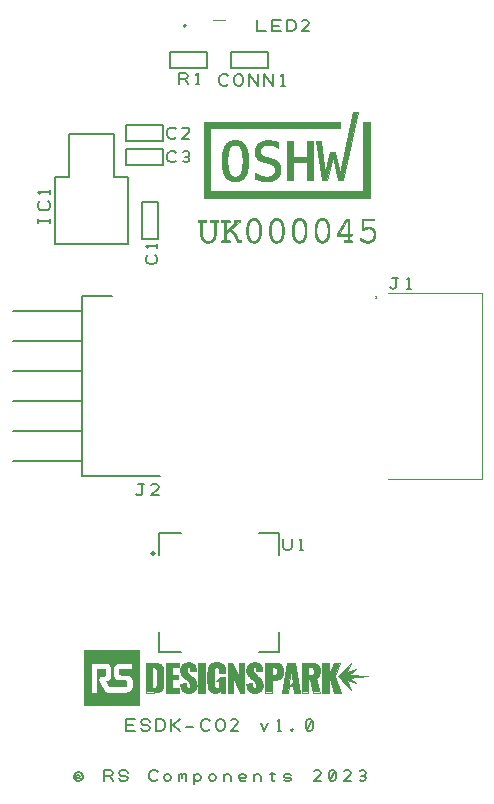
<source format=gbr>
G04 DesignSpark PCB PRO Gerber Version 10.0 Build 5299*
G04 #@! TF.Part,Single*
G04 #@! TF.FileFunction,Legend,Top*
G04 #@! TF.FilePolarity,Positive*
%FSLAX35Y35*%
%MOIN*%
%ADD74C,0.00001*%
%ADD73C,0.00100*%
%ADD72C,0.00394*%
%ADD29C,0.00500*%
%ADD18C,0.00787*%
G04 #@! TD.AperFunction*
X0Y0D02*
D02*
D18*
X27559Y113189D02*
X4567D01*
X27559Y123189D02*
X4567D01*
X27559Y133189D02*
X4567D01*
X27559Y143189D02*
X4567D01*
X27559Y153189D02*
X4567D01*
X27559Y163189D02*
X4567D01*
X53543Y108189D02*
X27559D01*
Y168189D01*
X37559D01*
X61811Y257874D02*
Y258661D02*
G75*
G03*
Y257874I0J-394D01*
G01*
Y258661D02*
G75*
G02*
Y257874I0J-394D01*
G01*
X125591Y167913D02*
G75*
G02*
Y167520I0J-197D01*
G01*
Y167913D02*
G75*
G02*
Y167520I0J-197D01*
G01*
G75*
G02*
Y167913I0J197D01*
G01*
D02*
D29*
X16779Y192670D02*
Y193920D01*
Y193295D02*
X13029D01*
Y192670D02*
Y193920D01*
X16154Y199857D02*
X16467Y199545D01*
X16779Y198920D01*
Y197982D01*
X16467Y197357D01*
X16154Y197045D01*
X15529Y196732D01*
X14279D01*
X13654Y197045D01*
X13341Y197357D01*
X13029Y197982D01*
Y198920D01*
X13341Y199545D01*
X13654Y199857D01*
X16779Y202357D02*
Y203607D01*
Y202982D02*
X13029D01*
X13654Y202357D01*
X18504Y207874D02*
Y185433D01*
X42913D01*
X18504Y207874D02*
X23228D01*
Y222047D01*
X24803Y7699D02*
Y8012D01*
X25116Y8949D01*
X25428Y9262D01*
X26053Y9574D01*
X26678D01*
X27303Y9262D01*
X27616Y8949D01*
X27928Y8012D01*
Y7699D01*
X27616Y7074D01*
X27303Y6762D01*
X26678Y6449D01*
X26053D01*
X25428Y6762D01*
X25116Y7074D01*
X24803Y7699D01*
X26991D02*
X26366Y7387D01*
X25741Y7699D01*
Y8324D01*
X26366Y8637D01*
X26991Y8324D01*
X34803Y6449D02*
Y10199D01*
X36991D01*
X37616Y9887D01*
X37928Y9262D01*
X37616Y8637D01*
X36991Y8324D01*
X34803D01*
X36991D02*
X37928Y6449D01*
X39803Y7387D02*
X40116Y6762D01*
X40741Y6449D01*
X41991D01*
X42616Y6762D01*
X42928Y7387D01*
X42616Y8012D01*
X41991Y8324D01*
X40741D01*
X40116Y8637D01*
X39803Y9262D01*
X40116Y9887D01*
X40741Y10199D01*
X41991D01*
X42616Y9887D01*
X42928Y9262D01*
X52928Y7074D02*
X52616Y6762D01*
X51991Y6449D01*
X51053D01*
X50428Y6762D01*
X50116Y7074D01*
X49803Y7699D01*
Y8949D01*
X50116Y9574D01*
X50428Y9887D01*
X51053Y10199D01*
X51991D01*
X52616Y9887D01*
X52928Y9574D01*
X54803Y7387D02*
X55116Y6762D01*
X55741Y6449D01*
X56366D01*
X56991Y6762D01*
X57303Y7387D01*
Y8012D01*
X56991Y8637D01*
X56366Y8949D01*
X55741D01*
X55116Y8637D01*
X54803Y8012D01*
Y7387D01*
X59803Y6449D02*
Y8949D01*
Y8637D02*
X60116Y8949D01*
X60741D01*
X61053Y8637D01*
Y7699D01*
Y8637D02*
X61366Y8949D01*
X61991D01*
X62303Y8637D01*
Y6449D01*
X64803Y8949D02*
Y5512D01*
Y7387D02*
X65116Y6762D01*
X65741Y6449D01*
X66366D01*
X66991Y6762D01*
X67303Y7387D01*
Y8012D01*
X66991Y8637D01*
X66366Y8949D01*
X65741D01*
X65116Y8637D01*
X64803Y8012D01*
Y7387D01*
X69803D02*
X70116Y6762D01*
X70741Y6449D01*
X71366D01*
X71991Y6762D01*
X72303Y7387D01*
Y8012D01*
X71991Y8637D01*
X71366Y8949D01*
X70741D01*
X70116Y8637D01*
X69803Y8012D01*
Y7387D01*
X74803Y6449D02*
Y8949D01*
Y8012D02*
X75116Y8637D01*
X75741Y8949D01*
X76366D01*
X76991Y8637D01*
X77303Y8012D01*
Y6449D01*
X82303Y6762D02*
X81991Y6449D01*
X81366D01*
X80741D01*
X80116Y6762D01*
X79803Y7387D01*
Y8324D01*
X80116Y8637D01*
X80741Y8949D01*
X81366D01*
X81991Y8637D01*
X82303Y8324D01*
Y8012D01*
X81991Y7699D01*
X81366Y7387D01*
X80741D01*
X80116Y7699D01*
X79803Y8012D01*
X84803Y6449D02*
Y8949D01*
Y8012D02*
X85116Y8637D01*
X85741Y8949D01*
X86366D01*
X86991Y8637D01*
X87303Y8012D01*
Y6449D01*
X90324Y8949D02*
X91782D01*
X91053Y9574D02*
Y6762D01*
X91366Y6449D01*
X91678D01*
X91991Y6762D01*
X94803D02*
X95428Y6449D01*
X96678D01*
X97303Y6762D01*
Y7387D01*
X96678Y7699D01*
X95428D01*
X94803Y8012D01*
Y8637D01*
X95428Y8949D01*
X96678D01*
X97303Y8637D01*
X107303Y6449D02*
X104803D01*
X106991Y8637D01*
X107303Y9262D01*
X106991Y9887D01*
X106366Y10199D01*
X105428D01*
X104803Y9887D01*
X110116Y6762D02*
X110741Y6449D01*
X111366D01*
X111991Y6762D01*
X112303Y7387D01*
Y9262D01*
X111991Y9887D01*
X111366Y10199D01*
X110741D01*
X110116Y9887D01*
X109803Y9262D01*
Y7387D01*
X110116Y6762D01*
X111991Y9887D01*
X117303Y6449D02*
X114803D01*
X116991Y8637D01*
X117303Y9262D01*
X116991Y9887D01*
X116366Y10199D01*
X115428D01*
X114803Y9887D01*
X120116Y6762D02*
X120741Y6449D01*
X121366D01*
X121991Y6762D01*
X122303Y7387D01*
X121991Y8012D01*
X121366Y8324D01*
X120741D01*
X121366D02*
X121991Y8637D01*
X122303Y9262D01*
X121991Y9887D01*
X121366Y10199D01*
X120741D01*
X120116Y9887D01*
X38189Y222047D02*
X23228D01*
X42126Y23378D02*
Y27128D01*
X45251D01*
X44626Y25254D02*
X42126D01*
Y23378D02*
X45251D01*
X47126Y24316D02*
X47439Y23691D01*
X48063Y23378D01*
X49313D01*
X49939Y23691D01*
X50251Y24316D01*
X49939Y24941D01*
X49313Y25254D01*
X48063D01*
X47439Y25566D01*
X47126Y26191D01*
X47439Y26816D01*
X48063Y27128D01*
X49313D01*
X49939Y26816D01*
X50251Y26191D01*
X52126Y23378D02*
Y27128D01*
X54001D01*
X54626Y26816D01*
X54939Y26504D01*
X55251Y25878D01*
Y24628D01*
X54939Y24004D01*
X54626Y23691D01*
X54001Y23378D01*
X52126D01*
X57126D02*
Y27128D01*
Y25254D02*
X58063D01*
X60251Y27128D01*
X58063Y25254D02*
X60251Y23378D01*
X62126Y24628D02*
X64626D01*
X70251Y24004D02*
X69939Y23691D01*
X69313Y23378D01*
X68376D01*
X67751Y23691D01*
X67439Y24004D01*
X67126Y24628D01*
Y25878D01*
X67439Y26504D01*
X67751Y26816D01*
X68376Y27128D01*
X69313D01*
X69939Y26816D01*
X70251Y26504D01*
X72126Y24628D02*
Y25878D01*
X72439Y26504D01*
X72751Y26816D01*
X73376Y27128D01*
X74001D01*
X74626Y26816D01*
X74939Y26504D01*
X75251Y25878D01*
Y24628D01*
X74939Y24004D01*
X74626Y23691D01*
X74001Y23378D01*
X73376D01*
X72751Y23691D01*
X72439Y24004D01*
X72126Y24628D01*
X79626Y23378D02*
X77126D01*
X79313Y25566D01*
X79626Y26191D01*
X79313Y26816D01*
X78689Y27128D01*
X77751D01*
X77126Y26816D01*
X87126Y25878D02*
X88376Y23378D01*
X89626Y25878D01*
X92751Y23378D02*
X94001D01*
X93376D02*
Y27128D01*
X92751Y26504D01*
X97439Y23378D02*
X97751Y23691D01*
X97439Y24004D01*
X97126Y23691D01*
X97439Y23378D01*
X102439Y23691D02*
X103063Y23378D01*
X103689D01*
X104313Y23691D01*
X104626Y24316D01*
Y26191D01*
X104313Y26816D01*
X103689Y27128D01*
X103063D01*
X102439Y26816D01*
X102126Y26191D01*
Y24316D01*
X102439Y23691D01*
X104313Y26816D01*
X42275Y211917D02*
Y217217D01*
X54575D01*
Y211917D01*
X42275D01*
Y219791D02*
Y225091D01*
X54575D01*
Y219791D01*
X42275D01*
X42913Y185433D02*
Y207874D01*
X38189D01*
Y222047D01*
X45669Y102350D02*
X45982Y102037D01*
X46607Y101725D01*
X47232Y102037D01*
X47544Y102350D01*
Y105475D01*
X48169D01*
X47544D02*
X46294D01*
X53169Y101725D02*
X50669D01*
X52857Y103913D01*
X53169Y104537D01*
X52857Y105163D01*
X52232Y105475D01*
X51294D01*
X50669Y105163D01*
X50591Y82402D02*
G75*
G03*
X51821I615J0D01*
G01*
G75*
G03*
X50591I-615J0D01*
G01*
G36*
X50591Y82402D02*
G75*
G03*
X51821I615J0D01*
G01*
G75*
G03*
X50591I-615J0D01*
G01*
G37*
X53044Y187157D02*
X47744D01*
Y199457D01*
X53044D01*
Y187157D01*
X53346Y56063D02*
Y49409D01*
X60600D01*
X51981Y181865D02*
X52293Y181553D01*
X52606Y180928D01*
Y179990D01*
X52293Y179365D01*
X51981Y179053D01*
X51356Y178740D01*
X50106D01*
X49481Y179053D01*
X49168Y179365D01*
X48856Y179990D01*
Y180928D01*
X49168Y181553D01*
X49481Y181865D01*
X52606Y184365D02*
Y185615D01*
Y184990D02*
X48856D01*
X49481Y184365D01*
X59031Y213374D02*
X58718Y213061D01*
X58093Y212748D01*
X57156D01*
X56531Y213061D01*
X56218Y213374D01*
X55906Y213998D01*
Y215248D01*
X56218Y215874D01*
X56531Y216186D01*
X57156Y216498D01*
X58093D01*
X58718Y216186D01*
X59031Y215874D01*
X61218Y213061D02*
X61843Y212748D01*
X62468D01*
X63093Y213061D01*
X63406Y213686D01*
X63093Y214311D01*
X62468Y214624D01*
X61843D01*
X62468D02*
X63093Y214936D01*
X63406Y215561D01*
X63093Y216186D01*
X62468Y216498D01*
X61843D01*
X61218Y216186D01*
X59031Y221248D02*
X58718Y220935D01*
X58093Y220622D01*
X57156D01*
X56531Y220935D01*
X56218Y221248D01*
X55906Y221872D01*
Y223122D01*
X56218Y223748D01*
X56531Y224060D01*
X57156Y224372D01*
X58093D01*
X58718Y224060D01*
X59031Y223748D01*
X63406Y220622D02*
X60906D01*
X63093Y222810D01*
X63406Y223435D01*
X63093Y224060D01*
X62468Y224372D01*
X61531D01*
X60906Y224060D01*
X56842Y244200D02*
Y249500D01*
X69142D01*
Y244200D01*
X56842D01*
X59843Y238733D02*
Y242483D01*
X62030D01*
X62655Y242170D01*
X62968Y241545D01*
X62655Y240920D01*
X62030Y240608D01*
X59843D01*
X62030D02*
X62968Y238733D01*
X65468D02*
X66718D01*
X66093D02*
Y242483D01*
X65468Y241858D01*
X60600Y89173D02*
X53346D01*
Y81900D01*
X76354Y238964D02*
X76041Y238652D01*
X75416Y238339D01*
X74478D01*
X73854Y238652D01*
X73541Y238964D01*
X73228Y239589D01*
Y240839D01*
X73541Y241464D01*
X73854Y241777D01*
X74478Y242089D01*
X75416D01*
X76041Y241777D01*
X76354Y241464D01*
X78228Y239589D02*
Y240839D01*
X78541Y241464D01*
X78854Y241777D01*
X79478Y242089D01*
X80104D01*
X80728Y241777D01*
X81041Y241464D01*
X81354Y240839D01*
Y239589D01*
X81041Y238964D01*
X80728Y238652D01*
X80104Y238339D01*
X79478D01*
X78854Y238652D01*
X78541Y238964D01*
X78228Y239589D01*
X83228Y238339D02*
Y242089D01*
X86354Y238339D01*
Y242089D01*
X88228Y238339D02*
Y242089D01*
X91354Y238339D01*
Y242089D01*
X93854Y238339D02*
X95104D01*
X94478D02*
Y242089D01*
X93854Y241464D01*
X85827Y260199D02*
Y256449D01*
X88952D01*
X90827D02*
Y260199D01*
X93952D01*
X93327Y258324D02*
X90827D01*
Y256449D02*
X93952D01*
X95827D02*
Y260199D01*
X97702D01*
X98327Y259887D01*
X98639Y259574D01*
X98952Y258949D01*
Y257699D01*
X98639Y257074D01*
X98327Y256762D01*
X97702Y256449D01*
X95827D01*
X103327D02*
X100827D01*
X103014Y258637D01*
X103327Y259262D01*
X103014Y259887D01*
X102389Y260199D01*
X101452D01*
X100827Y259887D01*
X86437Y49409D02*
X93110D01*
Y56063D01*
X89615Y249500D02*
Y244200D01*
X77315D01*
Y249500D01*
X89615D01*
X93110Y81900D02*
Y89173D01*
X86437D01*
X94488Y87365D02*
Y84552D01*
X94801Y83927D01*
X95426Y83615D01*
X96676D01*
X97301Y83927D01*
X97613Y84552D01*
Y87365D01*
X100113Y83615D02*
X101363D01*
X100738D02*
Y87365D01*
X100113Y86740D01*
X130315Y171248D02*
X130628Y170935D01*
X131252Y170622D01*
X131878Y170935D01*
X132190Y171248D01*
Y174372D01*
X132815D01*
X132190D02*
X130940D01*
X135940Y170622D02*
X137190D01*
X136565D02*
Y174372D01*
X135940Y173748D01*
D02*
D72*
X71260Y260236D02*
X75197D01*
X129429Y169193D02*
X160965D01*
Y107185D01*
X129429D01*
D02*
D73*
X28346Y50101D02*
Y31890D01*
X46557D01*
Y50101D01*
X28346D01*
X43880Y41430D02*
X44030Y41264D01*
X44156Y41090D01*
X44261Y40903D01*
X44344Y40702D01*
X44407Y40484D01*
X44451Y40246D01*
X44477Y39987D01*
X44485Y39701D01*
Y38382D01*
X44478Y38109D01*
X44450Y37851D01*
X44403Y37609D01*
X44337Y37382D01*
X44251Y37172D01*
X44147Y36979D01*
X44024Y36803D01*
X43883Y36644D01*
X43725Y36502D01*
X43549Y36380D01*
X43356Y36276D01*
X43146Y36189D01*
X42920Y36123D01*
X42678Y36076D01*
X42420Y36049D01*
X42146Y36042D01*
X35645D01*
X35491Y36060D01*
X35356Y36112D01*
X35243Y36195D01*
X35157Y36307D01*
X33262Y39676D01*
X33167Y39849D01*
X33091Y40037D01*
X33036Y40233D01*
X33005Y40435D01*
X33000Y40637D01*
X33024Y40834D01*
X33080Y41023D01*
X33169Y41198D01*
X33325Y41394D01*
X33501Y41531D01*
X33696Y41619D01*
X33906Y41669D01*
X34129Y41689D01*
X34361Y41693D01*
X34844Y41690D01*
X34954Y41698D01*
X35050Y41720D01*
X35131Y41757D01*
X35199Y41810D01*
X35252Y41876D01*
X35290Y41957D01*
X35313Y42053D01*
X35320Y42163D01*
Y43431D01*
X35313Y43543D01*
X35291Y43637D01*
X35253Y43717D01*
X35198Y43784D01*
X35130Y43838D01*
X35050Y43876D01*
X34955Y43898D01*
X34844Y43906D01*
X32573D01*
Y36043D01*
X30474D01*
Y45976D01*
X35056D01*
X35339Y45967D01*
X35600Y45939D01*
X35839Y45893D01*
X36059Y45828D01*
X36262Y45742D01*
X36450Y45635D01*
X36625Y45507D01*
X36790Y45359D01*
X36939Y45193D01*
X37066Y45018D01*
X37170Y44832D01*
X37254Y44631D01*
X37317Y44413D01*
X37361Y44176D01*
X37387Y43915D01*
X37395Y43630D01*
Y41900D01*
X37391Y41670D01*
X37369Y41452D01*
X37330Y41249D01*
X37275Y41057D01*
X37203Y40881D01*
X37116Y40718D01*
X37013Y40569D01*
X36894Y40434D01*
X36761Y40314D01*
X36614Y40209D01*
X36453Y40119D01*
X36278Y40044D01*
X36091Y39985D01*
X35890Y39942D01*
X35677Y39914D01*
X35452Y39904D01*
X36546Y38107D01*
X41919D01*
X42030Y38114D01*
X42124Y38135D01*
X42204Y38174D01*
X42272Y38229D01*
X42325Y38296D01*
X42363Y38378D01*
X42385Y38472D01*
X42393Y38582D01*
Y39574D01*
X42385Y39684D01*
X42363Y39780D01*
X42325Y39862D01*
X42272Y39929D01*
X42204Y39981D01*
X42122Y40019D01*
X42026Y40042D01*
X41917Y40049D01*
X40139D01*
X39867Y40057D01*
X39617Y40083D01*
X39387Y40126D01*
X39176Y40189D01*
X38981Y40270D01*
X38801Y40371D01*
X38633Y40493D01*
X38475Y40635D01*
X38331Y40794D01*
X38210Y40962D01*
X38110Y41141D01*
X38030Y41333D01*
X37969Y41542D01*
X37927Y41769D01*
X37902Y42019D01*
X37894Y42291D01*
Y43637D01*
X37901Y43911D01*
X37928Y44169D01*
X37974Y44411D01*
X38041Y44638D01*
X38127Y44846D01*
X38231Y45040D01*
X38354Y45215D01*
X38495Y45374D01*
X38654Y45514D01*
X38831Y45638D01*
X39024Y45742D01*
X39234Y45826D01*
X39461Y45893D01*
X39703Y45941D01*
X39961Y45968D01*
X40233Y45976D01*
X44273D01*
Y43906D01*
X40446D01*
X40337Y43898D01*
X40241Y43876D01*
X40159Y43838D01*
X40091Y43785D01*
X40039Y43719D01*
X40000Y43637D01*
X39978Y43541D01*
X39971Y43431D01*
Y42515D01*
X39978Y42406D01*
X40000Y42310D01*
X40039Y42229D01*
X40091Y42161D01*
X40159Y42109D01*
X40241Y42071D01*
X40337Y42049D01*
X40446Y42041D01*
X42137D01*
X42421Y42032D01*
X42683Y42006D01*
X42923Y41961D01*
X43145Y41895D01*
X43350Y41811D01*
X43539Y41706D01*
X43715Y41579D01*
X43880Y41430D01*
X28396Y41009D02*
G36*
X28396Y41009D02*
Y31940D01*
X46507D01*
Y41009D01*
X44202D01*
X44261Y40903D01*
X44344Y40702D01*
X44407Y40484D01*
X44451Y40246D01*
X44477Y39987D01*
X44485Y39701D01*
Y38382D01*
X44478Y38109D01*
X44450Y37851D01*
X44403Y37609D01*
X44337Y37382D01*
X44251Y37172D01*
X44147Y36979D01*
X44024Y36803D01*
X43883Y36644D01*
X43725Y36502D01*
X43549Y36380D01*
X43356Y36276D01*
X43146Y36189D01*
X42920Y36123D01*
X42678Y36076D01*
X42420Y36049D01*
X42146Y36042D01*
X35645D01*
X35491Y36060D01*
X35356Y36112D01*
X35243Y36195D01*
X35157Y36307D01*
X33262Y39676D01*
X33167Y39849D01*
X33091Y40037D01*
X33036Y40233D01*
X33005Y40435D01*
X33000Y40637D01*
X33024Y40834D01*
X33076Y41009D01*
X32573D01*
Y36043D01*
X30474D01*
Y41009D01*
X28396D01*
G37*
X35677Y39914D02*
G36*
X35677Y39914D02*
X35452Y39904D01*
X36546Y38107D01*
X41919D01*
X42030Y38114D01*
X42124Y38135D01*
X42204Y38174D01*
X42272Y38229D01*
X42325Y38296D01*
X42363Y38378D01*
X42385Y38472D01*
X42393Y38582D01*
Y39574D01*
X42385Y39684D01*
X42363Y39780D01*
X42325Y39862D01*
X42272Y39929D01*
X42204Y39981D01*
X42122Y40019D01*
X42026Y40042D01*
X41917Y40049D01*
X40139D01*
X39867Y40057D01*
X39617Y40083D01*
X39387Y40126D01*
X39176Y40189D01*
X38981Y40270D01*
X38801Y40371D01*
X38633Y40493D01*
X38475Y40635D01*
X38331Y40794D01*
X38210Y40962D01*
X38184Y41009D01*
X37255D01*
X37203Y40881D01*
X37116Y40718D01*
X37013Y40569D01*
X36894Y40434D01*
X36761Y40314D01*
X36614Y40209D01*
X36453Y40119D01*
X36278Y40044D01*
X36091Y39985D01*
X35890Y39942D01*
X35677Y39914D01*
G37*
X28396Y50051D02*
G36*
X28396Y50051D02*
Y41009D01*
X30474D01*
Y45976D01*
X35056D01*
X35339Y45967D01*
X35600Y45939D01*
X35839Y45893D01*
X36059Y45828D01*
X36262Y45742D01*
X36450Y45635D01*
X36625Y45507D01*
X36790Y45359D01*
X36939Y45193D01*
X37066Y45018D01*
X37170Y44832D01*
X37254Y44631D01*
X37317Y44413D01*
X37361Y44176D01*
X37387Y43915D01*
X37395Y43630D01*
Y41900D01*
X37391Y41670D01*
X37369Y41452D01*
X37330Y41249D01*
X37275Y41057D01*
X37255Y41009D01*
X38184D01*
X38110Y41141D01*
X38030Y41333D01*
X37969Y41542D01*
X37927Y41769D01*
X37902Y42019D01*
X37894Y42291D01*
Y43637D01*
X37901Y43911D01*
X37928Y44169D01*
X37974Y44411D01*
X38041Y44638D01*
X38127Y44846D01*
X38231Y45040D01*
X38354Y45215D01*
X38495Y45374D01*
X38654Y45514D01*
X38831Y45638D01*
X39024Y45742D01*
X39234Y45826D01*
X39461Y45893D01*
X39703Y45941D01*
X39961Y45968D01*
X40233Y45976D01*
X44273D01*
Y43906D01*
X40446D01*
X40337Y43898D01*
X40241Y43876D01*
X40159Y43838D01*
X40091Y43785D01*
X40039Y43719D01*
X40000Y43637D01*
X39978Y43541D01*
X39971Y43431D01*
Y42515D01*
X39978Y42406D01*
X40000Y42310D01*
X40039Y42229D01*
X40091Y42161D01*
X40159Y42109D01*
X40241Y42071D01*
X40337Y42049D01*
X40446Y42041D01*
X42137D01*
X42421Y42032D01*
X42683Y42006D01*
X42923Y41961D01*
X43145Y41895D01*
X43350Y41811D01*
X43539Y41706D01*
X43715Y41579D01*
X43880Y41430D01*
X44030Y41264D01*
X44156Y41090D01*
X44202Y41009D01*
X46507D01*
Y50051D01*
X28396D01*
G37*
X32573Y43906D02*
G36*
X32573Y43906D02*
Y41009D01*
X33076D01*
X33080Y41023D01*
X33169Y41198D01*
X33325Y41394D01*
X33501Y41531D01*
X33696Y41619D01*
X33906Y41669D01*
X34129Y41689D01*
X34361Y41693D01*
X34844Y41690D01*
X34954Y41698D01*
X35050Y41720D01*
X35131Y41757D01*
X35199Y41810D01*
X35252Y41876D01*
X35290Y41957D01*
X35313Y42053D01*
X35320Y42163D01*
Y43431D01*
X35313Y43543D01*
X35291Y43637D01*
X35253Y43717D01*
X35198Y43784D01*
X35130Y43838D01*
X35050Y43876D01*
X34955Y43898D01*
X34844Y43906D01*
X32573D01*
G37*
X48841Y45976D02*
Y36043D01*
X51379D01*
X51839Y36054D01*
X52257Y36088D01*
X52637Y36145D01*
X52978Y36226D01*
X53283Y36333D01*
X53553Y36463D01*
X53790Y36619D01*
X53996Y36800D01*
X54171Y37007D01*
X54319Y37241D01*
X54439Y37502D01*
X54533Y37791D01*
X54604Y38107D01*
X54653Y38453D01*
X54681Y38828D01*
X54690Y39231D01*
Y42837D01*
X54681Y43235D01*
X54653Y43604D01*
X54604Y43945D01*
X54533Y44257D01*
X54438Y44542D01*
X54317Y44799D01*
X54169Y45030D01*
X53993Y45233D01*
X53786Y45411D01*
X53547Y45564D01*
X53275Y45692D01*
X52967Y45795D01*
X52623Y45874D01*
X52241Y45931D01*
X51819Y45964D01*
X51355Y45976D01*
X48841D01*
X51379Y37563D02*
X51036D01*
Y44442D01*
X51367D01*
X51691Y44426D01*
X51943Y44373D01*
X52130Y44284D01*
X52264Y44156D01*
X52352Y43987D01*
X52403Y43776D01*
X52428Y43519D01*
X52434Y43217D01*
Y38888D01*
X52429Y38573D01*
X52409Y38303D01*
X52362Y38076D01*
X52279Y37890D01*
X52220Y37813D01*
X52149Y37746D01*
X52064Y37690D01*
X51963Y37644D01*
X51710Y37583D01*
X51379Y37563D01*
X48891Y41003D02*
G36*
X48891Y41003D02*
Y36093D01*
X52294D01*
X52637Y36145D01*
X52978Y36226D01*
X53283Y36333D01*
X53553Y36463D01*
X53790Y36619D01*
X53996Y36800D01*
X54171Y37007D01*
X54319Y37241D01*
X54439Y37502D01*
X54533Y37791D01*
X54604Y38107D01*
X54640Y38361D01*
Y41003D01*
X52434D01*
Y38888D01*
X52429Y38573D01*
X52409Y38303D01*
X52362Y38076D01*
X52279Y37890D01*
X52220Y37813D01*
X52149Y37746D01*
X52064Y37690D01*
X51963Y37644D01*
X51710Y37583D01*
X51379Y37563D01*
X51036D01*
Y41003D01*
X48891D01*
G37*
Y45926D02*
G36*
X48891Y45926D02*
Y41003D01*
X51036D01*
Y44442D01*
X51367D01*
X51691Y44426D01*
X51943Y44373D01*
X52130Y44284D01*
X52264Y44156D01*
X52352Y43987D01*
X52403Y43776D01*
X52428Y43519D01*
X52434Y43217D01*
Y41003D01*
X54640D01*
Y43694D01*
X54604Y43945D01*
X54533Y44257D01*
X54438Y44542D01*
X54317Y44799D01*
X54169Y45030D01*
X53993Y45233D01*
X53786Y45411D01*
X53547Y45564D01*
X53275Y45692D01*
X52967Y45795D01*
X52623Y45874D01*
X52278Y45926D01*
X48891D01*
G37*
X55536Y45976D02*
X60000D01*
Y44479D01*
X57731D01*
Y42014D01*
X59460D01*
Y40494D01*
X57731D01*
Y37526D01*
X60024D01*
Y36043D01*
X55536D01*
Y45976D01*
G36*
X55536Y45976D02*
X60000D01*
Y44479D01*
X57731D01*
Y42014D01*
X59460D01*
Y40494D01*
X57731D01*
Y37526D01*
X60024D01*
Y36043D01*
X55536D01*
Y45976D01*
G37*
X60306Y39046D02*
X62183Y39329D01*
X62204Y38883D01*
X62252Y38510D01*
X62323Y38204D01*
X62420Y37963D01*
X62542Y37782D01*
X62688Y37657D01*
X62858Y37587D01*
X63053Y37563D01*
X63207Y37580D01*
X63331Y37628D01*
X63427Y37702D01*
X63499Y37796D01*
X63550Y37907D01*
X63583Y38029D01*
X63605Y38287D01*
X63586Y38580D01*
X63529Y38848D01*
X63437Y39093D01*
X63312Y39323D01*
X63156Y39541D01*
X62969Y39752D01*
X62754Y39962D01*
X62514Y40176D01*
X61655Y40923D01*
X61380Y41168D01*
X61126Y41428D01*
X60898Y41706D01*
X60702Y42006D01*
X60541Y42332D01*
X60420Y42689D01*
X60345Y43081D01*
X60319Y43511D01*
X60331Y43817D01*
X60368Y44104D01*
X60428Y44374D01*
X60512Y44626D01*
X60619Y44857D01*
X60747Y45071D01*
X60896Y45265D01*
X61067Y45440D01*
X61257Y45595D01*
X61467Y45731D01*
X61696Y45845D01*
X61943Y45940D01*
X62208Y46014D01*
X62490Y46068D01*
X62788Y46100D01*
X63102Y46110D01*
X63479Y46091D01*
X63816Y46037D01*
X64114Y45950D01*
X64377Y45833D01*
X64606Y45691D01*
X64805Y45526D01*
X64974Y45339D01*
X65117Y45137D01*
X65234Y44921D01*
X65330Y44694D01*
X65406Y44460D01*
X65465Y44222D01*
X65537Y43745D01*
X65567Y43290D01*
X63679Y43057D01*
X63646Y43656D01*
X63611Y43903D01*
X63556Y44111D01*
X63476Y44279D01*
X63365Y44402D01*
X63217Y44478D01*
X63029Y44504D01*
X62887Y44484D01*
X62766Y44431D01*
X62665Y44350D01*
X62583Y44246D01*
X62520Y44126D01*
X62475Y43996D01*
X62449Y43863D01*
X62440Y43731D01*
X62457Y43471D01*
X62509Y43237D01*
X62591Y43024D01*
X62702Y42829D01*
X62841Y42643D01*
X63004Y42464D01*
X63396Y42100D01*
X64218Y41376D01*
X64531Y41094D01*
X64822Y40794D01*
X65084Y40473D01*
X65313Y40126D01*
X65501Y39750D01*
X65643Y39339D01*
X65732Y38889D01*
X65763Y38398D01*
X65752Y38137D01*
X65717Y37884D01*
X65659Y37642D01*
X65580Y37411D01*
X65479Y37192D01*
X65358Y36985D01*
X65217Y36794D01*
X65057Y36618D01*
X64878Y36457D01*
X64681Y36315D01*
X64467Y36192D01*
X64237Y36088D01*
X63991Y36006D01*
X63730Y35945D01*
X63454Y35907D01*
X63164Y35895D01*
X62823Y35907D01*
X62505Y35940D01*
X62209Y35998D01*
X61936Y36078D01*
X61684Y36182D01*
X61454Y36311D01*
X61246Y36464D01*
X61059Y36643D01*
X60893Y36849D01*
X60748Y37080D01*
X60624Y37338D01*
X60520Y37623D01*
X60437Y37937D01*
X60373Y38278D01*
X60330Y38648D01*
X60306Y39046D01*
G36*
X60306Y39046D02*
X62183Y39329D01*
X62204Y38883D01*
X62252Y38510D01*
X62323Y38204D01*
X62420Y37963D01*
X62542Y37782D01*
X62688Y37657D01*
X62858Y37587D01*
X63053Y37563D01*
X63207Y37580D01*
X63331Y37628D01*
X63427Y37702D01*
X63499Y37796D01*
X63550Y37907D01*
X63583Y38029D01*
X63605Y38287D01*
X63586Y38580D01*
X63529Y38848D01*
X63437Y39093D01*
X63312Y39323D01*
X63156Y39541D01*
X62969Y39752D01*
X62754Y39962D01*
X62514Y40176D01*
X61655Y40923D01*
X61380Y41168D01*
X61126Y41428D01*
X60898Y41706D01*
X60702Y42006D01*
X60541Y42332D01*
X60420Y42689D01*
X60345Y43081D01*
X60319Y43511D01*
X60331Y43817D01*
X60368Y44104D01*
X60428Y44374D01*
X60512Y44626D01*
X60619Y44857D01*
X60747Y45071D01*
X60896Y45265D01*
X61067Y45440D01*
X61257Y45595D01*
X61467Y45731D01*
X61696Y45845D01*
X61943Y45940D01*
X62208Y46014D01*
X62490Y46068D01*
X62788Y46100D01*
X63102Y46110D01*
X63479Y46091D01*
X63816Y46037D01*
X64114Y45950D01*
X64377Y45833D01*
X64606Y45691D01*
X64805Y45526D01*
X64974Y45339D01*
X65117Y45137D01*
X65234Y44921D01*
X65330Y44694D01*
X65406Y44460D01*
X65465Y44222D01*
X65537Y43745D01*
X65567Y43290D01*
X63679Y43057D01*
X63646Y43656D01*
X63611Y43903D01*
X63556Y44111D01*
X63476Y44279D01*
X63365Y44402D01*
X63217Y44478D01*
X63029Y44504D01*
X62887Y44484D01*
X62766Y44431D01*
X62665Y44350D01*
X62583Y44246D01*
X62520Y44126D01*
X62475Y43996D01*
X62449Y43863D01*
X62440Y43731D01*
X62457Y43471D01*
X62509Y43237D01*
X62591Y43024D01*
X62702Y42829D01*
X62841Y42643D01*
X63004Y42464D01*
X63396Y42100D01*
X64218Y41376D01*
X64531Y41094D01*
X64822Y40794D01*
X65084Y40473D01*
X65313Y40126D01*
X65501Y39750D01*
X65643Y39339D01*
X65732Y38889D01*
X65763Y38398D01*
X65752Y38137D01*
X65717Y37884D01*
X65659Y37642D01*
X65580Y37411D01*
X65479Y37192D01*
X65358Y36985D01*
X65217Y36794D01*
X65057Y36618D01*
X64878Y36457D01*
X64681Y36315D01*
X64467Y36192D01*
X64237Y36088D01*
X63991Y36006D01*
X63730Y35945D01*
X63454Y35907D01*
X63164Y35895D01*
X62823Y35907D01*
X62505Y35940D01*
X62209Y35998D01*
X61936Y36078D01*
X61684Y36182D01*
X61454Y36311D01*
X61246Y36464D01*
X61059Y36643D01*
X60893Y36849D01*
X60748Y37080D01*
X60624Y37338D01*
X60520Y37623D01*
X60437Y37937D01*
X60373Y38278D01*
X60330Y38648D01*
X60306Y39046D01*
G37*
X66352Y45976D02*
X68547D01*
Y36043D01*
X66352D01*
Y45976D01*
G36*
X66352Y45976D02*
X68547D01*
Y36043D01*
X66352D01*
Y45976D01*
G37*
X73533Y41193D02*
X72296Y39904D01*
X73329D01*
Y38741D01*
X73319Y38491D01*
X73289Y38254D01*
X73235Y38037D01*
X73152Y37843D01*
X73038Y37682D01*
X72889Y37559D01*
X72701Y37481D01*
X72470Y37453D01*
X72241Y37480D01*
X72057Y37556D01*
X71914Y37674D01*
X71807Y37831D01*
X71731Y38020D01*
X71682Y38234D01*
X71656Y38468D01*
X71649Y38715D01*
Y43314D01*
X71668Y43763D01*
X71702Y43974D01*
X71763Y44165D01*
X71856Y44328D01*
X71991Y44454D01*
X72075Y44501D01*
X72172Y44537D01*
X72409Y44565D01*
X72638Y44540D01*
X72814Y44468D01*
X72944Y44353D01*
X73035Y44206D01*
X73093Y44026D01*
X73126Y43826D01*
X73145Y43376D01*
Y42567D01*
X75291D01*
Y43204D01*
X75282Y43521D01*
X75256Y43826D01*
X75211Y44114D01*
X75145Y44388D01*
X75059Y44644D01*
X74950Y44883D01*
X74818Y45104D01*
X74661Y45306D01*
X74478Y45487D01*
X74269Y45646D01*
X74031Y45784D01*
X73765Y45899D01*
X73468Y45990D01*
X73140Y46057D01*
X72779Y46096D01*
X72385Y46110D01*
X71977Y46094D01*
X71605Y46049D01*
X71267Y45973D01*
X70962Y45869D01*
X70688Y45735D01*
X70445Y45576D01*
X70230Y45390D01*
X70044Y45179D01*
X69884Y44942D01*
X69750Y44682D01*
X69639Y44399D01*
X69551Y44093D01*
X69485Y43765D01*
X69440Y43418D01*
X69413Y43051D01*
X69405Y42664D01*
Y39329D01*
X69413Y38953D01*
X69437Y38593D01*
X69480Y38251D01*
X69541Y37929D01*
X69621Y37626D01*
X69723Y37342D01*
X69847Y37082D01*
X69993Y36844D01*
X70165Y36631D01*
X70361Y36442D01*
X70583Y36280D01*
X70833Y36144D01*
X71111Y36037D01*
X71419Y35959D01*
X71757Y35912D01*
X72127Y35895D01*
X72435Y35914D01*
X72707Y35968D01*
X72947Y36053D01*
X73156Y36169D01*
X73336Y36310D01*
X73491Y36476D01*
X73622Y36661D01*
X73733Y36864D01*
X73856Y36043D01*
X75303D01*
Y41193D01*
X73533D01*
G36*
X73533Y41193D02*
X72296Y39904D01*
X73329D01*
Y38741D01*
X73319Y38491D01*
X73289Y38254D01*
X73235Y38037D01*
X73152Y37843D01*
X73038Y37682D01*
X72889Y37559D01*
X72701Y37481D01*
X72470Y37453D01*
X72241Y37480D01*
X72057Y37556D01*
X71914Y37674D01*
X71807Y37831D01*
X71731Y38020D01*
X71682Y38234D01*
X71656Y38468D01*
X71649Y38715D01*
Y43314D01*
X71668Y43763D01*
X71702Y43974D01*
X71763Y44165D01*
X71856Y44328D01*
X71991Y44454D01*
X72075Y44501D01*
X72172Y44537D01*
X72409Y44565D01*
X72638Y44540D01*
X72814Y44468D01*
X72944Y44353D01*
X73035Y44206D01*
X73093Y44026D01*
X73126Y43826D01*
X73145Y43376D01*
Y42567D01*
X75291D01*
Y43204D01*
X75282Y43521D01*
X75256Y43826D01*
X75211Y44114D01*
X75145Y44388D01*
X75059Y44644D01*
X74950Y44883D01*
X74818Y45104D01*
X74661Y45306D01*
X74478Y45487D01*
X74269Y45646D01*
X74031Y45784D01*
X73765Y45899D01*
X73468Y45990D01*
X73140Y46057D01*
X72779Y46096D01*
X72385Y46110D01*
X71977Y46094D01*
X71605Y46049D01*
X71267Y45973D01*
X70962Y45869D01*
X70688Y45735D01*
X70445Y45576D01*
X70230Y45390D01*
X70044Y45179D01*
X69884Y44942D01*
X69750Y44682D01*
X69639Y44399D01*
X69551Y44093D01*
X69485Y43765D01*
X69440Y43418D01*
X69413Y43051D01*
X69405Y42664D01*
Y39329D01*
X69413Y38953D01*
X69437Y38593D01*
X69480Y38251D01*
X69541Y37929D01*
X69621Y37626D01*
X69723Y37342D01*
X69847Y37082D01*
X69993Y36844D01*
X70165Y36631D01*
X70361Y36442D01*
X70583Y36280D01*
X70833Y36144D01*
X71111Y36037D01*
X71419Y35959D01*
X71757Y35912D01*
X72127Y35895D01*
X72435Y35914D01*
X72707Y35968D01*
X72947Y36053D01*
X73156Y36169D01*
X73336Y36310D01*
X73491Y36476D01*
X73622Y36661D01*
X73733Y36864D01*
X73856Y36043D01*
X75303D01*
Y41193D01*
X73533D01*
G37*
X76186Y45976D02*
X77731D01*
X79767Y41193D01*
Y45976D01*
X81581D01*
Y36043D01*
X80098D01*
X78062Y41193D01*
Y36043D01*
X76186D01*
Y45976D01*
G36*
X76186Y45976D02*
X77731D01*
X79767Y41193D01*
Y45976D01*
X81581D01*
Y36043D01*
X80098D01*
X78062Y41193D01*
Y36043D01*
X76186D01*
Y45976D01*
G37*
X82354Y39046D02*
X84230Y39329D01*
X84252Y38883D01*
X84299Y38510D01*
X84371Y38204D01*
X84468Y37963D01*
X84589Y37782D01*
X84735Y37657D01*
X84906Y37587D01*
X85100Y37563D01*
X85255Y37580D01*
X85378Y37628D01*
X85474Y37702D01*
X85547Y37796D01*
X85598Y37907D01*
X85630Y38029D01*
X85652Y38287D01*
X85633Y38580D01*
X85577Y38848D01*
X85485Y39093D01*
X85360Y39323D01*
X85203Y39541D01*
X85016Y39752D01*
X84802Y39962D01*
X84561Y40176D01*
X83703Y40923D01*
X83427Y41168D01*
X83173Y41428D01*
X82946Y41706D01*
X82749Y42006D01*
X82589Y42332D01*
X82468Y42689D01*
X82393Y43081D01*
X82366Y43511D01*
X82378Y43817D01*
X82415Y44104D01*
X82476Y44374D01*
X82559Y44626D01*
X82666Y44857D01*
X82794Y45071D01*
X82944Y45265D01*
X83114Y45440D01*
X83305Y45595D01*
X83515Y45731D01*
X83743Y45845D01*
X83991Y45940D01*
X84256Y46014D01*
X84537Y46068D01*
X84835Y46100D01*
X85150Y46110D01*
X85527Y46091D01*
X85863Y46037D01*
X86162Y45950D01*
X86424Y45833D01*
X86654Y45691D01*
X86852Y45526D01*
X87021Y45339D01*
X87164Y45137D01*
X87282Y44921D01*
X87378Y44694D01*
X87454Y44460D01*
X87512Y44222D01*
X87585Y43745D01*
X87615Y43290D01*
X85726Y43057D01*
X85693Y43656D01*
X85658Y43903D01*
X85604Y44111D01*
X85523Y44279D01*
X85412Y44402D01*
X85265Y44478D01*
X85076Y44504D01*
X84935Y44484D01*
X84813Y44431D01*
X84712Y44350D01*
X84630Y44246D01*
X84567Y44126D01*
X84523Y43996D01*
X84496Y43863D01*
X84487Y43731D01*
X84505Y43471D01*
X84556Y43237D01*
X84638Y43024D01*
X84750Y42829D01*
X84888Y42643D01*
X85052Y42464D01*
X85444Y42100D01*
X86266Y41376D01*
X86578Y41094D01*
X86869Y40794D01*
X87132Y40473D01*
X87360Y40126D01*
X87548Y39750D01*
X87690Y39339D01*
X87780Y38889D01*
X87811Y38398D01*
X87799Y38137D01*
X87764Y37884D01*
X87706Y37642D01*
X87627Y37411D01*
X87526Y37192D01*
X87405Y36985D01*
X87264Y36794D01*
X87104Y36618D01*
X86925Y36457D01*
X86729Y36315D01*
X86515Y36192D01*
X86285Y36088D01*
X86038Y36006D01*
X85777Y35945D01*
X85501Y35907D01*
X85211Y35895D01*
X84870Y35907D01*
X84553Y35940D01*
X84257Y35998D01*
X83983Y36078D01*
X83732Y36182D01*
X83502Y36311D01*
X83293Y36464D01*
X83106Y36643D01*
X82941Y36849D01*
X82796Y37080D01*
X82671Y37338D01*
X82567Y37623D01*
X82484Y37937D01*
X82421Y38278D01*
X82378Y38648D01*
X82354Y39046D01*
G36*
X82354Y39046D02*
X84230Y39329D01*
X84252Y38883D01*
X84299Y38510D01*
X84371Y38204D01*
X84468Y37963D01*
X84589Y37782D01*
X84735Y37657D01*
X84906Y37587D01*
X85100Y37563D01*
X85255Y37580D01*
X85378Y37628D01*
X85474Y37702D01*
X85547Y37796D01*
X85598Y37907D01*
X85630Y38029D01*
X85652Y38287D01*
X85633Y38580D01*
X85577Y38848D01*
X85485Y39093D01*
X85360Y39323D01*
X85203Y39541D01*
X85016Y39752D01*
X84802Y39962D01*
X84561Y40176D01*
X83703Y40923D01*
X83427Y41168D01*
X83173Y41428D01*
X82946Y41706D01*
X82749Y42006D01*
X82589Y42332D01*
X82468Y42689D01*
X82393Y43081D01*
X82366Y43511D01*
X82378Y43817D01*
X82415Y44104D01*
X82476Y44374D01*
X82559Y44626D01*
X82666Y44857D01*
X82794Y45071D01*
X82944Y45265D01*
X83114Y45440D01*
X83305Y45595D01*
X83515Y45731D01*
X83743Y45845D01*
X83991Y45940D01*
X84256Y46014D01*
X84537Y46068D01*
X84835Y46100D01*
X85150Y46110D01*
X85527Y46091D01*
X85863Y46037D01*
X86162Y45950D01*
X86424Y45833D01*
X86654Y45691D01*
X86852Y45526D01*
X87021Y45339D01*
X87164Y45137D01*
X87282Y44921D01*
X87378Y44694D01*
X87454Y44460D01*
X87512Y44222D01*
X87585Y43745D01*
X87615Y43290D01*
X85726Y43057D01*
X85693Y43656D01*
X85658Y43903D01*
X85604Y44111D01*
X85523Y44279D01*
X85412Y44402D01*
X85265Y44478D01*
X85076Y44504D01*
X84935Y44484D01*
X84813Y44431D01*
X84712Y44350D01*
X84630Y44246D01*
X84567Y44126D01*
X84523Y43996D01*
X84496Y43863D01*
X84487Y43731D01*
X84505Y43471D01*
X84556Y43237D01*
X84638Y43024D01*
X84750Y42829D01*
X84888Y42643D01*
X85052Y42464D01*
X85444Y42100D01*
X86266Y41376D01*
X86578Y41094D01*
X86869Y40794D01*
X87132Y40473D01*
X87360Y40126D01*
X87548Y39750D01*
X87690Y39339D01*
X87780Y38889D01*
X87811Y38398D01*
X87799Y38137D01*
X87764Y37884D01*
X87706Y37642D01*
X87627Y37411D01*
X87526Y37192D01*
X87405Y36985D01*
X87264Y36794D01*
X87104Y36618D01*
X86925Y36457D01*
X86729Y36315D01*
X86515Y36192D01*
X86285Y36088D01*
X86038Y36006D01*
X85777Y35945D01*
X85501Y35907D01*
X85211Y35895D01*
X84870Y35907D01*
X84553Y35940D01*
X84257Y35998D01*
X83983Y36078D01*
X83732Y36182D01*
X83502Y36311D01*
X83293Y36464D01*
X83106Y36643D01*
X82941Y36849D01*
X82796Y37080D01*
X82671Y37338D01*
X82567Y37623D01*
X82484Y37937D01*
X82421Y38278D01*
X82378Y38648D01*
X82354Y39046D01*
G37*
X88632Y45976D02*
Y36043D01*
X90827D01*
Y40261D01*
X91710D01*
X92294Y40289D01*
X92571Y40326D01*
X92836Y40381D01*
X93087Y40457D01*
X93324Y40552D01*
X93544Y40672D01*
X93747Y40818D01*
X93931Y40989D01*
X94095Y41190D01*
X94237Y41421D01*
X94357Y41683D01*
X94452Y41981D01*
X94522Y42313D01*
X94565Y42684D01*
X94580Y43093D01*
X94570Y43429D01*
X94540Y43745D01*
X94491Y44042D01*
X94421Y44320D01*
X94331Y44576D01*
X94222Y44813D01*
X94091Y45030D01*
X93940Y45224D01*
X93768Y45398D01*
X93575Y45549D01*
X93361Y45678D01*
X93126Y45783D01*
X92869Y45867D01*
X92590Y45926D01*
X92290Y45963D01*
X91968Y45976D01*
X88632D01*
X91563Y41793D02*
X90827D01*
Y44430D01*
X91550D01*
X91846Y44406D01*
X92074Y44332D01*
X92245Y44217D01*
X92366Y44061D01*
X92446Y43870D01*
X92492Y43649D01*
X92514Y43401D01*
X92519Y43130D01*
X92511Y42812D01*
X92484Y42539D01*
X92430Y42309D01*
X92345Y42122D01*
X92221Y41978D01*
X92054Y41876D01*
X91836Y41814D01*
X91563Y41793D01*
X88682Y43111D02*
G36*
X88682Y43111D02*
Y36093D01*
X90827D01*
Y40261D01*
X91710D01*
X92294Y40289D01*
X92571Y40326D01*
X92836Y40381D01*
X93087Y40457D01*
X93324Y40552D01*
X93544Y40672D01*
X93747Y40818D01*
X93931Y40989D01*
X94095Y41190D01*
X94237Y41421D01*
X94357Y41683D01*
X94452Y41981D01*
X94522Y42313D01*
X94530Y42378D01*
Y43111D01*
X92519D01*
X92511Y42812D01*
X92484Y42539D01*
X92430Y42309D01*
X92345Y42122D01*
X92221Y41978D01*
X92054Y41876D01*
X91836Y41814D01*
X91563Y41793D01*
X90827D01*
Y43111D01*
X88682D01*
G37*
Y45926D02*
G36*
X88682Y45926D02*
Y43111D01*
X90827D01*
Y44430D01*
X91550D01*
X91846Y44406D01*
X92074Y44332D01*
X92245Y44217D01*
X92366Y44061D01*
X92446Y43870D01*
X92492Y43649D01*
X92514Y43401D01*
X92519Y43130D01*
X92519Y43111D01*
X94530D01*
Y43809D01*
X94491Y44042D01*
X94421Y44320D01*
X94331Y44576D01*
X94222Y44813D01*
X94091Y45030D01*
X93940Y45224D01*
X93768Y45398D01*
X93575Y45549D01*
X93361Y45678D01*
X93126Y45783D01*
X92869Y45867D01*
X92594Y45926D01*
X88682D01*
G37*
X98467Y45976D02*
X95965D01*
X94089Y36043D01*
X96161D01*
X96505Y38140D01*
X96701Y39451D01*
X97228Y43326D01*
X97756Y39451D01*
X96505Y38140D01*
X97964D01*
X98295Y36043D01*
X100319D01*
X98467Y45976D01*
G36*
X98467Y45976D02*
X95965D01*
X94089Y36043D01*
X96161D01*
X96505Y38140D01*
X96701Y39451D01*
X97228Y43326D01*
X97756Y39451D01*
X96505Y38140D01*
X97964D01*
X98295Y36043D01*
X100319D01*
X98467Y45976D01*
G37*
X100833D02*
Y36043D01*
X103028D01*
Y40494D01*
X103654D01*
X104745Y36043D01*
X107013D01*
X105652Y40850D01*
X105986Y41041D01*
X106256Y41264D01*
X106468Y41522D01*
X106627Y41815D01*
X106741Y42143D01*
X106815Y42509D01*
X106854Y42911D01*
X106867Y43351D01*
X106851Y43724D01*
X106807Y44062D01*
X106733Y44368D01*
X106632Y44641D01*
X106504Y44883D01*
X106350Y45098D01*
X106170Y45284D01*
X105967Y45445D01*
X105739Y45581D01*
X105490Y45694D01*
X105219Y45787D01*
X104926Y45859D01*
X104615Y45912D01*
X104283Y45948D01*
X103568Y45976D01*
X100833D01*
X103641Y41757D02*
X103028D01*
Y44504D01*
X103740D01*
X104026Y44481D01*
X104262Y44412D01*
X104451Y44300D01*
X104598Y44146D01*
X104706Y43953D01*
X104778Y43722D01*
X104818Y43456D01*
X104831Y43156D01*
X104817Y42841D01*
X104774Y42564D01*
X104697Y42324D01*
X104581Y42124D01*
X104422Y41967D01*
X104215Y41851D01*
X103957Y41781D01*
X103641Y41757D01*
X100883Y43130D02*
G36*
X100883Y43130D02*
Y36093D01*
X103028D01*
Y40494D01*
X103654D01*
X104733Y36093D01*
X106963D01*
Y36220D01*
X105652Y40850D01*
X105986Y41041D01*
X106256Y41264D01*
X106468Y41522D01*
X106627Y41815D01*
X106741Y42143D01*
X106815Y42509D01*
X106854Y42911D01*
X106860Y43130D01*
X104830D01*
X104817Y42841D01*
X104774Y42564D01*
X104697Y42324D01*
X104581Y42124D01*
X104422Y41967D01*
X104215Y41851D01*
X103957Y41781D01*
X103641Y41757D01*
X103028D01*
Y43130D01*
X100883D01*
G37*
Y45926D02*
G36*
X100883Y45926D02*
Y43130D01*
X103028D01*
Y44504D01*
X103740D01*
X104026Y44481D01*
X104262Y44412D01*
X104451Y44300D01*
X104598Y44146D01*
X104706Y43953D01*
X104778Y43722D01*
X104818Y43456D01*
X104831Y43156D01*
X104830Y43130D01*
X106860D01*
X106867Y43351D01*
X106851Y43724D01*
X106807Y44062D01*
X106733Y44368D01*
X106632Y44641D01*
X106504Y44883D01*
X106350Y45098D01*
X106170Y45284D01*
X105967Y45445D01*
X105739Y45581D01*
X105490Y45694D01*
X105219Y45787D01*
X104926Y45859D01*
X104615Y45912D01*
X104489Y45926D01*
X100883D01*
G37*
X107700Y45976D02*
X109895D01*
Y41917D01*
X111563Y45976D01*
X113709D01*
X111870Y41488D01*
X113794Y36043D01*
X111563D01*
X110128Y40433D01*
X109895Y40040D01*
Y36043D01*
X107700D01*
Y45976D01*
G36*
X107700Y45976D02*
X109895D01*
Y41917D01*
X111563Y45976D01*
X113709D01*
X111870Y41488D01*
X113794Y36043D01*
X111563D01*
X110128Y40433D01*
X109895Y40040D01*
Y36043D01*
X107700D01*
Y45976D01*
G37*
X112897Y41484D02*
X122828Y41485D02*
X122835D01*
X122828D02*
X122835D01*
X122822D01*
X116500Y41976D01*
X118970Y43784D01*
X115888Y42772D01*
X117354Y45984D01*
X112897Y41484D01*
X117354Y36984D01*
X115888Y40196D01*
X118970Y39185D01*
X116500Y40992D01*
X122822Y41484D01*
X122835D01*
Y41485D01*
G36*
X122835Y41485D02*
X122822D01*
X116500Y41976D01*
X118970Y43784D01*
X115888Y42772D01*
X117354Y45984D01*
X112897Y41484D01*
X117354Y36984D01*
X115888Y40196D01*
X118970Y39185D01*
X116500Y40992D01*
X122822Y41484D01*
X122835D01*
Y41485D01*
G37*
D02*
D74*
X68110Y226378D02*
Y200825D01*
X123510D01*
Y226378D01*
X121306D01*
X121257Y203078D01*
X70363D01*
Y224125D01*
X113666D01*
Y226378D01*
X68110D01*
G36*
X68110Y226378D02*
Y200825D01*
X123510D01*
Y226378D01*
X121306D01*
X121257Y203078D01*
X70363D01*
Y224125D01*
X113666D01*
Y226378D01*
X68110D01*
G37*
X72537Y192923D02*
X72086D01*
Y188580D01*
X72085Y188509D01*
X72083Y188440D01*
X72079Y188371D01*
X72074Y188303D01*
X72067Y188235D01*
X72059Y188169D01*
X72049Y188103D01*
X72037Y188038D01*
X72024Y187973D01*
X72010Y187910D01*
X71994Y187847D01*
X71977Y187785D01*
X71957Y187723D01*
X71937Y187662D01*
X71915Y187602D01*
X71891Y187543D01*
X71867Y187485D01*
X71840Y187427D01*
X71812Y187370D01*
X71782Y187313D01*
X71751Y187257D01*
X71718Y187203D01*
X71684Y187149D01*
X71648Y187095D01*
X71611Y187043D01*
X71572Y186991D01*
X71532Y186939D01*
X71491Y186889D01*
X71447Y186839D01*
X71402Y186790D01*
X71356Y186742D01*
X71309Y186695D01*
X71261Y186649D01*
X71212Y186605D01*
X71163Y186563D01*
X71113Y186522D01*
X71062Y186482D01*
X71011Y186444D01*
X70959Y186408D01*
X70906Y186374D01*
X70854Y186340D01*
X70800Y186309D01*
X70745Y186278D01*
X70690Y186250D01*
X70635Y186223D01*
X70578Y186197D01*
X70522Y186173D01*
X70464Y186151D01*
X70406Y186130D01*
X70347Y186111D01*
X70288Y186093D01*
X70228Y186077D01*
X70167Y186062D01*
X70106Y186049D01*
X70044Y186037D01*
X69981Y186027D01*
X69918Y186019D01*
X69854Y186012D01*
X69790Y186006D01*
X69725Y186003D01*
X69659Y186000D01*
X69593Y186000D01*
X69548D01*
X69504Y186001D01*
X69460Y186002D01*
X69417Y186005D01*
X69373Y186007D01*
X69330Y186011D01*
X69287Y186015D01*
X69245Y186020D01*
X69203Y186025D01*
X69162Y186031D01*
X69120Y186038D01*
X69079Y186045D01*
X69039Y186053D01*
X68998Y186061D01*
X68958Y186070D01*
X68919Y186080D01*
X68879Y186091D01*
X68840Y186102D01*
X68801Y186113D01*
X68763Y186126D01*
X68725Y186139D01*
X68687Y186152D01*
X68650Y186167D01*
X68612Y186181D01*
X68539Y186213D01*
X68503Y186230D01*
X68467Y186247D01*
X68431Y186265D01*
X68396Y186283D01*
X68361Y186303D01*
X68327Y186322D01*
X68293Y186343D01*
X68259Y186364D01*
X68225Y186386D01*
X68192Y186409D01*
X68159Y186431D01*
X68126Y186456D01*
X68094Y186480D01*
X68063Y186505D01*
X68031Y186530D01*
X68000Y186557D01*
X67969Y186584D01*
X67938Y186611D01*
X67908Y186640D01*
X67878Y186669D01*
X67848Y186698D01*
X67819Y186728D01*
X67791Y186759D01*
X67762Y186791D01*
X67734Y186822D01*
X67706Y186856D01*
X67678Y186889D01*
X67651Y186923D01*
X67624Y186957D01*
X67598Y186993D01*
X67572Y187029D01*
X67546Y187065D01*
X67520Y187103D01*
X67495Y187141D01*
X67470Y187179D01*
X67446Y187219D01*
X67422Y187258D01*
X67398Y187299D01*
X67376Y187339D01*
X67355Y187380D01*
X67334Y187421D01*
X67314Y187463D01*
X67294Y187504D01*
X67276Y187546D01*
X67258Y187588D01*
X67241Y187630D01*
X67226Y187673D01*
X67210Y187716D01*
X67196Y187759D01*
X67182Y187802D01*
X67169Y187846D01*
X67157Y187890D01*
X67145Y187934D01*
X67135Y187979D01*
X67125Y188023D01*
X67116Y188068D01*
X67107Y188113D01*
X67100Y188159D01*
X67093Y188205D01*
X67087Y188250D01*
X67082Y188297D01*
X67078Y188343D01*
X67074Y188390D01*
X67072Y188437D01*
X67070Y188484D01*
X67069Y188532D01*
X67069Y188580D01*
Y192923D01*
X66617D01*
X66606Y192923D01*
X66594Y192924D01*
X66572Y192924D01*
X66561Y192925D01*
X66550Y192926D01*
X66540Y192927D01*
X66530Y192928D01*
X66520Y192930D01*
X66492Y192935D01*
X66483Y192937D01*
X66474Y192939D01*
X66465Y192941D01*
X66449Y192946D01*
X66441Y192948D01*
X66426Y192954D01*
X66419Y192957D01*
X66411Y192960D01*
X66405Y192964D01*
X66398Y192967D01*
X66392Y192971D01*
X66385Y192974D01*
X66374Y192982D01*
X66368Y192987D01*
X66363Y192991D01*
X66358Y192996D01*
X66348Y193006D01*
X66344Y193011D01*
X66339Y193016D01*
X66335Y193021D01*
X66331Y193027D01*
X66327Y193032D01*
X66323Y193038D01*
X66319Y193043D01*
X66316Y193049D01*
X66313Y193055D01*
X66310Y193061D01*
X66307Y193067D01*
X66304Y193073D01*
X66302Y193079D01*
X66299Y193085D01*
X66297Y193092D01*
X66294Y193098D01*
X66293Y193105D01*
X66288Y193125D01*
X66287Y193132D01*
X66285Y193139D01*
X66285Y193146D01*
X66284Y193153D01*
X66283Y193160D01*
X66283Y193168D01*
Y193198D01*
X66283Y193205D01*
X66284Y193212D01*
X66285Y193220D01*
X66288Y193241D01*
X66290Y193248D01*
X66292Y193255D01*
X66293Y193261D01*
X66296Y193268D01*
X66298Y193275D01*
X66300Y193281D01*
X66303Y193288D01*
X66306Y193294D01*
X66315Y193313D01*
X66319Y193319D01*
X66330Y193337D01*
X66335Y193343D01*
X66343Y193354D01*
X66348Y193359D01*
X66353Y193365D01*
X66358Y193370D01*
X66364Y193376D01*
X66369Y193381D01*
X66374Y193385D01*
X66379Y193388D01*
X66385Y193392D01*
X66390Y193396D01*
X66396Y193399D01*
X66402Y193402D01*
X66408Y193406D01*
X66415Y193408D01*
X66422Y193411D01*
X66436Y193417D01*
X66443Y193419D01*
X66459Y193424D01*
X66467Y193426D01*
X66484Y193430D01*
X66493Y193431D01*
X66502Y193433D01*
X66521Y193436D01*
X66541Y193439D01*
X66551Y193439D01*
X66572Y193441D01*
X66583Y193441D01*
X66594Y193442D01*
X66606D01*
X66617Y193443D01*
X68559D01*
X68593Y193441D01*
X68604Y193441D01*
X68615Y193440D01*
X68626Y193439D01*
X68646Y193436D01*
X68656Y193435D01*
X68675Y193431D01*
X68684Y193430D01*
X68693Y193428D01*
X68711Y193423D01*
X68727Y193417D01*
X68735Y193415D01*
X68743Y193411D01*
X68750Y193408D01*
X68757Y193405D01*
X68765Y193402D01*
X68771Y193398D01*
X68778Y193394D01*
X68791Y193386D01*
X68802Y193378D01*
X68808Y193373D01*
X68813Y193368D01*
X68823Y193359D01*
X68828Y193355D01*
X68832Y193350D01*
X68837Y193345D01*
X68841Y193340D01*
X68849Y193330D01*
X68853Y193324D01*
X68857Y193319D01*
X68860Y193314D01*
X68863Y193308D01*
X68867Y193302D01*
X68869Y193297D01*
X68872Y193291D01*
X68875Y193285D01*
X68877Y193279D01*
X68880Y193272D01*
X68883Y193260D01*
X68885Y193254D01*
X68888Y193240D01*
X68889Y193233D01*
X68891Y193226D01*
X68893Y193205D01*
X68893Y193198D01*
Y193168D01*
X68893Y193160D01*
X68891Y193146D01*
X68891Y193139D01*
X68889Y193132D01*
X68888Y193125D01*
X68883Y193105D01*
X68881Y193098D01*
X68880Y193092D01*
X68875Y193079D01*
X68872Y193073D01*
X68869Y193067D01*
X68867Y193061D01*
X68863Y193055D01*
X68860Y193049D01*
X68857Y193043D01*
X68853Y193038D01*
X68849Y193032D01*
X68845Y193027D01*
X68841Y193021D01*
X68837Y193016D01*
X68832Y193011D01*
X68828Y193006D01*
X68818Y192996D01*
X68813Y192991D01*
X68808Y192987D01*
X68802Y192982D01*
X68791Y192974D01*
X68784Y192971D01*
X68778Y192967D01*
X68771Y192964D01*
X68765Y192960D01*
X68750Y192954D01*
X68743Y192951D01*
X68727Y192946D01*
X68711Y192941D01*
X68702Y192939D01*
X68693Y192937D01*
X68684Y192935D01*
X68656Y192930D01*
X68646Y192928D01*
X68636Y192927D01*
X68626Y192926D01*
X68615Y192925D01*
X68604Y192924D01*
X68593Y192924D01*
X68559Y192923D01*
X67588D01*
Y188580D01*
X67589Y188524D01*
X67591Y188470D01*
X67594Y188415D01*
X67598Y188362D01*
X67603Y188309D01*
X67610Y188256D01*
X67618Y188204D01*
X67627Y188153D01*
X67637Y188102D01*
X67649Y188052D01*
X67662Y188002D01*
X67676Y187953D01*
X67691Y187904D01*
X67708Y187856D01*
X67726Y187808D01*
X67744Y187761D01*
X67765Y187715D01*
X67786Y187669D01*
X67809Y187623D01*
X67833Y187578D01*
X67858Y187533D01*
X67884Y187490D01*
X67911Y187446D01*
X67940Y187404D01*
X67970Y187361D01*
X68002Y187320D01*
X68034Y187279D01*
X68068Y187238D01*
X68102Y187198D01*
X68139Y187158D01*
X68176Y187119D01*
X68214Y187081D01*
X68252Y187044D01*
X68292Y187009D01*
X68331Y186974D01*
X68371Y186941D01*
X68411Y186909D01*
X68452Y186879D01*
X68494Y186850D01*
X68535Y186822D01*
X68578Y186794D01*
X68620Y186769D01*
X68663Y186744D01*
X68707Y186722D01*
X68751Y186700D01*
X68795Y186679D01*
X68840Y186660D01*
X68885Y186642D01*
X68931Y186625D01*
X68978Y186609D01*
X69024Y186595D01*
X69072Y186581D01*
X69119Y186570D01*
X69167Y186559D01*
X69216Y186550D01*
X69265Y186542D01*
X69314Y186535D01*
X69364Y186529D01*
X69414Y186525D01*
X69465Y186522D01*
X69516Y186520D01*
X69568Y186519D01*
X69601D01*
X69634Y186520D01*
X69667Y186521D01*
X69731Y186525D01*
X69763Y186528D01*
X69795Y186531D01*
X69827Y186535D01*
X69858Y186539D01*
X69889Y186544D01*
X69920Y186549D01*
X69952Y186554D01*
X69982Y186561D01*
X70013Y186567D01*
X70043Y186574D01*
X70073Y186582D01*
X70103Y186590D01*
X70133Y186598D01*
X70163Y186607D01*
X70192Y186617D01*
X70221Y186627D01*
X70250Y186638D01*
X70279Y186649D01*
X70307Y186660D01*
X70336Y186672D01*
X70364Y186685D01*
X70392Y186698D01*
X70420Y186711D01*
X70447Y186725D01*
X70475Y186739D01*
X70502Y186754D01*
X70530Y186770D01*
X70557Y186786D01*
X70584Y186802D01*
X70610Y186819D01*
X70637Y186837D01*
X70663Y186855D01*
X70689Y186874D01*
X70715Y186893D01*
X70741Y186912D01*
X70766Y186932D01*
X70791Y186953D01*
X70816Y186974D01*
X70841Y186996D01*
X70865Y187019D01*
X70889Y187041D01*
X70913Y187065D01*
X70937Y187089D01*
X70960Y187113D01*
X70983Y187138D01*
X71007Y187163D01*
X71030Y187189D01*
X71052Y187216D01*
X71074Y187243D01*
X71096Y187270D01*
X71118Y187298D01*
X71140Y187327D01*
X71161Y187356D01*
X71182Y187386D01*
X71204Y187416D01*
X71224Y187447D01*
X71265Y187510D01*
X71285Y187542D01*
X71304Y187574D01*
X71322Y187606D01*
X71340Y187639D01*
X71357Y187672D01*
X71374Y187705D01*
X71389Y187739D01*
X71404Y187772D01*
X71419Y187806D01*
X71432Y187841D01*
X71445Y187875D01*
X71458Y187910D01*
X71470Y187945D01*
X71481Y187980D01*
X71491Y188016D01*
X71501Y188052D01*
X71510Y188087D01*
X71518Y188124D01*
X71526Y188160D01*
X71533Y188197D01*
X71539Y188234D01*
X71545Y188272D01*
X71550Y188309D01*
X71554Y188347D01*
X71558Y188385D01*
X71561Y188424D01*
X71563Y188462D01*
X71565Y188501D01*
X71566Y188540D01*
X71566Y188580D01*
Y192923D01*
X70595D01*
X70561Y192924D01*
X70550Y192924D01*
X70539Y192925D01*
X70529Y192926D01*
X70519Y192927D01*
X70508Y192928D01*
X70498Y192930D01*
X70470Y192935D01*
X70461Y192937D01*
X70452Y192939D01*
X70444Y192941D01*
X70427Y192946D01*
X70411Y192951D01*
X70404Y192954D01*
X70390Y192960D01*
X70383Y192964D01*
X70376Y192967D01*
X70370Y192971D01*
X70364Y192974D01*
X70352Y192982D01*
X70346Y192987D01*
X70341Y192991D01*
X70336Y192996D01*
X70326Y193006D01*
X70322Y193011D01*
X70317Y193016D01*
X70313Y193021D01*
X70309Y193027D01*
X70305Y193032D01*
X70301Y193038D01*
X70298Y193043D01*
X70294Y193049D01*
X70291Y193055D01*
X70288Y193061D01*
X70285Y193067D01*
X70282Y193073D01*
X70280Y193079D01*
X70275Y193092D01*
X70273Y193098D01*
X70271Y193105D01*
X70266Y193125D01*
X70265Y193132D01*
X70264Y193139D01*
X70263Y193146D01*
X70261Y193160D01*
X70261Y193168D01*
Y193175D01*
X70261Y193183D01*
X70261Y193190D01*
Y193198D01*
X70261Y193205D01*
X70264Y193226D01*
X70265Y193233D01*
X70266Y193240D01*
X70269Y193254D01*
X70271Y193260D01*
X70275Y193272D01*
X70277Y193279D01*
X70280Y193285D01*
X70282Y193291D01*
X70285Y193297D01*
X70288Y193302D01*
X70291Y193308D01*
X70294Y193314D01*
X70298Y193319D01*
X70301Y193324D01*
X70305Y193330D01*
X70313Y193340D01*
X70317Y193345D01*
X70322Y193350D01*
X70331Y193359D01*
X70341Y193368D01*
X70346Y193373D01*
X70352Y193378D01*
X70364Y193386D01*
X70376Y193394D01*
X70383Y193398D01*
X70390Y193402D01*
X70397Y193405D01*
X70404Y193408D01*
X70411Y193411D01*
X70419Y193415D01*
X70427Y193417D01*
X70444Y193423D01*
X70461Y193428D01*
X70470Y193430D01*
X70480Y193431D01*
X70498Y193435D01*
X70508Y193436D01*
X70529Y193439D01*
X70539Y193440D01*
X70550Y193441D01*
X70561Y193441D01*
X70595Y193443D01*
X72537D01*
X72549Y193442D01*
X72560Y193442D01*
X72571Y193441D01*
X72593Y193440D01*
X72604Y193439D01*
X72614Y193437D01*
X72624Y193436D01*
X72634Y193435D01*
X72653Y193431D01*
X72663Y193430D01*
X72672Y193428D01*
X72689Y193423D01*
X72706Y193417D01*
X72713Y193415D01*
X72736Y193405D01*
X72743Y193402D01*
X72750Y193398D01*
X72756Y193394D01*
X72769Y193386D01*
X72775Y193382D01*
X72780Y193378D01*
X72791Y193368D01*
X72796Y193364D01*
X72801Y193359D01*
X72806Y193355D01*
X72811Y193350D01*
X72815Y193345D01*
X72819Y193340D01*
X72824Y193335D01*
X72828Y193330D01*
X72831Y193324D01*
X72835Y193319D01*
X72838Y193314D01*
X72841Y193308D01*
X72844Y193302D01*
X72848Y193297D01*
X72850Y193291D01*
X72853Y193285D01*
X72856Y193279D01*
X72857Y193272D01*
X72860Y193266D01*
X72861Y193260D01*
X72863Y193254D01*
X72867Y193240D01*
X72868Y193233D01*
X72869Y193226D01*
X72870Y193212D01*
X72871Y193205D01*
X72872Y193190D01*
Y193175D01*
X72871Y193160D01*
X72870Y193153D01*
X72870Y193146D01*
X72869Y193139D01*
X72868Y193132D01*
X72867Y193125D01*
X72863Y193111D01*
X72861Y193105D01*
X72860Y193098D01*
X72857Y193092D01*
X72856Y193085D01*
X72853Y193079D01*
X72850Y193073D01*
X72848Y193067D01*
X72844Y193061D01*
X72838Y193049D01*
X72831Y193038D01*
X72828Y193032D01*
X72824Y193027D01*
X72819Y193021D01*
X72815Y193016D01*
X72811Y193011D01*
X72806Y193006D01*
X72801Y193001D01*
X72796Y192996D01*
X72791Y192991D01*
X72780Y192982D01*
X72775Y192978D01*
X72769Y192974D01*
X72763Y192971D01*
X72756Y192967D01*
X72750Y192964D01*
X72743Y192960D01*
X72736Y192957D01*
X72728Y192954D01*
X72713Y192948D01*
X72706Y192946D01*
X72689Y192941D01*
X72680Y192939D01*
X72672Y192937D01*
X72663Y192935D01*
X72634Y192930D01*
X72624Y192928D01*
X72614Y192927D01*
X72604Y192926D01*
X72593Y192925D01*
X72582Y192924D01*
X72560Y192924D01*
X72549Y192923D01*
X72537Y192923D01*
G36*
X72537Y192923D02*
X72086D01*
Y188580D01*
X72085Y188509D01*
X72083Y188440D01*
X72079Y188371D01*
X72074Y188303D01*
X72067Y188235D01*
X72059Y188169D01*
X72049Y188103D01*
X72037Y188038D01*
X72024Y187973D01*
X72010Y187910D01*
X71994Y187847D01*
X71977Y187785D01*
X71957Y187723D01*
X71937Y187662D01*
X71915Y187602D01*
X71891Y187543D01*
X71867Y187485D01*
X71840Y187427D01*
X71812Y187370D01*
X71782Y187313D01*
X71751Y187257D01*
X71718Y187203D01*
X71684Y187149D01*
X71648Y187095D01*
X71611Y187043D01*
X71572Y186991D01*
X71532Y186939D01*
X71491Y186889D01*
X71447Y186839D01*
X71402Y186790D01*
X71356Y186742D01*
X71309Y186695D01*
X71261Y186649D01*
X71212Y186605D01*
X71163Y186563D01*
X71113Y186522D01*
X71062Y186482D01*
X71011Y186444D01*
X70959Y186408D01*
X70906Y186374D01*
X70854Y186340D01*
X70800Y186309D01*
X70745Y186278D01*
X70690Y186250D01*
X70635Y186223D01*
X70578Y186197D01*
X70522Y186173D01*
X70464Y186151D01*
X70406Y186130D01*
X70347Y186111D01*
X70288Y186093D01*
X70228Y186077D01*
X70167Y186062D01*
X70106Y186049D01*
X70044Y186037D01*
X69981Y186027D01*
X69918Y186019D01*
X69854Y186012D01*
X69790Y186006D01*
X69725Y186003D01*
X69659Y186000D01*
X69593Y186000D01*
X69548D01*
X69504Y186001D01*
X69460Y186002D01*
X69417Y186005D01*
X69373Y186007D01*
X69330Y186011D01*
X69287Y186015D01*
X69245Y186020D01*
X69203Y186025D01*
X69162Y186031D01*
X69120Y186038D01*
X69079Y186045D01*
X69039Y186053D01*
X68998Y186061D01*
X68958Y186070D01*
X68919Y186080D01*
X68879Y186091D01*
X68840Y186102D01*
X68801Y186113D01*
X68763Y186126D01*
X68725Y186139D01*
X68687Y186152D01*
X68650Y186167D01*
X68612Y186181D01*
X68539Y186213D01*
X68503Y186230D01*
X68467Y186247D01*
X68431Y186265D01*
X68396Y186283D01*
X68361Y186303D01*
X68327Y186322D01*
X68293Y186343D01*
X68259Y186364D01*
X68225Y186386D01*
X68192Y186409D01*
X68159Y186431D01*
X68126Y186456D01*
X68094Y186480D01*
X68063Y186505D01*
X68031Y186530D01*
X68000Y186557D01*
X67969Y186584D01*
X67938Y186611D01*
X67908Y186640D01*
X67878Y186669D01*
X67848Y186698D01*
X67819Y186728D01*
X67791Y186759D01*
X67762Y186791D01*
X67734Y186822D01*
X67706Y186856D01*
X67678Y186889D01*
X67651Y186923D01*
X67624Y186957D01*
X67598Y186993D01*
X67572Y187029D01*
X67546Y187065D01*
X67520Y187103D01*
X67495Y187141D01*
X67470Y187179D01*
X67446Y187219D01*
X67422Y187258D01*
X67398Y187299D01*
X67376Y187339D01*
X67355Y187380D01*
X67334Y187421D01*
X67314Y187463D01*
X67294Y187504D01*
X67276Y187546D01*
X67258Y187588D01*
X67241Y187630D01*
X67226Y187673D01*
X67210Y187716D01*
X67196Y187759D01*
X67182Y187802D01*
X67169Y187846D01*
X67157Y187890D01*
X67145Y187934D01*
X67135Y187979D01*
X67125Y188023D01*
X67116Y188068D01*
X67107Y188113D01*
X67100Y188159D01*
X67093Y188205D01*
X67087Y188250D01*
X67082Y188297D01*
X67078Y188343D01*
X67074Y188390D01*
X67072Y188437D01*
X67070Y188484D01*
X67069Y188532D01*
X67069Y188580D01*
Y192923D01*
X66617D01*
X66606Y192923D01*
X66594Y192924D01*
X66572Y192924D01*
X66561Y192925D01*
X66550Y192926D01*
X66540Y192927D01*
X66530Y192928D01*
X66520Y192930D01*
X66492Y192935D01*
X66483Y192937D01*
X66474Y192939D01*
X66465Y192941D01*
X66449Y192946D01*
X66441Y192948D01*
X66426Y192954D01*
X66419Y192957D01*
X66411Y192960D01*
X66405Y192964D01*
X66398Y192967D01*
X66392Y192971D01*
X66385Y192974D01*
X66374Y192982D01*
X66368Y192987D01*
X66363Y192991D01*
X66358Y192996D01*
X66348Y193006D01*
X66344Y193011D01*
X66339Y193016D01*
X66335Y193021D01*
X66331Y193027D01*
X66327Y193032D01*
X66323Y193038D01*
X66319Y193043D01*
X66316Y193049D01*
X66313Y193055D01*
X66310Y193061D01*
X66307Y193067D01*
X66304Y193073D01*
X66302Y193079D01*
X66299Y193085D01*
X66297Y193092D01*
X66294Y193098D01*
X66293Y193105D01*
X66288Y193125D01*
X66287Y193132D01*
X66285Y193139D01*
X66285Y193146D01*
X66284Y193153D01*
X66283Y193160D01*
X66283Y193168D01*
Y193198D01*
X66283Y193205D01*
X66284Y193212D01*
X66285Y193220D01*
X66288Y193241D01*
X66290Y193248D01*
X66292Y193255D01*
X66293Y193261D01*
X66296Y193268D01*
X66298Y193275D01*
X66300Y193281D01*
X66303Y193288D01*
X66306Y193294D01*
X66315Y193313D01*
X66319Y193319D01*
X66330Y193337D01*
X66335Y193343D01*
X66343Y193354D01*
X66348Y193359D01*
X66353Y193365D01*
X66358Y193370D01*
X66364Y193376D01*
X66369Y193381D01*
X66374Y193385D01*
X66379Y193388D01*
X66385Y193392D01*
X66390Y193396D01*
X66396Y193399D01*
X66402Y193402D01*
X66408Y193406D01*
X66415Y193408D01*
X66422Y193411D01*
X66436Y193417D01*
X66443Y193419D01*
X66459Y193424D01*
X66467Y193426D01*
X66484Y193430D01*
X66493Y193431D01*
X66502Y193433D01*
X66521Y193436D01*
X66541Y193439D01*
X66551Y193439D01*
X66572Y193441D01*
X66583Y193441D01*
X66594Y193442D01*
X66606D01*
X66617Y193443D01*
X68559D01*
X68593Y193441D01*
X68604Y193441D01*
X68615Y193440D01*
X68626Y193439D01*
X68646Y193436D01*
X68656Y193435D01*
X68675Y193431D01*
X68684Y193430D01*
X68693Y193428D01*
X68711Y193423D01*
X68727Y193417D01*
X68735Y193415D01*
X68743Y193411D01*
X68750Y193408D01*
X68757Y193405D01*
X68765Y193402D01*
X68771Y193398D01*
X68778Y193394D01*
X68791Y193386D01*
X68802Y193378D01*
X68808Y193373D01*
X68813Y193368D01*
X68823Y193359D01*
X68828Y193355D01*
X68832Y193350D01*
X68837Y193345D01*
X68841Y193340D01*
X68849Y193330D01*
X68853Y193324D01*
X68857Y193319D01*
X68860Y193314D01*
X68863Y193308D01*
X68867Y193302D01*
X68869Y193297D01*
X68872Y193291D01*
X68875Y193285D01*
X68877Y193279D01*
X68880Y193272D01*
X68883Y193260D01*
X68885Y193254D01*
X68888Y193240D01*
X68889Y193233D01*
X68891Y193226D01*
X68893Y193205D01*
X68893Y193198D01*
Y193168D01*
X68893Y193160D01*
X68891Y193146D01*
X68891Y193139D01*
X68889Y193132D01*
X68888Y193125D01*
X68883Y193105D01*
X68881Y193098D01*
X68880Y193092D01*
X68875Y193079D01*
X68872Y193073D01*
X68869Y193067D01*
X68867Y193061D01*
X68863Y193055D01*
X68860Y193049D01*
X68857Y193043D01*
X68853Y193038D01*
X68849Y193032D01*
X68845Y193027D01*
X68841Y193021D01*
X68837Y193016D01*
X68832Y193011D01*
X68828Y193006D01*
X68818Y192996D01*
X68813Y192991D01*
X68808Y192987D01*
X68802Y192982D01*
X68791Y192974D01*
X68784Y192971D01*
X68778Y192967D01*
X68771Y192964D01*
X68765Y192960D01*
X68750Y192954D01*
X68743Y192951D01*
X68727Y192946D01*
X68711Y192941D01*
X68702Y192939D01*
X68693Y192937D01*
X68684Y192935D01*
X68656Y192930D01*
X68646Y192928D01*
X68636Y192927D01*
X68626Y192926D01*
X68615Y192925D01*
X68604Y192924D01*
X68593Y192924D01*
X68559Y192923D01*
X67588D01*
Y188580D01*
X67589Y188524D01*
X67591Y188470D01*
X67594Y188415D01*
X67598Y188362D01*
X67603Y188309D01*
X67610Y188256D01*
X67618Y188204D01*
X67627Y188153D01*
X67637Y188102D01*
X67649Y188052D01*
X67662Y188002D01*
X67676Y187953D01*
X67691Y187904D01*
X67708Y187856D01*
X67726Y187808D01*
X67744Y187761D01*
X67765Y187715D01*
X67786Y187669D01*
X67809Y187623D01*
X67833Y187578D01*
X67858Y187533D01*
X67884Y187490D01*
X67911Y187446D01*
X67940Y187404D01*
X67970Y187361D01*
X68002Y187320D01*
X68034Y187279D01*
X68068Y187238D01*
X68102Y187198D01*
X68139Y187158D01*
X68176Y187119D01*
X68214Y187081D01*
X68252Y187044D01*
X68292Y187009D01*
X68331Y186974D01*
X68371Y186941D01*
X68411Y186909D01*
X68452Y186879D01*
X68494Y186850D01*
X68535Y186822D01*
X68578Y186794D01*
X68620Y186769D01*
X68663Y186744D01*
X68707Y186722D01*
X68751Y186700D01*
X68795Y186679D01*
X68840Y186660D01*
X68885Y186642D01*
X68931Y186625D01*
X68978Y186609D01*
X69024Y186595D01*
X69072Y186581D01*
X69119Y186570D01*
X69167Y186559D01*
X69216Y186550D01*
X69265Y186542D01*
X69314Y186535D01*
X69364Y186529D01*
X69414Y186525D01*
X69465Y186522D01*
X69516Y186520D01*
X69568Y186519D01*
X69601D01*
X69634Y186520D01*
X69667Y186521D01*
X69731Y186525D01*
X69763Y186528D01*
X69795Y186531D01*
X69827Y186535D01*
X69858Y186539D01*
X69889Y186544D01*
X69920Y186549D01*
X69952Y186554D01*
X69982Y186561D01*
X70013Y186567D01*
X70043Y186574D01*
X70073Y186582D01*
X70103Y186590D01*
X70133Y186598D01*
X70163Y186607D01*
X70192Y186617D01*
X70221Y186627D01*
X70250Y186638D01*
X70279Y186649D01*
X70307Y186660D01*
X70336Y186672D01*
X70364Y186685D01*
X70392Y186698D01*
X70420Y186711D01*
X70447Y186725D01*
X70475Y186739D01*
X70502Y186754D01*
X70530Y186770D01*
X70557Y186786D01*
X70584Y186802D01*
X70610Y186819D01*
X70637Y186837D01*
X70663Y186855D01*
X70689Y186874D01*
X70715Y186893D01*
X70741Y186912D01*
X70766Y186932D01*
X70791Y186953D01*
X70816Y186974D01*
X70841Y186996D01*
X70865Y187019D01*
X70889Y187041D01*
X70913Y187065D01*
X70937Y187089D01*
X70960Y187113D01*
X70983Y187138D01*
X71007Y187163D01*
X71030Y187189D01*
X71052Y187216D01*
X71074Y187243D01*
X71096Y187270D01*
X71118Y187298D01*
X71140Y187327D01*
X71161Y187356D01*
X71182Y187386D01*
X71204Y187416D01*
X71224Y187447D01*
X71265Y187510D01*
X71285Y187542D01*
X71304Y187574D01*
X71322Y187606D01*
X71340Y187639D01*
X71357Y187672D01*
X71374Y187705D01*
X71389Y187739D01*
X71404Y187772D01*
X71419Y187806D01*
X71432Y187841D01*
X71445Y187875D01*
X71458Y187910D01*
X71470Y187945D01*
X71481Y187980D01*
X71491Y188016D01*
X71501Y188052D01*
X71510Y188087D01*
X71518Y188124D01*
X71526Y188160D01*
X71533Y188197D01*
X71539Y188234D01*
X71545Y188272D01*
X71550Y188309D01*
X71554Y188347D01*
X71558Y188385D01*
X71561Y188424D01*
X71563Y188462D01*
X71565Y188501D01*
X71566Y188540D01*
X71566Y188580D01*
Y192923D01*
X70595D01*
X70561Y192924D01*
X70550Y192924D01*
X70539Y192925D01*
X70529Y192926D01*
X70519Y192927D01*
X70508Y192928D01*
X70498Y192930D01*
X70470Y192935D01*
X70461Y192937D01*
X70452Y192939D01*
X70444Y192941D01*
X70427Y192946D01*
X70411Y192951D01*
X70404Y192954D01*
X70390Y192960D01*
X70383Y192964D01*
X70376Y192967D01*
X70370Y192971D01*
X70364Y192974D01*
X70352Y192982D01*
X70346Y192987D01*
X70341Y192991D01*
X70336Y192996D01*
X70326Y193006D01*
X70322Y193011D01*
X70317Y193016D01*
X70313Y193021D01*
X70309Y193027D01*
X70305Y193032D01*
X70301Y193038D01*
X70298Y193043D01*
X70294Y193049D01*
X70291Y193055D01*
X70288Y193061D01*
X70285Y193067D01*
X70282Y193073D01*
X70280Y193079D01*
X70275Y193092D01*
X70273Y193098D01*
X70271Y193105D01*
X70266Y193125D01*
X70265Y193132D01*
X70264Y193139D01*
X70263Y193146D01*
X70261Y193160D01*
X70261Y193168D01*
Y193175D01*
X70261Y193183D01*
X70261Y193190D01*
Y193198D01*
X70261Y193205D01*
X70264Y193226D01*
X70265Y193233D01*
X70266Y193240D01*
X70269Y193254D01*
X70271Y193260D01*
X70275Y193272D01*
X70277Y193279D01*
X70280Y193285D01*
X70282Y193291D01*
X70285Y193297D01*
X70288Y193302D01*
X70291Y193308D01*
X70294Y193314D01*
X70298Y193319D01*
X70301Y193324D01*
X70305Y193330D01*
X70313Y193340D01*
X70317Y193345D01*
X70322Y193350D01*
X70331Y193359D01*
X70341Y193368D01*
X70346Y193373D01*
X70352Y193378D01*
X70364Y193386D01*
X70376Y193394D01*
X70383Y193398D01*
X70390Y193402D01*
X70397Y193405D01*
X70404Y193408D01*
X70411Y193411D01*
X70419Y193415D01*
X70427Y193417D01*
X70444Y193423D01*
X70461Y193428D01*
X70470Y193430D01*
X70480Y193431D01*
X70498Y193435D01*
X70508Y193436D01*
X70529Y193439D01*
X70539Y193440D01*
X70550Y193441D01*
X70561Y193441D01*
X70595Y193443D01*
X72537D01*
X72549Y193442D01*
X72560Y193442D01*
X72571Y193441D01*
X72593Y193440D01*
X72604Y193439D01*
X72614Y193437D01*
X72624Y193436D01*
X72634Y193435D01*
X72653Y193431D01*
X72663Y193430D01*
X72672Y193428D01*
X72689Y193423D01*
X72706Y193417D01*
X72713Y193415D01*
X72736Y193405D01*
X72743Y193402D01*
X72750Y193398D01*
X72756Y193394D01*
X72769Y193386D01*
X72775Y193382D01*
X72780Y193378D01*
X72791Y193368D01*
X72796Y193364D01*
X72801Y193359D01*
X72806Y193355D01*
X72811Y193350D01*
X72815Y193345D01*
X72819Y193340D01*
X72824Y193335D01*
X72828Y193330D01*
X72831Y193324D01*
X72835Y193319D01*
X72838Y193314D01*
X72841Y193308D01*
X72844Y193302D01*
X72848Y193297D01*
X72850Y193291D01*
X72853Y193285D01*
X72856Y193279D01*
X72857Y193272D01*
X72860Y193266D01*
X72861Y193260D01*
X72863Y193254D01*
X72867Y193240D01*
X72868Y193233D01*
X72869Y193226D01*
X72870Y193212D01*
X72871Y193205D01*
X72872Y193190D01*
Y193175D01*
X72871Y193160D01*
X72870Y193153D01*
X72870Y193146D01*
X72869Y193139D01*
X72868Y193132D01*
X72867Y193125D01*
X72863Y193111D01*
X72861Y193105D01*
X72860Y193098D01*
X72857Y193092D01*
X72856Y193085D01*
X72853Y193079D01*
X72850Y193073D01*
X72848Y193067D01*
X72844Y193061D01*
X72838Y193049D01*
X72831Y193038D01*
X72828Y193032D01*
X72824Y193027D01*
X72819Y193021D01*
X72815Y193016D01*
X72811Y193011D01*
X72806Y193006D01*
X72801Y193001D01*
X72796Y192996D01*
X72791Y192991D01*
X72780Y192982D01*
X72775Y192978D01*
X72769Y192974D01*
X72763Y192971D01*
X72756Y192967D01*
X72750Y192964D01*
X72743Y192960D01*
X72736Y192957D01*
X72728Y192954D01*
X72713Y192948D01*
X72706Y192946D01*
X72689Y192941D01*
X72680Y192939D01*
X72672Y192937D01*
X72663Y192935D01*
X72634Y192930D01*
X72624Y192928D01*
X72614Y192927D01*
X72604Y192926D01*
X72593Y192925D01*
X72582Y192924D01*
X72560Y192924D01*
X72549Y192923D01*
X72537Y192923D01*
G37*
X76535Y189978D02*
X75489Y189037D01*
Y186723D01*
X76472D01*
X76484Y186723D01*
X76496Y186722D01*
X76507Y186722D01*
X76518Y186720D01*
X76529Y186720D01*
X76550Y186717D01*
X76560Y186716D01*
X76570Y186714D01*
X76598Y186708D01*
X76607Y186706D01*
X76625Y186701D01*
X76633Y186698D01*
X76641Y186696D01*
X76657Y186689D01*
X76664Y186686D01*
X76671Y186683D01*
X76678Y186679D01*
X76685Y186675D01*
X76691Y186671D01*
X76698Y186667D01*
X76704Y186663D01*
X76709Y186658D01*
X76715Y186654D01*
X76720Y186649D01*
X76725Y186645D01*
X76730Y186640D01*
X76735Y186635D01*
X76739Y186631D01*
X76744Y186626D01*
X76748Y186621D01*
X76752Y186616D01*
X76756Y186611D01*
X76760Y186606D01*
X76764Y186600D01*
X76767Y186594D01*
X76770Y186589D01*
X76773Y186583D01*
X76776Y186578D01*
X76779Y186572D01*
X76781Y186566D01*
X76784Y186559D01*
X76786Y186554D01*
X76789Y186547D01*
X76791Y186541D01*
X76795Y186521D01*
X76796Y186514D01*
X76798Y186507D01*
X76799Y186493D01*
X76800Y186486D01*
X76800Y186478D01*
X76800Y186471D01*
Y186456D01*
X76800Y186449D01*
X76800Y186443D01*
X76799Y186435D01*
X76798Y186429D01*
X76798Y186422D01*
X76796Y186415D01*
X76795Y186409D01*
X76794Y186402D01*
X76791Y186389D01*
X76789Y186383D01*
X76786Y186377D01*
X76784Y186370D01*
X76781Y186365D01*
X76779Y186359D01*
X76776Y186353D01*
X76773Y186347D01*
X76770Y186341D01*
X76767Y186335D01*
X76764Y186330D01*
X76760Y186324D01*
X76756Y186319D01*
X76752Y186313D01*
X76748Y186308D01*
X76744Y186303D01*
X76739Y186298D01*
X76735Y186293D01*
X76730Y186288D01*
X76725Y186283D01*
X76720Y186278D01*
X76709Y186269D01*
X76704Y186264D01*
X76698Y186260D01*
X76691Y186256D01*
X76678Y186248D01*
X76671Y186244D01*
X76664Y186241D01*
X76657Y186238D01*
X76641Y186231D01*
X76633Y186229D01*
X76625Y186226D01*
X76607Y186221D01*
X76598Y186219D01*
X76570Y186213D01*
X76560Y186211D01*
X76550Y186210D01*
X76529Y186207D01*
X76518Y186206D01*
X76507Y186206D01*
X76496Y186205D01*
X76484Y186204D01*
X76472Y186204D01*
X76460D01*
X76448Y186204D01*
X74270D01*
X74258Y186204D01*
X74246D01*
X74235Y186204D01*
X74224Y186205D01*
X74213Y186206D01*
X74202Y186206D01*
X74192Y186207D01*
X74181Y186209D01*
X74171Y186210D01*
X74161Y186211D01*
X74152Y186213D01*
X74133Y186217D01*
X74124Y186219D01*
X74106Y186224D01*
X74098Y186226D01*
X74090Y186229D01*
X74082Y186231D01*
X74059Y186241D01*
X74052Y186244D01*
X74046Y186248D01*
X74039Y186252D01*
X74026Y186260D01*
X74020Y186264D01*
X74015Y186269D01*
X74004Y186278D01*
X73999Y186283D01*
X73994Y186288D01*
X73989Y186293D01*
X73985Y186298D01*
X73980Y186303D01*
X73976Y186308D01*
X73972Y186313D01*
X73968Y186319D01*
X73964Y186324D01*
X73961Y186330D01*
X73957Y186335D01*
X73954Y186341D01*
X73948Y186353D01*
X73945Y186359D01*
X73943Y186365D01*
X73940Y186370D01*
X73938Y186377D01*
X73935Y186383D01*
X73933Y186389D01*
X73930Y186402D01*
X73929Y186409D01*
X73928Y186415D01*
X73926Y186422D01*
X73926Y186429D01*
X73925Y186435D01*
X73924Y186443D01*
X73924Y186449D01*
X73924Y186456D01*
Y186471D01*
X73924Y186478D01*
X73924Y186486D01*
X73925Y186493D01*
X73926Y186507D01*
X73928Y186514D01*
X73929Y186521D01*
X73933Y186541D01*
X73935Y186547D01*
X73938Y186554D01*
X73940Y186559D01*
X73943Y186566D01*
X73945Y186572D01*
X73948Y186578D01*
X73951Y186583D01*
X73957Y186594D01*
X73964Y186606D01*
X73968Y186611D01*
X73972Y186616D01*
X73976Y186621D01*
X73980Y186626D01*
X73985Y186631D01*
X73989Y186635D01*
X73994Y186640D01*
X73999Y186645D01*
X74004Y186649D01*
X74009Y186654D01*
X74015Y186658D01*
X74020Y186663D01*
X74026Y186667D01*
X74033Y186671D01*
X74039Y186675D01*
X74046Y186679D01*
X74052Y186683D01*
X74059Y186686D01*
X74067Y186689D01*
X74082Y186696D01*
X74090Y186698D01*
X74098Y186701D01*
X74106Y186704D01*
X74124Y186708D01*
X74133Y186710D01*
X74152Y186714D01*
X74161Y186716D01*
X74171Y186717D01*
X74181Y186719D01*
X74192Y186720D01*
X74202Y186720D01*
X74213Y186722D01*
X74224Y186722D01*
X74235Y186723D01*
X74246Y186723D01*
X74969D01*
Y192923D01*
X74258D01*
X74246Y192923D01*
X74235Y192924D01*
X74213Y192924D01*
X74202Y192925D01*
X74192Y192926D01*
X74181Y192927D01*
X74171Y192928D01*
X74161Y192930D01*
X74133Y192935D01*
X74124Y192937D01*
X74115Y192939D01*
X74106Y192941D01*
X74090Y192946D01*
X74082Y192948D01*
X74067Y192954D01*
X74059Y192957D01*
X74052Y192960D01*
X74046Y192964D01*
X74039Y192967D01*
X74033Y192971D01*
X74026Y192974D01*
X74020Y192978D01*
X74015Y192982D01*
X74004Y192991D01*
X73999Y192996D01*
X73994Y193001D01*
X73989Y193006D01*
X73985Y193011D01*
X73980Y193016D01*
X73976Y193021D01*
X73972Y193027D01*
X73968Y193032D01*
X73964Y193038D01*
X73957Y193049D01*
X73951Y193061D01*
X73948Y193067D01*
X73945Y193073D01*
X73943Y193079D01*
X73940Y193085D01*
X73938Y193092D01*
X73935Y193098D01*
X73933Y193105D01*
X73929Y193125D01*
X73928Y193132D01*
X73926Y193139D01*
X73926Y193146D01*
X73925Y193153D01*
X73924Y193160D01*
X73924Y193175D01*
Y193190D01*
X73924Y193205D01*
X73925Y193212D01*
X73926Y193226D01*
X73928Y193233D01*
X73929Y193240D01*
X73932Y193254D01*
X73933Y193260D01*
X73935Y193266D01*
X73938Y193272D01*
X73940Y193279D01*
X73943Y193285D01*
X73945Y193291D01*
X73948Y193297D01*
X73951Y193302D01*
X73954Y193308D01*
X73957Y193314D01*
X73961Y193319D01*
X73964Y193324D01*
X73968Y193330D01*
X73972Y193335D01*
X73976Y193340D01*
X73980Y193345D01*
X73985Y193350D01*
X73989Y193355D01*
X73994Y193359D01*
X73999Y193364D01*
X74004Y193368D01*
X74015Y193378D01*
X74020Y193382D01*
X74026Y193386D01*
X74039Y193394D01*
X74046Y193398D01*
X74052Y193402D01*
X74059Y193405D01*
X74082Y193415D01*
X74090Y193417D01*
X74106Y193423D01*
X74124Y193428D01*
X74133Y193430D01*
X74142Y193431D01*
X74161Y193435D01*
X74171Y193436D01*
X74181Y193437D01*
X74192Y193439D01*
X74202Y193440D01*
X74224Y193441D01*
X74235Y193442D01*
X74246Y193442D01*
X74258Y193443D01*
X76460D01*
X76496Y193441D01*
X76518Y193440D01*
X76529Y193439D01*
X76550Y193436D01*
X76560Y193435D01*
X76570Y193433D01*
X76580Y193431D01*
X76598Y193428D01*
X76607Y193425D01*
X76616Y193423D01*
X76625Y193420D01*
X76633Y193417D01*
X76641Y193415D01*
X76657Y193408D01*
X76664Y193405D01*
X76671Y193402D01*
X76678Y193398D01*
X76691Y193390D01*
X76698Y193386D01*
X76704Y193382D01*
X76709Y193378D01*
X76720Y193368D01*
X76725Y193364D01*
X76730Y193359D01*
X76735Y193355D01*
X76739Y193350D01*
X76744Y193345D01*
X76748Y193340D01*
X76752Y193335D01*
X76756Y193330D01*
X76760Y193324D01*
X76764Y193319D01*
X76767Y193314D01*
X76770Y193308D01*
X76773Y193302D01*
X76776Y193297D01*
X76779Y193291D01*
X76781Y193285D01*
X76784Y193279D01*
X76786Y193272D01*
X76789Y193266D01*
X76791Y193260D01*
X76792Y193254D01*
X76795Y193240D01*
X76796Y193233D01*
X76798Y193226D01*
X76799Y193212D01*
X76800Y193205D01*
X76800Y193190D01*
Y193175D01*
X76800Y193160D01*
X76799Y193153D01*
X76798Y193146D01*
X76798Y193139D01*
X76796Y193132D01*
X76795Y193125D01*
X76791Y193105D01*
X76789Y193098D01*
X76786Y193092D01*
X76784Y193085D01*
X76781Y193079D01*
X76779Y193073D01*
X76776Y193067D01*
X76773Y193061D01*
X76770Y193055D01*
X76767Y193049D01*
X76764Y193043D01*
X76760Y193038D01*
X76756Y193032D01*
X76752Y193027D01*
X76748Y193021D01*
X76744Y193016D01*
X76739Y193011D01*
X76735Y193006D01*
X76730Y193001D01*
X76725Y192996D01*
X76720Y192991D01*
X76709Y192982D01*
X76704Y192978D01*
X76698Y192974D01*
X76691Y192971D01*
X76685Y192967D01*
X76678Y192964D01*
X76671Y192960D01*
X76664Y192957D01*
X76657Y192954D01*
X76633Y192946D01*
X76625Y192943D01*
X76607Y192939D01*
X76598Y192937D01*
X76589Y192935D01*
X76570Y192931D01*
X76560Y192930D01*
X76550Y192928D01*
X76539Y192927D01*
X76529Y192926D01*
X76518Y192925D01*
X76507Y192924D01*
X76496Y192924D01*
X76460Y192923D01*
X75489D01*
Y189724D01*
X79077Y192923D01*
X78496D01*
X78472Y192924D01*
X78449Y192924D01*
X78438Y192925D01*
X78427Y192926D01*
X78417Y192927D01*
X78406Y192928D01*
X78386Y192931D01*
X78367Y192935D01*
X78357Y192937D01*
X78348Y192939D01*
X78331Y192943D01*
X78323Y192946D01*
X78299Y192954D01*
X78292Y192957D01*
X78285Y192960D01*
X78278Y192964D01*
X78271Y192967D01*
X78265Y192971D01*
X78259Y192974D01*
X78252Y192978D01*
X78247Y192982D01*
X78236Y192991D01*
X78231Y192996D01*
X78226Y193001D01*
X78221Y193006D01*
X78217Y193011D01*
X78212Y193016D01*
X78204Y193027D01*
X78200Y193032D01*
X78196Y193038D01*
X78189Y193049D01*
X78183Y193061D01*
X78180Y193067D01*
X78177Y193073D01*
X78167Y193098D01*
X78166Y193105D01*
X78164Y193111D01*
X78161Y193125D01*
X78159Y193132D01*
X78159Y193139D01*
X78157Y193146D01*
X78157Y193153D01*
X78156Y193160D01*
X78156Y193175D01*
Y193190D01*
X78156Y193205D01*
X78157Y193212D01*
X78157Y193219D01*
X78159Y193226D01*
X78159Y193233D01*
X78161Y193240D01*
X78164Y193254D01*
X78166Y193260D01*
X78167Y193266D01*
X78172Y193279D01*
X78174Y193285D01*
X78177Y193291D01*
X78180Y193297D01*
X78183Y193302D01*
X78186Y193308D01*
X78189Y193314D01*
X78193Y193319D01*
X78196Y193324D01*
X78200Y193330D01*
X78204Y193335D01*
X78208Y193340D01*
X78212Y193345D01*
X78217Y193350D01*
X78226Y193359D01*
X78231Y193364D01*
X78236Y193368D01*
X78247Y193378D01*
X78252Y193382D01*
X78259Y193386D01*
X78265Y193390D01*
X78278Y193398D01*
X78285Y193402D01*
X78292Y193405D01*
X78299Y193408D01*
X78315Y193415D01*
X78323Y193417D01*
X78331Y193420D01*
X78340Y193423D01*
X78348Y193425D01*
X78357Y193428D01*
X78376Y193431D01*
X78386Y193433D01*
X78406Y193436D01*
X78417Y193437D01*
X78427Y193439D01*
X78438Y193440D01*
X78449Y193441D01*
X78461Y193441D01*
X78472Y193442D01*
X78496Y193443D01*
X80048D01*
X80060Y193442D01*
X80071Y193442D01*
X80082Y193441D01*
X80104Y193440D01*
X80115Y193439D01*
X80125Y193437D01*
X80135Y193436D01*
X80145Y193435D01*
X80164Y193431D01*
X80174Y193430D01*
X80183Y193428D01*
X80200Y193423D01*
X80217Y193417D01*
X80224Y193415D01*
X80247Y193405D01*
X80254Y193402D01*
X80261Y193398D01*
X80267Y193394D01*
X80280Y193386D01*
X80286Y193382D01*
X80291Y193378D01*
X80297Y193373D01*
X80302Y193368D01*
X80307Y193364D01*
X80312Y193359D01*
X80317Y193355D01*
X80322Y193350D01*
X80326Y193345D01*
X80330Y193340D01*
X80335Y193335D01*
X80339Y193330D01*
X80342Y193324D01*
X80346Y193319D01*
X80349Y193314D01*
X80353Y193308D01*
X80356Y193302D01*
X80359Y193297D01*
X80361Y193291D01*
X80364Y193285D01*
X80367Y193279D01*
X80369Y193272D01*
X80371Y193266D01*
X80373Y193260D01*
X80374Y193254D01*
X80378Y193240D01*
X80379Y193233D01*
X80380Y193226D01*
X80381Y193212D01*
X80382Y193205D01*
X80383Y193190D01*
Y193175D01*
X80382Y193160D01*
X80381Y193153D01*
X80381Y193146D01*
X80380Y193139D01*
X80379Y193132D01*
X80378Y193125D01*
X80373Y193105D01*
X80371Y193098D01*
X80369Y193092D01*
X80367Y193085D01*
X80364Y193079D01*
X80361Y193073D01*
X80359Y193067D01*
X80356Y193061D01*
X80353Y193055D01*
X80349Y193049D01*
X80346Y193043D01*
X80342Y193038D01*
X80339Y193032D01*
X80335Y193027D01*
X80330Y193021D01*
X80326Y193016D01*
X80322Y193011D01*
X80317Y193006D01*
X80312Y193001D01*
X80307Y192996D01*
X80302Y192991D01*
X80297Y192987D01*
X80291Y192982D01*
X80286Y192978D01*
X80280Y192974D01*
X80274Y192971D01*
X80267Y192967D01*
X80261Y192964D01*
X80254Y192960D01*
X80247Y192957D01*
X80239Y192954D01*
X80224Y192948D01*
X80217Y192946D01*
X80200Y192941D01*
X80191Y192939D01*
X80183Y192937D01*
X80174Y192935D01*
X80145Y192930D01*
X80135Y192928D01*
X80125Y192927D01*
X80115Y192926D01*
X80104Y192925D01*
X80093Y192924D01*
X80071Y192924D01*
X80060Y192923D01*
X80048Y192923D01*
X79826D01*
X76968Y190368D01*
X77008Y190351D01*
X77049Y190333D01*
X77089Y190316D01*
X77128Y190298D01*
X77206Y190262D01*
X77244Y190244D01*
X77319Y190206D01*
X77356Y190186D01*
X77393Y190167D01*
X77428Y190147D01*
X77464Y190127D01*
X77499Y190106D01*
X77533Y190086D01*
X77568Y190065D01*
X77635Y190022D01*
X77667Y190000D01*
X77700Y189978D01*
X77731Y189956D01*
X77763Y189933D01*
X77794Y189911D01*
X77824Y189887D01*
X77855Y189864D01*
X77884Y189840D01*
X77913Y189817D01*
X77942Y189792D01*
X77970Y189768D01*
X78026Y189718D01*
X78053Y189693D01*
X78080Y189666D01*
X78107Y189639D01*
X78133Y189612D01*
X78161Y189584D01*
X78187Y189555D01*
X78214Y189525D01*
X78241Y189495D01*
X78267Y189464D01*
X78294Y189432D01*
X78320Y189400D01*
X78346Y189367D01*
X78373Y189333D01*
X78399Y189299D01*
X78426Y189264D01*
X78452Y189228D01*
X78478Y189192D01*
X78504Y189155D01*
X78530Y189117D01*
X78556Y189078D01*
X78581Y189039D01*
X78607Y189000D01*
X78633Y188959D01*
X78658Y188918D01*
X78684Y188876D01*
X78709Y188833D01*
X78735Y188790D01*
X78760Y188746D01*
X78785Y188702D01*
X78811Y188656D01*
X78836Y188611D01*
X78851Y188583D01*
X78866Y188554D01*
X78883Y188522D01*
X78918Y188452D01*
X78936Y188414D01*
X78956Y188374D01*
X78976Y188331D01*
X78996Y188286D01*
X79019Y188238D01*
X79041Y188189D01*
X79064Y188137D01*
X79088Y188083D01*
X79113Y188026D01*
X79139Y187968D01*
X79165Y187907D01*
X79192Y187844D01*
X79220Y187778D01*
X79248Y187711D01*
X79278Y187641D01*
X79308Y187569D01*
X79339Y187494D01*
X79371Y187418D01*
X79404Y187339D01*
X79437Y187257D01*
X79471Y187174D01*
X79506Y187089D01*
X79541Y187001D01*
X79578Y186911D01*
X79615Y186818D01*
X79653Y186723D01*
X80327D01*
X80339Y186723D01*
X80350Y186722D01*
X80361Y186722D01*
X80372Y186720D01*
X80383Y186720D01*
X80394Y186719D01*
X80404Y186717D01*
X80415Y186716D01*
X80424Y186714D01*
X80434Y186712D01*
X80444Y186710D01*
X80453Y186708D01*
X80462Y186706D01*
X80479Y186701D01*
X80496Y186696D01*
X80504Y186693D01*
X80511Y186689D01*
X80519Y186686D01*
X80526Y186683D01*
X80533Y186679D01*
X80539Y186675D01*
X80546Y186671D01*
X80552Y186667D01*
X80558Y186663D01*
X80564Y186658D01*
X80569Y186654D01*
X80574Y186649D01*
X80580Y186645D01*
X80585Y186640D01*
X80594Y186631D01*
X80598Y186626D01*
X80603Y186621D01*
X80615Y186606D01*
X80622Y186594D01*
X80628Y186583D01*
X80636Y186566D01*
X80639Y186559D01*
X80641Y186554D01*
X80645Y186541D01*
X80646Y186534D01*
X80648Y186528D01*
X80651Y186514D01*
X80652Y186507D01*
X80654Y186486D01*
X80655Y186478D01*
X80655Y186471D01*
Y186456D01*
X80655Y186449D01*
X80654Y186443D01*
X80654Y186435D01*
X80653Y186429D01*
X80652Y186422D01*
X80651Y186415D01*
X80650Y186409D01*
X80648Y186402D01*
X80646Y186396D01*
X80645Y186389D01*
X80641Y186377D01*
X80639Y186370D01*
X80636Y186365D01*
X80628Y186347D01*
X80625Y186341D01*
X80622Y186335D01*
X80618Y186330D01*
X80615Y186324D01*
X80611Y186319D01*
X80607Y186313D01*
X80603Y186308D01*
X80598Y186303D01*
X80594Y186298D01*
X80589Y186293D01*
X80580Y186283D01*
X80569Y186273D01*
X80564Y186269D01*
X80552Y186260D01*
X80539Y186252D01*
X80533Y186248D01*
X80519Y186241D01*
X80504Y186235D01*
X80496Y186231D01*
X80479Y186226D01*
X80462Y186221D01*
X80453Y186219D01*
X80444Y186217D01*
X80434Y186215D01*
X80424Y186213D01*
X80415Y186211D01*
X80404Y186210D01*
X80394Y186209D01*
X80383Y186207D01*
X80372Y186206D01*
X80361Y186206D01*
X80350Y186205D01*
X80339Y186204D01*
X80327Y186204D01*
X80315D01*
X80302Y186204D01*
X79300D01*
X79248Y186346D01*
X79196Y186485D01*
X79144Y186621D01*
X79094Y186754D01*
X79043Y186883D01*
X78994Y187009D01*
X78944Y187131D01*
X78896Y187250D01*
X78848Y187366D01*
X78800Y187479D01*
X78753Y187588D01*
X78707Y187694D01*
X78661Y187796D01*
X78615Y187896D01*
X78570Y187991D01*
X78526Y188084D01*
X78482Y188173D01*
X78439Y188259D01*
X78396Y188342D01*
X78354Y188421D01*
X78313Y188497D01*
X78272Y188570D01*
X78231Y188639D01*
X78191Y188705D01*
X78152Y188768D01*
X78113Y188828D01*
X78074Y188883D01*
X78037Y188936D01*
X78000Y188985D01*
X77963Y189032D01*
X77926Y189074D01*
X77890Y189116D01*
X77854Y189156D01*
X77816Y189195D01*
X77778Y189234D01*
X77740Y189272D01*
X77700Y189309D01*
X77661Y189346D01*
X77620Y189381D01*
X77580Y189416D01*
X77538Y189450D01*
X77496Y189483D01*
X77454Y189515D01*
X77411Y189547D01*
X77367Y189578D01*
X77322Y189607D01*
X77278Y189637D01*
X77232Y189665D01*
X77186Y189693D01*
X77139Y189719D01*
X77092Y189745D01*
X77044Y189770D01*
X76996Y189794D01*
X76947Y189818D01*
X76898Y189841D01*
X76847Y189863D01*
X76796Y189884D01*
X76745Y189904D01*
X76694Y189924D01*
X76641Y189943D01*
X76588Y189961D01*
X76535Y189978D01*
G36*
X76535Y189978D02*
X75489Y189037D01*
Y186723D01*
X76472D01*
X76484Y186723D01*
X76496Y186722D01*
X76507Y186722D01*
X76518Y186720D01*
X76529Y186720D01*
X76550Y186717D01*
X76560Y186716D01*
X76570Y186714D01*
X76598Y186708D01*
X76607Y186706D01*
X76625Y186701D01*
X76633Y186698D01*
X76641Y186696D01*
X76657Y186689D01*
X76664Y186686D01*
X76671Y186683D01*
X76678Y186679D01*
X76685Y186675D01*
X76691Y186671D01*
X76698Y186667D01*
X76704Y186663D01*
X76709Y186658D01*
X76715Y186654D01*
X76720Y186649D01*
X76725Y186645D01*
X76730Y186640D01*
X76735Y186635D01*
X76739Y186631D01*
X76744Y186626D01*
X76748Y186621D01*
X76752Y186616D01*
X76756Y186611D01*
X76760Y186606D01*
X76764Y186600D01*
X76767Y186594D01*
X76770Y186589D01*
X76773Y186583D01*
X76776Y186578D01*
X76779Y186572D01*
X76781Y186566D01*
X76784Y186559D01*
X76786Y186554D01*
X76789Y186547D01*
X76791Y186541D01*
X76795Y186521D01*
X76796Y186514D01*
X76798Y186507D01*
X76799Y186493D01*
X76800Y186486D01*
X76800Y186478D01*
X76800Y186471D01*
Y186456D01*
X76800Y186449D01*
X76800Y186443D01*
X76799Y186435D01*
X76798Y186429D01*
X76798Y186422D01*
X76796Y186415D01*
X76795Y186409D01*
X76794Y186402D01*
X76791Y186389D01*
X76789Y186383D01*
X76786Y186377D01*
X76784Y186370D01*
X76781Y186365D01*
X76779Y186359D01*
X76776Y186353D01*
X76773Y186347D01*
X76770Y186341D01*
X76767Y186335D01*
X76764Y186330D01*
X76760Y186324D01*
X76756Y186319D01*
X76752Y186313D01*
X76748Y186308D01*
X76744Y186303D01*
X76739Y186298D01*
X76735Y186293D01*
X76730Y186288D01*
X76725Y186283D01*
X76720Y186278D01*
X76709Y186269D01*
X76704Y186264D01*
X76698Y186260D01*
X76691Y186256D01*
X76678Y186248D01*
X76671Y186244D01*
X76664Y186241D01*
X76657Y186238D01*
X76641Y186231D01*
X76633Y186229D01*
X76625Y186226D01*
X76607Y186221D01*
X76598Y186219D01*
X76570Y186213D01*
X76560Y186211D01*
X76550Y186210D01*
X76529Y186207D01*
X76518Y186206D01*
X76507Y186206D01*
X76496Y186205D01*
X76484Y186204D01*
X76472Y186204D01*
X76460D01*
X76448Y186204D01*
X74270D01*
X74258Y186204D01*
X74246D01*
X74235Y186204D01*
X74224Y186205D01*
X74213Y186206D01*
X74202Y186206D01*
X74192Y186207D01*
X74181Y186209D01*
X74171Y186210D01*
X74161Y186211D01*
X74152Y186213D01*
X74133Y186217D01*
X74124Y186219D01*
X74106Y186224D01*
X74098Y186226D01*
X74090Y186229D01*
X74082Y186231D01*
X74059Y186241D01*
X74052Y186244D01*
X74046Y186248D01*
X74039Y186252D01*
X74026Y186260D01*
X74020Y186264D01*
X74015Y186269D01*
X74004Y186278D01*
X73999Y186283D01*
X73994Y186288D01*
X73989Y186293D01*
X73985Y186298D01*
X73980Y186303D01*
X73976Y186308D01*
X73972Y186313D01*
X73968Y186319D01*
X73964Y186324D01*
X73961Y186330D01*
X73957Y186335D01*
X73954Y186341D01*
X73948Y186353D01*
X73945Y186359D01*
X73943Y186365D01*
X73940Y186370D01*
X73938Y186377D01*
X73935Y186383D01*
X73933Y186389D01*
X73930Y186402D01*
X73929Y186409D01*
X73928Y186415D01*
X73926Y186422D01*
X73926Y186429D01*
X73925Y186435D01*
X73924Y186443D01*
X73924Y186449D01*
X73924Y186456D01*
Y186471D01*
X73924Y186478D01*
X73924Y186486D01*
X73925Y186493D01*
X73926Y186507D01*
X73928Y186514D01*
X73929Y186521D01*
X73933Y186541D01*
X73935Y186547D01*
X73938Y186554D01*
X73940Y186559D01*
X73943Y186566D01*
X73945Y186572D01*
X73948Y186578D01*
X73951Y186583D01*
X73957Y186594D01*
X73964Y186606D01*
X73968Y186611D01*
X73972Y186616D01*
X73976Y186621D01*
X73980Y186626D01*
X73985Y186631D01*
X73989Y186635D01*
X73994Y186640D01*
X73999Y186645D01*
X74004Y186649D01*
X74009Y186654D01*
X74015Y186658D01*
X74020Y186663D01*
X74026Y186667D01*
X74033Y186671D01*
X74039Y186675D01*
X74046Y186679D01*
X74052Y186683D01*
X74059Y186686D01*
X74067Y186689D01*
X74082Y186696D01*
X74090Y186698D01*
X74098Y186701D01*
X74106Y186704D01*
X74124Y186708D01*
X74133Y186710D01*
X74152Y186714D01*
X74161Y186716D01*
X74171Y186717D01*
X74181Y186719D01*
X74192Y186720D01*
X74202Y186720D01*
X74213Y186722D01*
X74224Y186722D01*
X74235Y186723D01*
X74246Y186723D01*
X74969D01*
Y192923D01*
X74258D01*
X74246Y192923D01*
X74235Y192924D01*
X74213Y192924D01*
X74202Y192925D01*
X74192Y192926D01*
X74181Y192927D01*
X74171Y192928D01*
X74161Y192930D01*
X74133Y192935D01*
X74124Y192937D01*
X74115Y192939D01*
X74106Y192941D01*
X74090Y192946D01*
X74082Y192948D01*
X74067Y192954D01*
X74059Y192957D01*
X74052Y192960D01*
X74046Y192964D01*
X74039Y192967D01*
X74033Y192971D01*
X74026Y192974D01*
X74020Y192978D01*
X74015Y192982D01*
X74004Y192991D01*
X73999Y192996D01*
X73994Y193001D01*
X73989Y193006D01*
X73985Y193011D01*
X73980Y193016D01*
X73976Y193021D01*
X73972Y193027D01*
X73968Y193032D01*
X73964Y193038D01*
X73957Y193049D01*
X73951Y193061D01*
X73948Y193067D01*
X73945Y193073D01*
X73943Y193079D01*
X73940Y193085D01*
X73938Y193092D01*
X73935Y193098D01*
X73933Y193105D01*
X73929Y193125D01*
X73928Y193132D01*
X73926Y193139D01*
X73926Y193146D01*
X73925Y193153D01*
X73924Y193160D01*
X73924Y193175D01*
Y193190D01*
X73924Y193205D01*
X73925Y193212D01*
X73926Y193226D01*
X73928Y193233D01*
X73929Y193240D01*
X73932Y193254D01*
X73933Y193260D01*
X73935Y193266D01*
X73938Y193272D01*
X73940Y193279D01*
X73943Y193285D01*
X73945Y193291D01*
X73948Y193297D01*
X73951Y193302D01*
X73954Y193308D01*
X73957Y193314D01*
X73961Y193319D01*
X73964Y193324D01*
X73968Y193330D01*
X73972Y193335D01*
X73976Y193340D01*
X73980Y193345D01*
X73985Y193350D01*
X73989Y193355D01*
X73994Y193359D01*
X73999Y193364D01*
X74004Y193368D01*
X74015Y193378D01*
X74020Y193382D01*
X74026Y193386D01*
X74039Y193394D01*
X74046Y193398D01*
X74052Y193402D01*
X74059Y193405D01*
X74082Y193415D01*
X74090Y193417D01*
X74106Y193423D01*
X74124Y193428D01*
X74133Y193430D01*
X74142Y193431D01*
X74161Y193435D01*
X74171Y193436D01*
X74181Y193437D01*
X74192Y193439D01*
X74202Y193440D01*
X74224Y193441D01*
X74235Y193442D01*
X74246Y193442D01*
X74258Y193443D01*
X76460D01*
X76496Y193441D01*
X76518Y193440D01*
X76529Y193439D01*
X76550Y193436D01*
X76560Y193435D01*
X76570Y193433D01*
X76580Y193431D01*
X76598Y193428D01*
X76607Y193425D01*
X76616Y193423D01*
X76625Y193420D01*
X76633Y193417D01*
X76641Y193415D01*
X76657Y193408D01*
X76664Y193405D01*
X76671Y193402D01*
X76678Y193398D01*
X76691Y193390D01*
X76698Y193386D01*
X76704Y193382D01*
X76709Y193378D01*
X76720Y193368D01*
X76725Y193364D01*
X76730Y193359D01*
X76735Y193355D01*
X76739Y193350D01*
X76744Y193345D01*
X76748Y193340D01*
X76752Y193335D01*
X76756Y193330D01*
X76760Y193324D01*
X76764Y193319D01*
X76767Y193314D01*
X76770Y193308D01*
X76773Y193302D01*
X76776Y193297D01*
X76779Y193291D01*
X76781Y193285D01*
X76784Y193279D01*
X76786Y193272D01*
X76789Y193266D01*
X76791Y193260D01*
X76792Y193254D01*
X76795Y193240D01*
X76796Y193233D01*
X76798Y193226D01*
X76799Y193212D01*
X76800Y193205D01*
X76800Y193190D01*
Y193175D01*
X76800Y193160D01*
X76799Y193153D01*
X76798Y193146D01*
X76798Y193139D01*
X76796Y193132D01*
X76795Y193125D01*
X76791Y193105D01*
X76789Y193098D01*
X76786Y193092D01*
X76784Y193085D01*
X76781Y193079D01*
X76779Y193073D01*
X76776Y193067D01*
X76773Y193061D01*
X76770Y193055D01*
X76767Y193049D01*
X76764Y193043D01*
X76760Y193038D01*
X76756Y193032D01*
X76752Y193027D01*
X76748Y193021D01*
X76744Y193016D01*
X76739Y193011D01*
X76735Y193006D01*
X76730Y193001D01*
X76725Y192996D01*
X76720Y192991D01*
X76709Y192982D01*
X76704Y192978D01*
X76698Y192974D01*
X76691Y192971D01*
X76685Y192967D01*
X76678Y192964D01*
X76671Y192960D01*
X76664Y192957D01*
X76657Y192954D01*
X76633Y192946D01*
X76625Y192943D01*
X76607Y192939D01*
X76598Y192937D01*
X76589Y192935D01*
X76570Y192931D01*
X76560Y192930D01*
X76550Y192928D01*
X76539Y192927D01*
X76529Y192926D01*
X76518Y192925D01*
X76507Y192924D01*
X76496Y192924D01*
X76460Y192923D01*
X75489D01*
Y189724D01*
X79077Y192923D01*
X78496D01*
X78472Y192924D01*
X78449Y192924D01*
X78438Y192925D01*
X78427Y192926D01*
X78417Y192927D01*
X78406Y192928D01*
X78386Y192931D01*
X78367Y192935D01*
X78357Y192937D01*
X78348Y192939D01*
X78331Y192943D01*
X78323Y192946D01*
X78299Y192954D01*
X78292Y192957D01*
X78285Y192960D01*
X78278Y192964D01*
X78271Y192967D01*
X78265Y192971D01*
X78259Y192974D01*
X78252Y192978D01*
X78247Y192982D01*
X78236Y192991D01*
X78231Y192996D01*
X78226Y193001D01*
X78221Y193006D01*
X78217Y193011D01*
X78212Y193016D01*
X78204Y193027D01*
X78200Y193032D01*
X78196Y193038D01*
X78189Y193049D01*
X78183Y193061D01*
X78180Y193067D01*
X78177Y193073D01*
X78167Y193098D01*
X78166Y193105D01*
X78164Y193111D01*
X78161Y193125D01*
X78159Y193132D01*
X78159Y193139D01*
X78157Y193146D01*
X78157Y193153D01*
X78156Y193160D01*
X78156Y193175D01*
Y193190D01*
X78156Y193205D01*
X78157Y193212D01*
X78157Y193219D01*
X78159Y193226D01*
X78159Y193233D01*
X78161Y193240D01*
X78164Y193254D01*
X78166Y193260D01*
X78167Y193266D01*
X78172Y193279D01*
X78174Y193285D01*
X78177Y193291D01*
X78180Y193297D01*
X78183Y193302D01*
X78186Y193308D01*
X78189Y193314D01*
X78193Y193319D01*
X78196Y193324D01*
X78200Y193330D01*
X78204Y193335D01*
X78208Y193340D01*
X78212Y193345D01*
X78217Y193350D01*
X78226Y193359D01*
X78231Y193364D01*
X78236Y193368D01*
X78247Y193378D01*
X78252Y193382D01*
X78259Y193386D01*
X78265Y193390D01*
X78278Y193398D01*
X78285Y193402D01*
X78292Y193405D01*
X78299Y193408D01*
X78315Y193415D01*
X78323Y193417D01*
X78331Y193420D01*
X78340Y193423D01*
X78348Y193425D01*
X78357Y193428D01*
X78376Y193431D01*
X78386Y193433D01*
X78406Y193436D01*
X78417Y193437D01*
X78427Y193439D01*
X78438Y193440D01*
X78449Y193441D01*
X78461Y193441D01*
X78472Y193442D01*
X78496Y193443D01*
X80048D01*
X80060Y193442D01*
X80071Y193442D01*
X80082Y193441D01*
X80104Y193440D01*
X80115Y193439D01*
X80125Y193437D01*
X80135Y193436D01*
X80145Y193435D01*
X80164Y193431D01*
X80174Y193430D01*
X80183Y193428D01*
X80200Y193423D01*
X80217Y193417D01*
X80224Y193415D01*
X80247Y193405D01*
X80254Y193402D01*
X80261Y193398D01*
X80267Y193394D01*
X80280Y193386D01*
X80286Y193382D01*
X80291Y193378D01*
X80297Y193373D01*
X80302Y193368D01*
X80307Y193364D01*
X80312Y193359D01*
X80317Y193355D01*
X80322Y193350D01*
X80326Y193345D01*
X80330Y193340D01*
X80335Y193335D01*
X80339Y193330D01*
X80342Y193324D01*
X80346Y193319D01*
X80349Y193314D01*
X80353Y193308D01*
X80356Y193302D01*
X80359Y193297D01*
X80361Y193291D01*
X80364Y193285D01*
X80367Y193279D01*
X80369Y193272D01*
X80371Y193266D01*
X80373Y193260D01*
X80374Y193254D01*
X80378Y193240D01*
X80379Y193233D01*
X80380Y193226D01*
X80381Y193212D01*
X80382Y193205D01*
X80383Y193190D01*
Y193175D01*
X80382Y193160D01*
X80381Y193153D01*
X80381Y193146D01*
X80380Y193139D01*
X80379Y193132D01*
X80378Y193125D01*
X80373Y193105D01*
X80371Y193098D01*
X80369Y193092D01*
X80367Y193085D01*
X80364Y193079D01*
X80361Y193073D01*
X80359Y193067D01*
X80356Y193061D01*
X80353Y193055D01*
X80349Y193049D01*
X80346Y193043D01*
X80342Y193038D01*
X80339Y193032D01*
X80335Y193027D01*
X80330Y193021D01*
X80326Y193016D01*
X80322Y193011D01*
X80317Y193006D01*
X80312Y193001D01*
X80307Y192996D01*
X80302Y192991D01*
X80297Y192987D01*
X80291Y192982D01*
X80286Y192978D01*
X80280Y192974D01*
X80274Y192971D01*
X80267Y192967D01*
X80261Y192964D01*
X80254Y192960D01*
X80247Y192957D01*
X80239Y192954D01*
X80224Y192948D01*
X80217Y192946D01*
X80200Y192941D01*
X80191Y192939D01*
X80183Y192937D01*
X80174Y192935D01*
X80145Y192930D01*
X80135Y192928D01*
X80125Y192927D01*
X80115Y192926D01*
X80104Y192925D01*
X80093Y192924D01*
X80071Y192924D01*
X80060Y192923D01*
X80048Y192923D01*
X79826D01*
X76968Y190368D01*
X77008Y190351D01*
X77049Y190333D01*
X77089Y190316D01*
X77128Y190298D01*
X77206Y190262D01*
X77244Y190244D01*
X77319Y190206D01*
X77356Y190186D01*
X77393Y190167D01*
X77428Y190147D01*
X77464Y190127D01*
X77499Y190106D01*
X77533Y190086D01*
X77568Y190065D01*
X77635Y190022D01*
X77667Y190000D01*
X77700Y189978D01*
X77731Y189956D01*
X77763Y189933D01*
X77794Y189911D01*
X77824Y189887D01*
X77855Y189864D01*
X77884Y189840D01*
X77913Y189817D01*
X77942Y189792D01*
X77970Y189768D01*
X78026Y189718D01*
X78053Y189693D01*
X78080Y189666D01*
X78107Y189639D01*
X78133Y189612D01*
X78161Y189584D01*
X78187Y189555D01*
X78214Y189525D01*
X78241Y189495D01*
X78267Y189464D01*
X78294Y189432D01*
X78320Y189400D01*
X78346Y189367D01*
X78373Y189333D01*
X78399Y189299D01*
X78426Y189264D01*
X78452Y189228D01*
X78478Y189192D01*
X78504Y189155D01*
X78530Y189117D01*
X78556Y189078D01*
X78581Y189039D01*
X78607Y189000D01*
X78633Y188959D01*
X78658Y188918D01*
X78684Y188876D01*
X78709Y188833D01*
X78735Y188790D01*
X78760Y188746D01*
X78785Y188702D01*
X78811Y188656D01*
X78836Y188611D01*
X78851Y188583D01*
X78866Y188554D01*
X78883Y188522D01*
X78918Y188452D01*
X78936Y188414D01*
X78956Y188374D01*
X78976Y188331D01*
X78996Y188286D01*
X79019Y188238D01*
X79041Y188189D01*
X79064Y188137D01*
X79088Y188083D01*
X79113Y188026D01*
X79139Y187968D01*
X79165Y187907D01*
X79192Y187844D01*
X79220Y187778D01*
X79248Y187711D01*
X79278Y187641D01*
X79308Y187569D01*
X79339Y187494D01*
X79371Y187418D01*
X79404Y187339D01*
X79437Y187257D01*
X79471Y187174D01*
X79506Y187089D01*
X79541Y187001D01*
X79578Y186911D01*
X79615Y186818D01*
X79653Y186723D01*
X80327D01*
X80339Y186723D01*
X80350Y186722D01*
X80361Y186722D01*
X80372Y186720D01*
X80383Y186720D01*
X80394Y186719D01*
X80404Y186717D01*
X80415Y186716D01*
X80424Y186714D01*
X80434Y186712D01*
X80444Y186710D01*
X80453Y186708D01*
X80462Y186706D01*
X80479Y186701D01*
X80496Y186696D01*
X80504Y186693D01*
X80511Y186689D01*
X80519Y186686D01*
X80526Y186683D01*
X80533Y186679D01*
X80539Y186675D01*
X80546Y186671D01*
X80552Y186667D01*
X80558Y186663D01*
X80564Y186658D01*
X80569Y186654D01*
X80574Y186649D01*
X80580Y186645D01*
X80585Y186640D01*
X80594Y186631D01*
X80598Y186626D01*
X80603Y186621D01*
X80615Y186606D01*
X80622Y186594D01*
X80628Y186583D01*
X80636Y186566D01*
X80639Y186559D01*
X80641Y186554D01*
X80645Y186541D01*
X80646Y186534D01*
X80648Y186528D01*
X80651Y186514D01*
X80652Y186507D01*
X80654Y186486D01*
X80655Y186478D01*
X80655Y186471D01*
Y186456D01*
X80655Y186449D01*
X80654Y186443D01*
X80654Y186435D01*
X80653Y186429D01*
X80652Y186422D01*
X80651Y186415D01*
X80650Y186409D01*
X80648Y186402D01*
X80646Y186396D01*
X80645Y186389D01*
X80641Y186377D01*
X80639Y186370D01*
X80636Y186365D01*
X80628Y186347D01*
X80625Y186341D01*
X80622Y186335D01*
X80618Y186330D01*
X80615Y186324D01*
X80611Y186319D01*
X80607Y186313D01*
X80603Y186308D01*
X80598Y186303D01*
X80594Y186298D01*
X80589Y186293D01*
X80580Y186283D01*
X80569Y186273D01*
X80564Y186269D01*
X80552Y186260D01*
X80539Y186252D01*
X80533Y186248D01*
X80519Y186241D01*
X80504Y186235D01*
X80496Y186231D01*
X80479Y186226D01*
X80462Y186221D01*
X80453Y186219D01*
X80444Y186217D01*
X80434Y186215D01*
X80424Y186213D01*
X80415Y186211D01*
X80404Y186210D01*
X80394Y186209D01*
X80383Y186207D01*
X80372Y186206D01*
X80361Y186206D01*
X80350Y186205D01*
X80339Y186204D01*
X80327Y186204D01*
X80315D01*
X80302Y186204D01*
X79300D01*
X79248Y186346D01*
X79196Y186485D01*
X79144Y186621D01*
X79094Y186754D01*
X79043Y186883D01*
X78994Y187009D01*
X78944Y187131D01*
X78896Y187250D01*
X78848Y187366D01*
X78800Y187479D01*
X78753Y187588D01*
X78707Y187694D01*
X78661Y187796D01*
X78615Y187896D01*
X78570Y187991D01*
X78526Y188084D01*
X78482Y188173D01*
X78439Y188259D01*
X78396Y188342D01*
X78354Y188421D01*
X78313Y188497D01*
X78272Y188570D01*
X78231Y188639D01*
X78191Y188705D01*
X78152Y188768D01*
X78113Y188828D01*
X78074Y188883D01*
X78037Y188936D01*
X78000Y188985D01*
X77963Y189032D01*
X77926Y189074D01*
X77890Y189116D01*
X77854Y189156D01*
X77816Y189195D01*
X77778Y189234D01*
X77740Y189272D01*
X77700Y189309D01*
X77661Y189346D01*
X77620Y189381D01*
X77580Y189416D01*
X77538Y189450D01*
X77496Y189483D01*
X77454Y189515D01*
X77411Y189547D01*
X77367Y189578D01*
X77322Y189607D01*
X77278Y189637D01*
X77232Y189665D01*
X77186Y189693D01*
X77139Y189719D01*
X77092Y189745D01*
X77044Y189770D01*
X76996Y189794D01*
X76947Y189818D01*
X76898Y189841D01*
X76847Y189863D01*
X76796Y189884D01*
X76745Y189904D01*
X76694Y189924D01*
X76641Y189943D01*
X76588Y189961D01*
X76535Y189978D01*
G37*
X82965Y213328D02*
X82963Y213548D01*
X82960Y213764D01*
X82954Y213977D01*
X82946Y214186D01*
X82936Y214392D01*
X82924Y214594D01*
X82909Y214792D01*
X82892Y214987D01*
X82873Y215178D01*
X82851Y215365D01*
X82827Y215549D01*
X82801Y215729D01*
X82773Y215905D01*
X82742Y216078D01*
X82709Y216247D01*
X82674Y216413D01*
X82637Y216574D01*
X82597Y216733D01*
X82555Y216887D01*
X82511Y217038D01*
X82464Y217185D01*
X82415Y217329D01*
X82364Y217469D01*
X82311Y217605D01*
X82255Y217738D01*
X82197Y217867D01*
X82137Y217993D01*
X82074Y218114D01*
X82010Y218232D01*
X81943Y218347D01*
X81874Y218457D01*
X81802Y218565D01*
X81729Y218669D01*
X81653Y218769D01*
X81575Y218865D01*
X81494Y218959D01*
X81412Y219048D01*
X81326Y219134D01*
X81239Y219217D01*
X81149Y219296D01*
X81056Y219372D01*
X80961Y219444D01*
X80864Y219512D01*
X80765Y219578D01*
X80663Y219639D01*
X80558Y219697D01*
X80452Y219752D01*
X80343Y219802D01*
X80231Y219850D01*
X80117Y219894D01*
X80001Y219934D01*
X79882Y219971D01*
X79761Y220005D01*
X79638Y220035D01*
X79512Y220061D01*
X79384Y220084D01*
X79254Y220103D01*
X79120Y220119D01*
X78985Y220131D01*
X78848Y220140D01*
X78707Y220145D01*
X78565Y220147D01*
X78423Y220145D01*
X78283Y220140D01*
X78146Y220131D01*
X78011Y220119D01*
X77879Y220103D01*
X77749Y220084D01*
X77621Y220061D01*
X77496Y220035D01*
X77372Y220005D01*
X77252Y219971D01*
X77133Y219934D01*
X77017Y219894D01*
X76903Y219850D01*
X76792Y219802D01*
X76683Y219752D01*
X76576Y219697D01*
X76472Y219639D01*
X76370Y219578D01*
X76270Y219512D01*
X76172Y219444D01*
X76078Y219372D01*
X75985Y219296D01*
X75894Y219217D01*
X75807Y219134D01*
X75721Y219048D01*
X75638Y218959D01*
X75557Y218865D01*
X75478Y218769D01*
X75402Y218669D01*
X75328Y218565D01*
X75256Y218457D01*
X75188Y218347D01*
X75121Y218232D01*
X75057Y218114D01*
X74995Y217993D01*
X74935Y217867D01*
X74878Y217738D01*
X74823Y217606D01*
X74770Y217469D01*
X74719Y217329D01*
X74671Y217185D01*
X74625Y217038D01*
X74581Y216887D01*
X74539Y216733D01*
X74500Y216574D01*
X74463Y216413D01*
X74428Y216247D01*
X74395Y216078D01*
X74365Y215905D01*
X74336Y215729D01*
X74310Y215549D01*
X74287Y215365D01*
X74265Y215178D01*
X74246Y214987D01*
X74230Y214792D01*
X74215Y214594D01*
X74202Y214392D01*
X74192Y214186D01*
X74184Y213977D01*
X74179Y213764D01*
X74175Y213548D01*
X74174Y213328D01*
X74175Y213107D01*
X74179Y212890D01*
X74184Y212676D01*
X74192Y212467D01*
X74202Y212261D01*
X74215Y212059D01*
X74229Y211860D01*
X74246Y211665D01*
X74265Y211474D01*
X74287Y211286D01*
X74310Y211102D01*
X74336Y210922D01*
X74365Y210746D01*
X74395Y210573D01*
X74428Y210404D01*
X74463Y210238D01*
X74500Y210076D01*
X74539Y209918D01*
X74581Y209764D01*
X74625Y209613D01*
X74671Y209466D01*
X74719Y209322D01*
X74770Y209183D01*
X74823Y209047D01*
X74878Y208915D01*
X74935Y208786D01*
X74995Y208661D01*
X75057Y208539D01*
X75121Y208422D01*
X75188Y208308D01*
X75256Y208198D01*
X75328Y208091D01*
X75401Y207988D01*
X75477Y207888D01*
X75555Y207792D01*
X75635Y207699D01*
X75718Y207610D01*
X75804Y207524D01*
X75891Y207442D01*
X75981Y207363D01*
X76074Y207288D01*
X76169Y207217D01*
X76266Y207148D01*
X76365Y207083D01*
X76467Y207022D01*
X76572Y206965D01*
X76678Y206911D01*
X76787Y206860D01*
X76899Y206813D01*
X77013Y206769D01*
X77129Y206729D01*
X77248Y206692D01*
X77369Y206659D01*
X77492Y206629D01*
X77618Y206603D01*
X77746Y206580D01*
X77877Y206561D01*
X78009Y206545D01*
X78145Y206533D01*
X78283Y206524D01*
X78422Y206519D01*
X78565Y206517D01*
X78707Y206519D01*
X78848Y206524D01*
X78985Y206533D01*
X79120Y206545D01*
X79254Y206561D01*
X79384Y206580D01*
X79512Y206603D01*
X79638Y206630D01*
X79761Y206659D01*
X79882Y206693D01*
X80001Y206730D01*
X80117Y206770D01*
X80231Y206814D01*
X80343Y206861D01*
X80452Y206913D01*
X80558Y206967D01*
X80663Y207025D01*
X80765Y207087D01*
X80864Y207152D01*
X80961Y207220D01*
X81056Y207292D01*
X81149Y207368D01*
X81239Y207447D01*
X81326Y207530D01*
X81412Y207616D01*
X81494Y207706D01*
X81575Y207798D01*
X81653Y207895D01*
X81729Y207995D01*
X81802Y208099D01*
X81874Y208206D01*
X81943Y208317D01*
X82010Y208431D01*
X82074Y208550D01*
X82137Y208671D01*
X82197Y208797D01*
X82255Y208926D01*
X82311Y209058D01*
X82364Y209194D01*
X82415Y209334D01*
X82464Y209478D01*
X82511Y209625D01*
X82555Y209776D01*
X82597Y209930D01*
X82637Y210088D01*
X82674Y210249D01*
X82709Y210415D01*
X82742Y210583D01*
X82773Y210756D01*
X82801Y210932D01*
X82827Y211112D01*
X82851Y211295D01*
X82873Y211482D01*
X82892Y211672D01*
X82909Y211867D01*
X82924Y212065D01*
X82936Y212266D01*
X82946Y212471D01*
X82954Y212680D01*
X82960Y212892D01*
X82963Y213108D01*
X82965Y213328D01*
X81108Y213328D02*
X81107Y213143D01*
X81106Y212961D01*
X81102Y212783D01*
X81098Y212608D01*
X81093Y212437D01*
X81085Y212269D01*
X81078Y212105D01*
X81068Y211944D01*
X81057Y211786D01*
X81046Y211632D01*
X81033Y211481D01*
X81018Y211334D01*
X81003Y211191D01*
X80986Y211050D01*
X80968Y210913D01*
X80948Y210780D01*
X80928Y210650D01*
X80906Y210524D01*
X80883Y210400D01*
X80859Y210281D01*
X80833Y210165D01*
X80807Y210052D01*
X80779Y209943D01*
X80749Y209837D01*
X80719Y209734D01*
X80687Y209635D01*
X80654Y209540D01*
X80620Y209448D01*
X80584Y209359D01*
X80548Y209274D01*
X80509Y209192D01*
X80471Y209114D01*
X80430Y209038D01*
X80388Y208965D01*
X80345Y208894D01*
X80300Y208827D01*
X80253Y208761D01*
X80204Y208698D01*
X80154Y208638D01*
X80103Y208580D01*
X80050Y208525D01*
X79995Y208473D01*
X79939Y208423D01*
X79880Y208375D01*
X79821Y208331D01*
X79760Y208288D01*
X79697Y208248D01*
X79633Y208211D01*
X79567Y208177D01*
X79499Y208144D01*
X79430Y208115D01*
X79359Y208088D01*
X79287Y208064D01*
X79213Y208042D01*
X79138Y208023D01*
X79061Y208006D01*
X78982Y207992D01*
X78902Y207981D01*
X78820Y207972D01*
X78737Y207965D01*
X78652Y207961D01*
X78565Y207960D01*
X78479Y207961D01*
X78394Y207965D01*
X78311Y207972D01*
X78230Y207981D01*
X78150Y207993D01*
X78072Y208007D01*
X77995Y208023D01*
X77920Y208043D01*
X77846Y208065D01*
X77774Y208089D01*
X77704Y208116D01*
X77635Y208146D01*
X77567Y208178D01*
X77502Y208213D01*
X77437Y208250D01*
X77374Y208291D01*
X77313Y208333D01*
X77254Y208378D01*
X77196Y208426D01*
X77139Y208476D01*
X77084Y208530D01*
X77031Y208585D01*
X76979Y208643D01*
X76929Y208704D01*
X76880Y208767D01*
X76833Y208833D01*
X76787Y208901D01*
X76743Y208972D01*
X76701Y209046D01*
X76660Y209122D01*
X76620Y209201D01*
X76583Y209283D01*
X76547Y209368D01*
X76512Y209456D01*
X76478Y209548D01*
X76445Y209644D01*
X76414Y209743D01*
X76384Y209845D01*
X76355Y209951D01*
X76328Y210060D01*
X76301Y210172D01*
X76276Y210288D01*
X76252Y210408D01*
X76230Y210531D01*
X76208Y210657D01*
X76188Y210787D01*
X76169Y210920D01*
X76151Y211056D01*
X76134Y211196D01*
X76119Y211340D01*
X76105Y211487D01*
X76092Y211637D01*
X76080Y211791D01*
X76070Y211948D01*
X76061Y212108D01*
X76053Y212272D01*
X76046Y212439D01*
X76041Y212610D01*
X76036Y212784D01*
X76033Y212962D01*
X76031Y213143D01*
X76031Y213328D01*
X76031Y213513D01*
X76033Y213694D01*
X76036Y213872D01*
X76041Y214047D01*
X76046Y214219D01*
X76053Y214386D01*
X76061Y214551D01*
X76070Y214712D01*
X76080Y214869D01*
X76092Y215023D01*
X76105Y215174D01*
X76119Y215321D01*
X76134Y215465D01*
X76151Y215605D01*
X76169Y215742D01*
X76188Y215875D01*
X76208Y216006D01*
X76230Y216132D01*
X76252Y216255D01*
X76276Y216374D01*
X76301Y216491D01*
X76328Y216604D01*
X76355Y216713D01*
X76384Y216819D01*
X76414Y216921D01*
X76445Y217020D01*
X76478Y217116D01*
X76512Y217208D01*
X76547Y217296D01*
X76583Y217381D01*
X76620Y217463D01*
X76660Y217542D01*
X76701Y217619D01*
X76743Y217692D01*
X76787Y217763D01*
X76833Y217831D01*
X76880Y217897D01*
X76929Y217961D01*
X76979Y218021D01*
X77031Y218079D01*
X77084Y218135D01*
X77139Y218188D01*
X77196Y218238D01*
X77254Y218286D01*
X77313Y218331D01*
X77374Y218374D01*
X77437Y218414D01*
X77502Y218451D01*
X77567Y218486D01*
X77635Y218518D01*
X77704Y218548D01*
X77774Y218575D01*
X77846Y218600D01*
X77920Y218622D01*
X77995Y218641D01*
X78072Y218657D01*
X78150Y218672D01*
X78230Y218683D01*
X78311Y218693D01*
X78394Y218699D01*
X78479Y218703D01*
X78565Y218704D01*
X78652Y218703D01*
X78737Y218699D01*
X78820Y218693D01*
X78902Y218683D01*
X78982Y218672D01*
X79061Y218657D01*
X79138Y218641D01*
X79213Y218622D01*
X79287Y218600D01*
X79359Y218575D01*
X79430Y218548D01*
X79499Y218518D01*
X79567Y218486D01*
X79633Y218451D01*
X79697Y218414D01*
X79760Y218374D01*
X79821Y218331D01*
X79880Y218286D01*
X79939Y218238D01*
X79995Y218188D01*
X80050Y218135D01*
X80103Y218079D01*
X80154Y218021D01*
X80204Y217961D01*
X80253Y217897D01*
X80300Y217831D01*
X80345Y217763D01*
X80388Y217692D01*
X80430Y217619D01*
X80471Y217542D01*
X80509Y217463D01*
X80548Y217381D01*
X80584Y217296D01*
X80620Y217208D01*
X80654Y217116D01*
X80687Y217020D01*
X80719Y216921D01*
X80749Y216819D01*
X80779Y216713D01*
X80807Y216604D01*
X80833Y216491D01*
X80859Y216374D01*
X80883Y216255D01*
X80906Y216132D01*
X80928Y216005D01*
X80948Y215875D01*
X80968Y215742D01*
X80986Y215605D01*
X81003Y215465D01*
X81019Y215321D01*
X81033Y215174D01*
X81046Y215023D01*
X81057Y214869D01*
X81068Y214711D01*
X81078Y214551D01*
X81085Y214386D01*
X81093Y214219D01*
X81098Y214047D01*
X81102Y213872D01*
X81106Y213694D01*
X81107Y213513D01*
X81108Y213328D01*
X74174Y213332D02*
G36*
X74174Y213332D02*
Y213328D01*
X74175Y213107D01*
X74179Y212890D01*
X74184Y212676D01*
X74192Y212467D01*
X74202Y212261D01*
X74215Y212059D01*
X74229Y211860D01*
X74246Y211665D01*
X74265Y211474D01*
X74287Y211286D01*
X74310Y211102D01*
X74336Y210922D01*
X74365Y210746D01*
X74395Y210573D01*
X74428Y210404D01*
X74463Y210238D01*
X74500Y210076D01*
X74539Y209918D01*
X74581Y209764D01*
X74625Y209613D01*
X74671Y209466D01*
X74719Y209322D01*
X74770Y209183D01*
X74823Y209047D01*
X74878Y208915D01*
X74935Y208786D01*
X74995Y208661D01*
X75057Y208539D01*
X75121Y208422D01*
X75188Y208308D01*
X75256Y208198D01*
X75328Y208091D01*
X75401Y207988D01*
X75477Y207888D01*
X75555Y207792D01*
X75635Y207699D01*
X75718Y207610D01*
X75804Y207524D01*
X75891Y207442D01*
X75981Y207363D01*
X76074Y207288D01*
X76169Y207217D01*
X76266Y207148D01*
X76365Y207083D01*
X76467Y207022D01*
X76572Y206965D01*
X76678Y206911D01*
X76787Y206860D01*
X76899Y206813D01*
X77013Y206769D01*
X77129Y206729D01*
X77248Y206692D01*
X77369Y206659D01*
X77492Y206629D01*
X77618Y206603D01*
X77746Y206580D01*
X77877Y206561D01*
X78009Y206545D01*
X78145Y206533D01*
X78283Y206524D01*
X78422Y206519D01*
X78565Y206517D01*
X78707Y206519D01*
X78848Y206524D01*
X78985Y206533D01*
X79120Y206545D01*
X79254Y206561D01*
X79384Y206580D01*
X79512Y206603D01*
X79638Y206630D01*
X79761Y206659D01*
X79882Y206693D01*
X80001Y206730D01*
X80117Y206770D01*
X80231Y206814D01*
X80343Y206861D01*
X80452Y206913D01*
X80558Y206967D01*
X80663Y207025D01*
X80765Y207087D01*
X80864Y207152D01*
X80961Y207220D01*
X81056Y207292D01*
X81149Y207368D01*
X81239Y207447D01*
X81326Y207530D01*
X81412Y207616D01*
X81494Y207706D01*
X81575Y207798D01*
X81653Y207895D01*
X81729Y207995D01*
X81802Y208099D01*
X81874Y208206D01*
X81943Y208317D01*
X82010Y208431D01*
X82074Y208550D01*
X82137Y208671D01*
X82197Y208797D01*
X82255Y208926D01*
X82311Y209058D01*
X82364Y209194D01*
X82415Y209334D01*
X82464Y209478D01*
X82511Y209625D01*
X82555Y209776D01*
X82597Y209930D01*
X82637Y210088D01*
X82674Y210249D01*
X82709Y210415D01*
X82742Y210583D01*
X82773Y210756D01*
X82801Y210932D01*
X82827Y211112D01*
X82851Y211295D01*
X82873Y211482D01*
X82892Y211672D01*
X82909Y211867D01*
X82924Y212065D01*
X82936Y212266D01*
X82946Y212471D01*
X82954Y212680D01*
X82960Y212892D01*
X82963Y213108D01*
X82965Y213328D01*
Y213332D01*
X81108D01*
Y213328D01*
X81107Y213143D01*
X81106Y212961D01*
X81102Y212783D01*
X81098Y212608D01*
X81093Y212437D01*
X81085Y212269D01*
X81078Y212105D01*
X81068Y211944D01*
X81057Y211786D01*
X81046Y211632D01*
X81033Y211481D01*
X81018Y211334D01*
X81003Y211191D01*
X80986Y211050D01*
X80968Y210913D01*
X80948Y210780D01*
X80928Y210650D01*
X80906Y210524D01*
X80883Y210400D01*
X80859Y210281D01*
X80833Y210165D01*
X80807Y210052D01*
X80779Y209943D01*
X80749Y209837D01*
X80719Y209734D01*
X80687Y209635D01*
X80654Y209540D01*
X80620Y209448D01*
X80584Y209359D01*
X80548Y209274D01*
X80509Y209192D01*
X80471Y209114D01*
X80430Y209038D01*
X80388Y208965D01*
X80345Y208894D01*
X80300Y208827D01*
X80253Y208761D01*
X80204Y208698D01*
X80154Y208638D01*
X80103Y208580D01*
X80050Y208525D01*
X79995Y208473D01*
X79939Y208423D01*
X79880Y208375D01*
X79821Y208331D01*
X79760Y208288D01*
X79697Y208248D01*
X79633Y208211D01*
X79567Y208177D01*
X79499Y208144D01*
X79430Y208115D01*
X79359Y208088D01*
X79287Y208064D01*
X79213Y208042D01*
X79138Y208023D01*
X79061Y208006D01*
X78982Y207992D01*
X78902Y207981D01*
X78820Y207972D01*
X78737Y207965D01*
X78652Y207961D01*
X78565Y207960D01*
X78479Y207961D01*
X78394Y207965D01*
X78311Y207972D01*
X78230Y207981D01*
X78150Y207993D01*
X78072Y208007D01*
X77995Y208023D01*
X77920Y208043D01*
X77846Y208065D01*
X77774Y208089D01*
X77704Y208116D01*
X77635Y208146D01*
X77567Y208178D01*
X77502Y208213D01*
X77437Y208250D01*
X77374Y208291D01*
X77313Y208333D01*
X77254Y208378D01*
X77196Y208426D01*
X77139Y208476D01*
X77084Y208530D01*
X77031Y208585D01*
X76979Y208643D01*
X76929Y208704D01*
X76880Y208767D01*
X76833Y208833D01*
X76787Y208901D01*
X76743Y208972D01*
X76701Y209046D01*
X76660Y209122D01*
X76620Y209201D01*
X76583Y209283D01*
X76547Y209368D01*
X76512Y209456D01*
X76478Y209548D01*
X76445Y209644D01*
X76414Y209743D01*
X76384Y209845D01*
X76355Y209951D01*
X76328Y210060D01*
X76301Y210172D01*
X76276Y210288D01*
X76252Y210408D01*
X76230Y210531D01*
X76208Y210657D01*
X76188Y210787D01*
X76169Y210920D01*
X76151Y211056D01*
X76134Y211196D01*
X76119Y211340D01*
X76105Y211487D01*
X76092Y211637D01*
X76080Y211791D01*
X76070Y211948D01*
X76061Y212108D01*
X76053Y212272D01*
X76046Y212439D01*
X76041Y212610D01*
X76036Y212784D01*
X76033Y212962D01*
X76031Y213143D01*
X76031Y213328D01*
Y213332D01*
X74174D01*
G37*
X74175Y213548D02*
G36*
X74175Y213548D02*
X74174Y213332D01*
X76031D01*
X76031Y213513D01*
X76033Y213694D01*
X76036Y213872D01*
X76041Y214047D01*
X76046Y214219D01*
X76053Y214386D01*
X76061Y214551D01*
X76070Y214712D01*
X76080Y214869D01*
X76092Y215023D01*
X76105Y215174D01*
X76119Y215321D01*
X76134Y215465D01*
X76151Y215605D01*
X76169Y215742D01*
X76188Y215875D01*
X76208Y216006D01*
X76230Y216132D01*
X76252Y216255D01*
X76276Y216374D01*
X76301Y216491D01*
X76328Y216604D01*
X76355Y216713D01*
X76384Y216819D01*
X76414Y216921D01*
X76445Y217020D01*
X76478Y217116D01*
X76512Y217208D01*
X76547Y217296D01*
X76583Y217381D01*
X76620Y217463D01*
X76660Y217542D01*
X76701Y217619D01*
X76743Y217692D01*
X76787Y217763D01*
X76833Y217831D01*
X76880Y217897D01*
X76929Y217961D01*
X76979Y218021D01*
X77031Y218079D01*
X77084Y218135D01*
X77139Y218188D01*
X77196Y218238D01*
X77254Y218286D01*
X77313Y218331D01*
X77374Y218374D01*
X77437Y218414D01*
X77502Y218451D01*
X77567Y218486D01*
X77635Y218518D01*
X77704Y218548D01*
X77774Y218575D01*
X77846Y218600D01*
X77920Y218622D01*
X77995Y218641D01*
X78072Y218657D01*
X78150Y218672D01*
X78230Y218683D01*
X78311Y218693D01*
X78394Y218699D01*
X78479Y218703D01*
X78565Y218704D01*
X78652Y218703D01*
X78737Y218699D01*
X78820Y218693D01*
X78902Y218683D01*
X78982Y218672D01*
X79061Y218657D01*
X79138Y218641D01*
X79213Y218622D01*
X79287Y218600D01*
X79359Y218575D01*
X79430Y218548D01*
X79499Y218518D01*
X79567Y218486D01*
X79633Y218451D01*
X79697Y218414D01*
X79760Y218374D01*
X79821Y218331D01*
X79880Y218286D01*
X79939Y218238D01*
X79995Y218188D01*
X80050Y218135D01*
X80103Y218079D01*
X80154Y218021D01*
X80204Y217961D01*
X80253Y217897D01*
X80300Y217831D01*
X80345Y217763D01*
X80388Y217692D01*
X80430Y217619D01*
X80471Y217542D01*
X80509Y217463D01*
X80548Y217381D01*
X80584Y217296D01*
X80620Y217208D01*
X80654Y217116D01*
X80687Y217020D01*
X80719Y216921D01*
X80749Y216819D01*
X80779Y216713D01*
X80807Y216604D01*
X80833Y216491D01*
X80859Y216374D01*
X80883Y216255D01*
X80906Y216132D01*
X80928Y216005D01*
X80948Y215875D01*
X80968Y215742D01*
X80986Y215605D01*
X81003Y215465D01*
X81019Y215321D01*
X81033Y215174D01*
X81046Y215023D01*
X81057Y214869D01*
X81068Y214711D01*
X81078Y214551D01*
X81085Y214386D01*
X81093Y214219D01*
X81098Y214047D01*
X81102Y213872D01*
X81106Y213694D01*
X81107Y213513D01*
X81108Y213332D01*
X82965D01*
X82963Y213548D01*
X82960Y213764D01*
X82954Y213977D01*
X82946Y214186D01*
X82936Y214392D01*
X82924Y214594D01*
X82909Y214792D01*
X82892Y214987D01*
X82873Y215178D01*
X82851Y215365D01*
X82827Y215549D01*
X82801Y215729D01*
X82773Y215905D01*
X82742Y216078D01*
X82709Y216247D01*
X82674Y216413D01*
X82637Y216574D01*
X82597Y216733D01*
X82555Y216887D01*
X82511Y217038D01*
X82464Y217185D01*
X82415Y217329D01*
X82364Y217469D01*
X82311Y217605D01*
X82255Y217738D01*
X82197Y217867D01*
X82137Y217993D01*
X82074Y218114D01*
X82010Y218232D01*
X81943Y218347D01*
X81874Y218457D01*
X81802Y218565D01*
X81729Y218669D01*
X81653Y218769D01*
X81575Y218865D01*
X81494Y218959D01*
X81412Y219048D01*
X81326Y219134D01*
X81239Y219217D01*
X81149Y219296D01*
X81056Y219372D01*
X80961Y219444D01*
X80864Y219512D01*
X80765Y219578D01*
X80663Y219639D01*
X80558Y219697D01*
X80452Y219752D01*
X80343Y219802D01*
X80231Y219850D01*
X80117Y219894D01*
X80001Y219934D01*
X79882Y219971D01*
X79761Y220005D01*
X79638Y220035D01*
X79512Y220061D01*
X79384Y220084D01*
X79254Y220103D01*
X79120Y220119D01*
X78985Y220131D01*
X78848Y220140D01*
X78707Y220145D01*
X78565Y220147D01*
X78423Y220145D01*
X78283Y220140D01*
X78146Y220131D01*
X78011Y220119D01*
X77879Y220103D01*
X77749Y220084D01*
X77621Y220061D01*
X77496Y220035D01*
X77372Y220005D01*
X77252Y219971D01*
X77133Y219934D01*
X77017Y219894D01*
X76903Y219850D01*
X76792Y219802D01*
X76683Y219752D01*
X76576Y219697D01*
X76472Y219639D01*
X76370Y219578D01*
X76270Y219512D01*
X76172Y219444D01*
X76078Y219372D01*
X75985Y219296D01*
X75894Y219217D01*
X75807Y219134D01*
X75721Y219048D01*
X75638Y218959D01*
X75557Y218865D01*
X75478Y218769D01*
X75402Y218669D01*
X75328Y218565D01*
X75256Y218457D01*
X75188Y218347D01*
X75121Y218232D01*
X75057Y218114D01*
X74995Y217993D01*
X74935Y217867D01*
X74878Y217738D01*
X74823Y217606D01*
X74770Y217469D01*
X74719Y217329D01*
X74671Y217185D01*
X74625Y217038D01*
X74581Y216887D01*
X74539Y216733D01*
X74500Y216574D01*
X74463Y216413D01*
X74428Y216247D01*
X74395Y216078D01*
X74365Y215905D01*
X74336Y215729D01*
X74310Y215549D01*
X74287Y215365D01*
X74265Y215178D01*
X74246Y214987D01*
X74230Y214792D01*
X74215Y214594D01*
X74202Y214392D01*
X74192Y214186D01*
X74184Y213977D01*
X74179Y213764D01*
X74175Y213548D01*
G37*
X87164Y190726D02*
Y190772D02*
X87163Y190818D01*
X87163Y190864D01*
X87161Y190909D01*
X87160Y190953D01*
X87159Y190997D01*
X87155Y191085D01*
X87152Y191128D01*
X87150Y191170D01*
X87143Y191254D01*
X87140Y191296D01*
X87132Y191378D01*
X87128Y191418D01*
X87123Y191458D01*
X87113Y191537D01*
X87107Y191575D01*
X87101Y191614D01*
X87095Y191652D01*
X87089Y191689D01*
X87082Y191726D01*
X87075Y191763D01*
X87068Y191800D01*
X87061Y191836D01*
X87053Y191872D01*
X87036Y191942D01*
X87028Y191976D01*
X87021Y192000D01*
X87015Y192024D01*
X87000Y192073D01*
X86993Y192098D01*
X86985Y192123D01*
X86969Y192173D01*
X86961Y192198D01*
X86952Y192224D01*
X86943Y192250D01*
X86925Y192302D01*
X86915Y192328D01*
X86906Y192354D01*
X86896Y192381D01*
X86875Y192434D01*
X86865Y192461D01*
X86854Y192489D01*
X86843Y192516D01*
X86831Y192544D01*
X86819Y192571D01*
X86796Y192627D01*
X86783Y192656D01*
X86771Y192684D01*
X86758Y192713D01*
X86745Y192741D01*
X86732Y192770D01*
X86718Y192799D01*
X86705Y192828D01*
X86691Y192856D01*
X86678Y192884D01*
X86651Y192939D01*
X86638Y192965D01*
X86624Y192991D01*
X86611Y193016D01*
X86598Y193041D01*
X86585Y193065D01*
X86572Y193089D01*
X86559Y193113D01*
X86546Y193135D01*
X86533Y193158D01*
X86520Y193180D01*
X86508Y193201D01*
X86495Y193222D01*
X86470Y193262D01*
X86457Y193281D01*
X86444Y193300D01*
X86432Y193319D01*
X86420Y193337D01*
X86407Y193354D01*
X86395Y193370D01*
X86383Y193387D01*
X86370Y193403D01*
X86359Y193418D01*
X86346Y193433D01*
X86334Y193447D01*
X86322Y193461D01*
X86304Y193482D01*
X86285Y193503D01*
X86266Y193523D01*
X86247Y193543D01*
X86228Y193563D01*
X86208Y193582D01*
X86188Y193602D01*
X86168Y193620D01*
X86147Y193639D01*
X86106Y193675D01*
X86063Y193710D01*
X86041Y193727D01*
X86019Y193744D01*
X85997Y193760D01*
X85975Y193776D01*
X85952Y193792D01*
X85929Y193807D01*
X85906Y193822D01*
X85859Y193852D01*
X85835Y193866D01*
X85811Y193880D01*
X85787Y193893D01*
X85762Y193907D01*
X85737Y193920D01*
X85712Y193932D01*
X85687Y193944D01*
X85661Y193957D01*
X85609Y193980D01*
X85583Y193992D01*
X85557Y194003D01*
X85531Y194013D01*
X85504Y194024D01*
X85478Y194033D01*
X85451Y194043D01*
X85424Y194052D01*
X85397Y194061D01*
X85370Y194069D01*
X85343Y194077D01*
X85315Y194084D01*
X85287Y194091D01*
X85260Y194098D01*
X85232Y194105D01*
X85204Y194111D01*
X85176Y194116D01*
X85119Y194126D01*
X85091Y194131D01*
X85062Y194135D01*
X85005Y194142D01*
X84976Y194144D01*
X84947Y194147D01*
X84917Y194149D01*
X84888Y194151D01*
X84859Y194152D01*
X84829Y194153D01*
X84799Y194154D01*
X84769D01*
X84708Y194153D01*
X84648Y194151D01*
X84588Y194147D01*
X84529Y194141D01*
X84470Y194134D01*
X84413Y194125D01*
X84356Y194115D01*
X84300Y194103D01*
X84244Y194089D01*
X84189Y194074D01*
X84135Y194057D01*
X84081Y194039D01*
X84028Y194019D01*
X83976Y193998D01*
X83924Y193974D01*
X83873Y193950D01*
X83823Y193923D01*
X83774Y193895D01*
X83725Y193866D01*
X83676Y193835D01*
X83629Y193802D01*
X83582Y193768D01*
X83536Y193732D01*
X83491Y193694D01*
X83446Y193655D01*
X83402Y193614D01*
X83358Y193572D01*
X83316Y193528D01*
X83274Y193483D01*
X83232Y193435D01*
X83192Y193387D01*
X83141Y193323D01*
X83092Y193258D01*
X83045Y193191D01*
X82999Y193123D01*
X82955Y193053D01*
X82913Y192982D01*
X82872Y192909D01*
X82833Y192835D01*
X82796Y192760D01*
X82760Y192683D01*
X82726Y192604D01*
X82693Y192524D01*
X82663Y192443D01*
X82633Y192360D01*
X82606Y192276D01*
X82580Y192190D01*
X82556Y192103D01*
X82534Y192014D01*
X82513Y191924D01*
X82494Y191832D01*
X82477Y191739D01*
X82461Y191644D01*
X82447Y191548D01*
X82434Y191450D01*
X82424Y191352D01*
X82414Y191251D01*
X82407Y191149D01*
X82401Y191046D01*
X82397Y190941D01*
X82394Y190834D01*
X82394Y190726D01*
Y189394D01*
X82394Y189348D01*
X82395Y189304D01*
X82397Y189215D01*
X82399Y189171D01*
X82401Y189127D01*
X82406Y189041D01*
X82408Y188999D01*
X82411Y188957D01*
X82419Y188874D01*
X82422Y188833D01*
X82427Y188793D01*
X82431Y188753D01*
X82436Y188713D01*
X82442Y188674D01*
X82447Y188635D01*
X82453Y188596D01*
X82459Y188558D01*
X82465Y188520D01*
X82479Y188445D01*
X82494Y188372D01*
X82502Y188336D01*
X82510Y188300D01*
X82518Y188265D01*
X82527Y188230D01*
X82536Y188196D01*
X82542Y188172D01*
X82548Y188147D01*
X82562Y188097D01*
X82569Y188072D01*
X82576Y188047D01*
X82584Y188022D01*
X82600Y187970D01*
X82608Y187945D01*
X82617Y187919D01*
X82625Y187893D01*
X82634Y187866D01*
X82653Y187813D01*
X82673Y187760D01*
X82683Y187733D01*
X82694Y187706D01*
X82705Y187678D01*
X82715Y187650D01*
X82727Y187623D01*
X82738Y187595D01*
X82762Y187539D01*
X82774Y187511D01*
X82787Y187482D01*
X82800Y187454D01*
X82812Y187425D01*
X82826Y187396D01*
X82839Y187367D01*
X82853Y187338D01*
X82867Y187309D01*
X82908Y187228D01*
X82922Y187201D01*
X82935Y187176D01*
X82948Y187150D01*
X82962Y187126D01*
X82975Y187101D01*
X82988Y187078D01*
X83001Y187054D01*
X83014Y187031D01*
X83027Y187009D01*
X83040Y186988D01*
X83053Y186967D01*
X83065Y186946D01*
X83078Y186926D01*
X83091Y186906D01*
X83103Y186887D01*
X83115Y186869D01*
X83128Y186850D01*
X83152Y186816D01*
X83164Y186799D01*
X83176Y186783D01*
X83188Y186768D01*
X83200Y186753D01*
X83212Y186739D01*
X83223Y186724D01*
X83235Y186711D01*
X83272Y186669D01*
X83291Y186649D01*
X83310Y186629D01*
X83330Y186609D01*
X83350Y186590D01*
X83370Y186570D01*
X83390Y186552D01*
X83410Y186533D01*
X83431Y186515D01*
X83452Y186497D01*
X83473Y186480D01*
X83494Y186462D01*
X83538Y186428D01*
X83583Y186396D01*
X83605Y186380D01*
X83628Y186365D01*
X83651Y186350D01*
X83674Y186335D01*
X83698Y186320D01*
X83746Y186292D01*
X83770Y186279D01*
X83795Y186265D01*
X83820Y186252D01*
X83845Y186240D01*
X83896Y186215D01*
X83922Y186204D01*
X83948Y186192D01*
X83975Y186181D01*
X84001Y186170D01*
X84028Y186159D01*
X84055Y186149D01*
X84081Y186139D01*
X84136Y186120D01*
X84163Y186111D01*
X84190Y186103D01*
X84218Y186095D01*
X84245Y186088D01*
X84273Y186081D01*
X84301Y186074D01*
X84328Y186068D01*
X84356Y186061D01*
X84385Y186056D01*
X84413Y186051D01*
X84469Y186041D01*
X84498Y186037D01*
X84555Y186030D01*
X84584Y186028D01*
X84641Y186023D01*
X84700Y186020D01*
X84729Y186019D01*
X84758Y186018D01*
X84788D01*
X84849Y186019D01*
X84909Y186021D01*
X84969Y186025D01*
X85028Y186031D01*
X85087Y186038D01*
X85144Y186047D01*
X85202Y186057D01*
X85258Y186069D01*
X85313Y186083D01*
X85369Y186098D01*
X85423Y186115D01*
X85476Y186133D01*
X85530Y186153D01*
X85581Y186174D01*
X85633Y186198D01*
X85684Y186222D01*
X85734Y186249D01*
X85784Y186277D01*
X85833Y186306D01*
X85881Y186337D01*
X85928Y186370D01*
X85975Y186404D01*
X86021Y186441D01*
X86067Y186478D01*
X86111Y186517D01*
X86156Y186558D01*
X86199Y186600D01*
X86242Y186644D01*
X86283Y186689D01*
X86325Y186737D01*
X86366Y186785D01*
X86416Y186849D01*
X86465Y186914D01*
X86513Y186981D01*
X86558Y187049D01*
X86602Y187119D01*
X86644Y187190D01*
X86685Y187263D01*
X86724Y187336D01*
X86762Y187412D01*
X86798Y187489D01*
X86831Y187567D01*
X86864Y187647D01*
X86894Y187728D01*
X86924Y187811D01*
X86951Y187895D01*
X86977Y187981D01*
X87001Y188068D01*
X87023Y188156D01*
X87044Y188246D01*
X87063Y188338D01*
X87081Y188431D01*
X87096Y188525D01*
X87111Y188621D01*
X87123Y188718D01*
X87134Y188817D01*
X87143Y188917D01*
X87150Y189019D01*
X87156Y189122D01*
X87160Y189226D01*
X87163Y189332D01*
X87164Y189439D01*
Y190772D01*
X86644Y190658D02*
Y189514D01*
X86644Y189437D01*
X86642Y189362D01*
X86639Y189287D01*
X86636Y189212D01*
X86631Y189138D01*
X86626Y189065D01*
X86619Y188992D01*
X86611Y188920D01*
X86602Y188848D01*
X86593Y188778D01*
X86582Y188707D01*
X86570Y188638D01*
X86557Y188569D01*
X86543Y188500D01*
X86528Y188432D01*
X86512Y188365D01*
X86495Y188298D01*
X86477Y188232D01*
X86458Y188167D01*
X86438Y188102D01*
X86417Y188038D01*
X86395Y187974D01*
X86372Y187911D01*
X86347Y187849D01*
X86322Y187787D01*
X86296Y187726D01*
X86269Y187665D01*
X86240Y187605D01*
X86211Y187546D01*
X86180Y187487D01*
X86149Y187429D01*
X86117Y187372D01*
X86084Y187317D01*
X86050Y187265D01*
X86015Y187214D01*
X85980Y187165D01*
X85944Y187117D01*
X85907Y187072D01*
X85869Y187028D01*
X85830Y186987D01*
X85791Y186946D01*
X85751Y186909D01*
X85710Y186872D01*
X85669Y186838D01*
X85626Y186806D01*
X85583Y186775D01*
X85539Y186746D01*
X85494Y186720D01*
X85449Y186694D01*
X85403Y186671D01*
X85356Y186650D01*
X85308Y186630D01*
X85259Y186613D01*
X85210Y186597D01*
X85160Y186583D01*
X85109Y186571D01*
X85058Y186561D01*
X85005Y186553D01*
X84952Y186546D01*
X84898Y186541D01*
X84843Y186539D01*
X84788Y186538D01*
X84759Y186538D01*
X84731Y186539D01*
X84703Y186540D01*
X84674Y186541D01*
X84646Y186544D01*
X84619Y186546D01*
X84591Y186549D01*
X84564Y186553D01*
X84537Y186557D01*
X84510Y186561D01*
X84483Y186566D01*
X84457Y186571D01*
X84404Y186583D01*
X84379Y186590D01*
X84353Y186597D01*
X84327Y186605D01*
X84302Y186613D01*
X84277Y186622D01*
X84252Y186630D01*
X84202Y186650D01*
X84178Y186660D01*
X84154Y186671D01*
X84130Y186683D01*
X84106Y186694D01*
X84082Y186707D01*
X84036Y186733D01*
X84013Y186746D01*
X83990Y186761D01*
X83974Y186770D01*
X83958Y186781D01*
X83928Y186801D01*
X83898Y186822D01*
X83883Y186833D01*
X83869Y186844D01*
X83854Y186855D01*
X83827Y186877D01*
X83813Y186889D01*
X83800Y186900D01*
X83787Y186911D01*
X83761Y186935D01*
X83748Y186947D01*
X83736Y186959D01*
X83724Y186971D01*
X83712Y186983D01*
X83700Y186996D01*
X83677Y187021D01*
X83655Y187046D01*
X83634Y187072D01*
X83613Y187099D01*
X83594Y187126D01*
X83577Y187150D01*
X83560Y187175D01*
X83526Y187227D01*
X83509Y187254D01*
X83493Y187281D01*
X83476Y187309D01*
X83460Y187338D01*
X83444Y187367D01*
X83428Y187396D01*
X83412Y187426D01*
X83396Y187457D01*
X83380Y187488D01*
X83365Y187519D01*
X83350Y187552D01*
X83334Y187584D01*
X83319Y187618D01*
X83304Y187652D01*
X83289Y187686D01*
X83274Y187721D01*
X83259Y187756D01*
X83244Y187792D01*
X83230Y187829D01*
X83215Y187866D01*
X83201Y187903D01*
X83187Y187941D01*
X83173Y187980D01*
X83159Y188019D01*
X83145Y188059D01*
X83131Y188099D01*
X83117Y188140D01*
X83104Y188181D01*
X83092Y188223D01*
X83080Y188265D01*
X83068Y188306D01*
X83046Y188391D01*
X83026Y188476D01*
X83016Y188519D01*
X83007Y188562D01*
X82998Y188605D01*
X82990Y188648D01*
X82982Y188692D01*
X82975Y188736D01*
X82968Y188780D01*
X82961Y188824D01*
X82955Y188869D01*
X82944Y188959D01*
X82939Y189004D01*
X82935Y189049D01*
X82930Y189094D01*
X82927Y189140D01*
X82924Y189186D01*
X82921Y189232D01*
X82919Y189279D01*
X82917Y189326D01*
X82915Y189372D01*
X82914Y189419D01*
X82913Y189467D01*
Y190658D01*
X82914Y190735D01*
X82915Y190810D01*
X82918Y190885D01*
X82922Y190960D01*
X82926Y191034D01*
X82932Y191107D01*
X82939Y191180D01*
X82946Y191252D01*
X82955Y191323D01*
X82965Y191394D01*
X82976Y191464D01*
X82987Y191533D01*
X83000Y191602D01*
X83014Y191671D01*
X83029Y191739D01*
X83045Y191806D01*
X83062Y191872D01*
X83080Y191938D01*
X83099Y192003D01*
X83119Y192068D01*
X83141Y192131D01*
X83163Y192195D01*
X83186Y192257D01*
X83210Y192320D01*
X83235Y192381D01*
X83261Y192442D01*
X83289Y192502D01*
X83317Y192562D01*
X83346Y192621D01*
X83377Y192680D01*
X83408Y192737D01*
X83441Y192794D01*
X83474Y192848D01*
X83507Y192901D01*
X83542Y192952D01*
X83578Y193002D01*
X83614Y193049D01*
X83651Y193094D01*
X83689Y193138D01*
X83728Y193180D01*
X83767Y193219D01*
X83807Y193257D01*
X83848Y193293D01*
X83890Y193328D01*
X83932Y193360D01*
X83976Y193391D01*
X84020Y193420D01*
X84065Y193446D01*
X84110Y193471D01*
X84157Y193494D01*
X84204Y193516D01*
X84252Y193535D01*
X84301Y193553D01*
X84350Y193569D01*
X84401Y193583D01*
X84452Y193595D01*
X84504Y193605D01*
X84557Y193613D01*
X84610Y193620D01*
X84665Y193624D01*
X84720Y193627D01*
X84776Y193628D01*
X84804D01*
X84832Y193627D01*
X84860Y193626D01*
X84887Y193624D01*
X84915Y193622D01*
X84943Y193620D01*
X84970Y193617D01*
X84996Y193614D01*
X85023Y193610D01*
X85050Y193606D01*
X85076Y193601D01*
X85103Y193596D01*
X85129Y193590D01*
X85155Y193584D01*
X85180Y193578D01*
X85206Y193570D01*
X85231Y193563D01*
X85256Y193555D01*
X85281Y193547D01*
X85306Y193538D01*
X85331Y193529D01*
X85356Y193519D01*
X85380Y193509D01*
X85404Y193498D01*
X85428Y193487D01*
X85452Y193476D01*
X85475Y193464D01*
X85498Y193452D01*
X85522Y193439D01*
X85544Y193425D01*
X85567Y193411D01*
X85583Y193402D01*
X85599Y193391D01*
X85615Y193381D01*
X85630Y193370D01*
X85645Y193360D01*
X85660Y193349D01*
X85674Y193339D01*
X85704Y193317D01*
X85717Y193306D01*
X85731Y193294D01*
X85745Y193283D01*
X85759Y193271D01*
X85772Y193259D01*
X85785Y193247D01*
X85798Y193235D01*
X85824Y193211D01*
X85836Y193199D01*
X85860Y193174D01*
X85872Y193161D01*
X85906Y193122D01*
X85928Y193095D01*
X85939Y193081D01*
X85949Y193068D01*
X85970Y193041D01*
X85986Y193016D01*
X86003Y192991D01*
X86019Y192965D01*
X86036Y192939D01*
X86052Y192912D01*
X86068Y192885D01*
X86084Y192857D01*
X86100Y192828D01*
X86116Y192799D01*
X86131Y192770D01*
X86147Y192740D01*
X86163Y192709D01*
X86178Y192678D01*
X86193Y192646D01*
X86208Y192614D01*
X86223Y192581D01*
X86238Y192548D01*
X86253Y192515D01*
X86282Y192445D01*
X86296Y192410D01*
X86311Y192374D01*
X86324Y192337D01*
X86339Y192300D01*
X86353Y192263D01*
X86367Y192224D01*
X86380Y192186D01*
X86394Y192146D01*
X86407Y192107D01*
X86420Y192067D01*
X86434Y192026D01*
X86447Y191985D01*
X86460Y191944D01*
X86472Y191902D01*
X86485Y191861D01*
X86496Y191819D01*
X86507Y191778D01*
X86518Y191735D01*
X86528Y191693D01*
X86538Y191650D01*
X86548Y191607D01*
X86556Y191565D01*
X86565Y191521D01*
X86573Y191478D01*
X86581Y191434D01*
X86588Y191390D01*
X86595Y191346D01*
X86601Y191302D01*
X86607Y191257D01*
X86613Y191213D01*
X86618Y191168D01*
X86626Y191077D01*
X86630Y191031D01*
X86633Y190985D01*
X86636Y190939D01*
X86639Y190893D01*
X86641Y190846D01*
X86642Y190800D01*
X86643Y190753D01*
X86644Y190706D01*
X86644Y190658D01*
X82394Y190083D02*
G36*
X82394Y190083D02*
Y189394D01*
X82394Y189348D01*
X82395Y189304D01*
X82397Y189215D01*
X82399Y189171D01*
X82401Y189127D01*
X82406Y189041D01*
X82408Y188999D01*
X82411Y188957D01*
X82419Y188874D01*
X82422Y188833D01*
X82427Y188793D01*
X82431Y188753D01*
X82436Y188713D01*
X82442Y188674D01*
X82447Y188635D01*
X82453Y188596D01*
X82459Y188558D01*
X82465Y188520D01*
X82479Y188445D01*
X82494Y188372D01*
X82502Y188336D01*
X82510Y188300D01*
X82518Y188265D01*
X82527Y188230D01*
X82536Y188196D01*
X82542Y188172D01*
X82548Y188147D01*
X82562Y188097D01*
X82569Y188072D01*
X82576Y188047D01*
X82584Y188022D01*
X82600Y187970D01*
X82608Y187945D01*
X82617Y187919D01*
X82625Y187893D01*
X82634Y187866D01*
X82653Y187813D01*
X82673Y187760D01*
X82683Y187733D01*
X82694Y187706D01*
X82705Y187678D01*
X82715Y187650D01*
X82727Y187623D01*
X82738Y187595D01*
X82762Y187539D01*
X82774Y187511D01*
X82787Y187482D01*
X82800Y187454D01*
X82812Y187425D01*
X82826Y187396D01*
X82839Y187367D01*
X82853Y187338D01*
X82867Y187309D01*
X82908Y187228D01*
X82922Y187201D01*
X82935Y187176D01*
X82948Y187150D01*
X82962Y187126D01*
X82975Y187101D01*
X82988Y187078D01*
X83001Y187054D01*
X83014Y187031D01*
X83027Y187009D01*
X83040Y186988D01*
X83053Y186967D01*
X83065Y186946D01*
X83078Y186926D01*
X83091Y186906D01*
X83103Y186887D01*
X83115Y186869D01*
X83128Y186850D01*
X83152Y186816D01*
X83164Y186799D01*
X83176Y186783D01*
X83188Y186768D01*
X83200Y186753D01*
X83212Y186739D01*
X83223Y186724D01*
X83235Y186711D01*
X83272Y186669D01*
X83291Y186649D01*
X83310Y186629D01*
X83330Y186609D01*
X83350Y186590D01*
X83370Y186570D01*
X83390Y186552D01*
X83410Y186533D01*
X83431Y186515D01*
X83452Y186497D01*
X83473Y186480D01*
X83494Y186462D01*
X83538Y186428D01*
X83583Y186396D01*
X83605Y186380D01*
X83628Y186365D01*
X83651Y186350D01*
X83674Y186335D01*
X83698Y186320D01*
X83746Y186292D01*
X83770Y186279D01*
X83795Y186265D01*
X83820Y186252D01*
X83845Y186240D01*
X83896Y186215D01*
X83922Y186204D01*
X83948Y186192D01*
X83975Y186181D01*
X84001Y186170D01*
X84028Y186159D01*
X84055Y186149D01*
X84081Y186139D01*
X84136Y186120D01*
X84163Y186111D01*
X84190Y186103D01*
X84218Y186095D01*
X84245Y186088D01*
X84273Y186081D01*
X84301Y186074D01*
X84328Y186068D01*
X84356Y186061D01*
X84385Y186056D01*
X84413Y186051D01*
X84469Y186041D01*
X84498Y186037D01*
X84555Y186030D01*
X84584Y186028D01*
X84641Y186023D01*
X84700Y186020D01*
X84729Y186019D01*
X84758Y186018D01*
X84788D01*
X84849Y186019D01*
X84909Y186021D01*
X84969Y186025D01*
X85028Y186031D01*
X85087Y186038D01*
X85144Y186047D01*
X85202Y186057D01*
X85258Y186069D01*
X85313Y186083D01*
X85369Y186098D01*
X85423Y186115D01*
X85476Y186133D01*
X85530Y186153D01*
X85581Y186174D01*
X85633Y186198D01*
X85684Y186222D01*
X85734Y186249D01*
X85784Y186277D01*
X85833Y186306D01*
X85881Y186337D01*
X85928Y186370D01*
X85975Y186404D01*
X86021Y186441D01*
X86067Y186478D01*
X86111Y186517D01*
X86156Y186558D01*
X86199Y186600D01*
X86242Y186644D01*
X86283Y186689D01*
X86325Y186737D01*
X86366Y186785D01*
X86416Y186849D01*
X86465Y186914D01*
X86513Y186981D01*
X86558Y187049D01*
X86602Y187119D01*
X86644Y187190D01*
X86685Y187263D01*
X86724Y187336D01*
X86762Y187412D01*
X86798Y187489D01*
X86831Y187567D01*
X86864Y187647D01*
X86894Y187728D01*
X86924Y187811D01*
X86951Y187895D01*
X86977Y187981D01*
X87001Y188068D01*
X87023Y188156D01*
X87044Y188246D01*
X87063Y188338D01*
X87081Y188431D01*
X87096Y188525D01*
X87111Y188621D01*
X87123Y188718D01*
X87134Y188817D01*
X87143Y188917D01*
X87150Y189019D01*
X87156Y189122D01*
X87160Y189226D01*
X87163Y189332D01*
X87164Y189439D01*
Y190083D01*
X86644D01*
Y189514D01*
X86644Y189437D01*
X86642Y189362D01*
X86639Y189287D01*
X86636Y189212D01*
X86631Y189138D01*
X86626Y189065D01*
X86619Y188992D01*
X86611Y188920D01*
X86602Y188848D01*
X86593Y188778D01*
X86582Y188707D01*
X86570Y188638D01*
X86557Y188569D01*
X86543Y188500D01*
X86528Y188432D01*
X86512Y188365D01*
X86495Y188298D01*
X86477Y188232D01*
X86458Y188167D01*
X86438Y188102D01*
X86417Y188038D01*
X86395Y187974D01*
X86372Y187911D01*
X86347Y187849D01*
X86322Y187787D01*
X86296Y187726D01*
X86269Y187665D01*
X86240Y187605D01*
X86211Y187546D01*
X86180Y187487D01*
X86149Y187429D01*
X86117Y187372D01*
X86084Y187317D01*
X86050Y187265D01*
X86015Y187214D01*
X85980Y187165D01*
X85944Y187117D01*
X85907Y187072D01*
X85869Y187028D01*
X85830Y186987D01*
X85791Y186946D01*
X85751Y186909D01*
X85710Y186872D01*
X85669Y186838D01*
X85626Y186806D01*
X85583Y186775D01*
X85539Y186746D01*
X85494Y186720D01*
X85449Y186694D01*
X85403Y186671D01*
X85356Y186650D01*
X85308Y186630D01*
X85259Y186613D01*
X85210Y186597D01*
X85160Y186583D01*
X85109Y186571D01*
X85058Y186561D01*
X85005Y186553D01*
X84952Y186546D01*
X84898Y186541D01*
X84843Y186539D01*
X84788Y186538D01*
X84759Y186538D01*
X84731Y186539D01*
X84703Y186540D01*
X84674Y186541D01*
X84646Y186544D01*
X84619Y186546D01*
X84591Y186549D01*
X84564Y186553D01*
X84537Y186557D01*
X84510Y186561D01*
X84483Y186566D01*
X84457Y186571D01*
X84404Y186583D01*
X84379Y186590D01*
X84353Y186597D01*
X84327Y186605D01*
X84302Y186613D01*
X84277Y186622D01*
X84252Y186630D01*
X84202Y186650D01*
X84178Y186660D01*
X84154Y186671D01*
X84130Y186683D01*
X84106Y186694D01*
X84082Y186707D01*
X84036Y186733D01*
X84013Y186746D01*
X83990Y186761D01*
X83974Y186770D01*
X83958Y186781D01*
X83928Y186801D01*
X83898Y186822D01*
X83883Y186833D01*
X83869Y186844D01*
X83854Y186855D01*
X83827Y186877D01*
X83813Y186889D01*
X83800Y186900D01*
X83787Y186911D01*
X83761Y186935D01*
X83748Y186947D01*
X83736Y186959D01*
X83724Y186971D01*
X83712Y186983D01*
X83700Y186996D01*
X83677Y187021D01*
X83655Y187046D01*
X83634Y187072D01*
X83613Y187099D01*
X83594Y187126D01*
X83577Y187150D01*
X83560Y187175D01*
X83526Y187227D01*
X83509Y187254D01*
X83493Y187281D01*
X83476Y187309D01*
X83460Y187338D01*
X83444Y187367D01*
X83428Y187396D01*
X83412Y187426D01*
X83396Y187457D01*
X83380Y187488D01*
X83365Y187519D01*
X83350Y187552D01*
X83334Y187584D01*
X83319Y187618D01*
X83304Y187652D01*
X83289Y187686D01*
X83274Y187721D01*
X83259Y187756D01*
X83244Y187792D01*
X83230Y187829D01*
X83215Y187866D01*
X83201Y187903D01*
X83187Y187941D01*
X83173Y187980D01*
X83159Y188019D01*
X83145Y188059D01*
X83131Y188099D01*
X83117Y188140D01*
X83104Y188181D01*
X83092Y188223D01*
X83080Y188265D01*
X83068Y188306D01*
X83046Y188391D01*
X83026Y188476D01*
X83016Y188519D01*
X83007Y188562D01*
X82998Y188605D01*
X82990Y188648D01*
X82982Y188692D01*
X82975Y188736D01*
X82968Y188780D01*
X82961Y188824D01*
X82955Y188869D01*
X82944Y188959D01*
X82939Y189004D01*
X82935Y189049D01*
X82930Y189094D01*
X82927Y189140D01*
X82924Y189186D01*
X82921Y189232D01*
X82919Y189279D01*
X82917Y189326D01*
X82915Y189372D01*
X82914Y189419D01*
X82913Y189467D01*
Y190083D01*
X82394D01*
G37*
Y190726D02*
G36*
X82394Y190726D02*
Y190083D01*
X82913D01*
Y190658D01*
X82914Y190735D01*
X82915Y190810D01*
X82918Y190885D01*
X82922Y190960D01*
X82926Y191034D01*
X82932Y191107D01*
X82939Y191180D01*
X82946Y191252D01*
X82955Y191323D01*
X82965Y191394D01*
X82976Y191464D01*
X82987Y191533D01*
X83000Y191602D01*
X83014Y191671D01*
X83029Y191739D01*
X83045Y191806D01*
X83062Y191872D01*
X83080Y191938D01*
X83099Y192003D01*
X83119Y192068D01*
X83141Y192131D01*
X83163Y192195D01*
X83186Y192257D01*
X83210Y192320D01*
X83235Y192381D01*
X83261Y192442D01*
X83289Y192502D01*
X83317Y192562D01*
X83346Y192621D01*
X83377Y192680D01*
X83408Y192737D01*
X83441Y192794D01*
X83474Y192848D01*
X83507Y192901D01*
X83542Y192952D01*
X83578Y193002D01*
X83614Y193049D01*
X83651Y193094D01*
X83689Y193138D01*
X83728Y193180D01*
X83767Y193219D01*
X83807Y193257D01*
X83848Y193293D01*
X83890Y193328D01*
X83932Y193360D01*
X83976Y193391D01*
X84020Y193420D01*
X84065Y193446D01*
X84110Y193471D01*
X84157Y193494D01*
X84204Y193516D01*
X84252Y193535D01*
X84301Y193553D01*
X84350Y193569D01*
X84401Y193583D01*
X84452Y193595D01*
X84504Y193605D01*
X84557Y193613D01*
X84610Y193620D01*
X84665Y193624D01*
X84720Y193627D01*
X84776Y193628D01*
X84804D01*
X84832Y193627D01*
X84860Y193626D01*
X84887Y193624D01*
X84915Y193622D01*
X84943Y193620D01*
X84970Y193617D01*
X84996Y193614D01*
X85023Y193610D01*
X85050Y193606D01*
X85076Y193601D01*
X85103Y193596D01*
X85129Y193590D01*
X85155Y193584D01*
X85180Y193578D01*
X85206Y193570D01*
X85231Y193563D01*
X85256Y193555D01*
X85281Y193547D01*
X85306Y193538D01*
X85331Y193529D01*
X85356Y193519D01*
X85380Y193509D01*
X85404Y193498D01*
X85428Y193487D01*
X85452Y193476D01*
X85475Y193464D01*
X85498Y193452D01*
X85522Y193439D01*
X85544Y193425D01*
X85567Y193411D01*
X85583Y193402D01*
X85599Y193391D01*
X85615Y193381D01*
X85630Y193370D01*
X85645Y193360D01*
X85660Y193349D01*
X85674Y193339D01*
X85704Y193317D01*
X85717Y193306D01*
X85731Y193294D01*
X85745Y193283D01*
X85759Y193271D01*
X85772Y193259D01*
X85785Y193247D01*
X85798Y193235D01*
X85824Y193211D01*
X85836Y193199D01*
X85860Y193174D01*
X85872Y193161D01*
X85906Y193122D01*
X85928Y193095D01*
X85939Y193081D01*
X85949Y193068D01*
X85970Y193041D01*
X85986Y193016D01*
X86003Y192991D01*
X86019Y192965D01*
X86036Y192939D01*
X86052Y192912D01*
X86068Y192885D01*
X86084Y192857D01*
X86100Y192828D01*
X86116Y192799D01*
X86131Y192770D01*
X86147Y192740D01*
X86163Y192709D01*
X86178Y192678D01*
X86193Y192646D01*
X86208Y192614D01*
X86223Y192581D01*
X86238Y192548D01*
X86253Y192515D01*
X86282Y192445D01*
X86296Y192410D01*
X86311Y192374D01*
X86324Y192337D01*
X86339Y192300D01*
X86353Y192263D01*
X86367Y192224D01*
X86380Y192186D01*
X86394Y192146D01*
X86407Y192107D01*
X86420Y192067D01*
X86434Y192026D01*
X86447Y191985D01*
X86460Y191944D01*
X86472Y191902D01*
X86485Y191861D01*
X86496Y191819D01*
X86507Y191778D01*
X86518Y191735D01*
X86528Y191693D01*
X86538Y191650D01*
X86548Y191607D01*
X86556Y191565D01*
X86565Y191521D01*
X86573Y191478D01*
X86581Y191434D01*
X86588Y191390D01*
X86595Y191346D01*
X86601Y191302D01*
X86607Y191257D01*
X86613Y191213D01*
X86618Y191168D01*
X86626Y191077D01*
X86630Y191031D01*
X86633Y190985D01*
X86636Y190939D01*
X86639Y190893D01*
X86641Y190846D01*
X86642Y190800D01*
X86643Y190753D01*
X86644Y190706D01*
X86644Y190658D01*
Y190083D01*
X87164D01*
Y190772D01*
X87163Y190818D01*
X87163Y190864D01*
X87161Y190909D01*
X87160Y190953D01*
X87159Y190997D01*
X87155Y191085D01*
X87152Y191128D01*
X87150Y191170D01*
X87143Y191254D01*
X87140Y191296D01*
X87132Y191378D01*
X87128Y191418D01*
X87123Y191458D01*
X87113Y191537D01*
X87107Y191575D01*
X87101Y191614D01*
X87095Y191652D01*
X87089Y191689D01*
X87082Y191726D01*
X87075Y191763D01*
X87068Y191800D01*
X87061Y191836D01*
X87053Y191872D01*
X87036Y191942D01*
X87028Y191976D01*
X87021Y192000D01*
X87015Y192024D01*
X87000Y192073D01*
X86993Y192098D01*
X86985Y192123D01*
X86969Y192173D01*
X86961Y192198D01*
X86952Y192224D01*
X86943Y192250D01*
X86925Y192302D01*
X86915Y192328D01*
X86906Y192354D01*
X86896Y192381D01*
X86875Y192434D01*
X86865Y192461D01*
X86854Y192489D01*
X86843Y192516D01*
X86831Y192544D01*
X86819Y192571D01*
X86796Y192627D01*
X86783Y192656D01*
X86771Y192684D01*
X86758Y192713D01*
X86745Y192741D01*
X86732Y192770D01*
X86718Y192799D01*
X86705Y192828D01*
X86691Y192856D01*
X86678Y192884D01*
X86651Y192939D01*
X86638Y192965D01*
X86624Y192991D01*
X86611Y193016D01*
X86598Y193041D01*
X86585Y193065D01*
X86572Y193089D01*
X86559Y193113D01*
X86546Y193135D01*
X86533Y193158D01*
X86520Y193180D01*
X86508Y193201D01*
X86495Y193222D01*
X86470Y193262D01*
X86457Y193281D01*
X86444Y193300D01*
X86432Y193319D01*
X86420Y193337D01*
X86407Y193354D01*
X86395Y193370D01*
X86383Y193387D01*
X86370Y193403D01*
X86359Y193418D01*
X86346Y193433D01*
X86334Y193447D01*
X86322Y193461D01*
X86304Y193482D01*
X86285Y193503D01*
X86266Y193523D01*
X86247Y193543D01*
X86228Y193563D01*
X86208Y193582D01*
X86188Y193602D01*
X86168Y193620D01*
X86147Y193639D01*
X86106Y193675D01*
X86063Y193710D01*
X86041Y193727D01*
X86019Y193744D01*
X85997Y193760D01*
X85975Y193776D01*
X85952Y193792D01*
X85929Y193807D01*
X85906Y193822D01*
X85859Y193852D01*
X85835Y193866D01*
X85811Y193880D01*
X85787Y193893D01*
X85762Y193907D01*
X85737Y193920D01*
X85712Y193932D01*
X85687Y193944D01*
X85661Y193957D01*
X85609Y193980D01*
X85583Y193992D01*
X85557Y194003D01*
X85531Y194013D01*
X85504Y194024D01*
X85478Y194033D01*
X85451Y194043D01*
X85424Y194052D01*
X85397Y194061D01*
X85370Y194069D01*
X85343Y194077D01*
X85315Y194084D01*
X85287Y194091D01*
X85260Y194098D01*
X85232Y194105D01*
X85204Y194111D01*
X85176Y194116D01*
X85119Y194126D01*
X85091Y194131D01*
X85062Y194135D01*
X85005Y194142D01*
X84976Y194144D01*
X84947Y194147D01*
X84917Y194149D01*
X84888Y194151D01*
X84859Y194152D01*
X84829Y194153D01*
X84799Y194154D01*
X84769D01*
X84708Y194153D01*
X84648Y194151D01*
X84588Y194147D01*
X84529Y194141D01*
X84470Y194134D01*
X84413Y194125D01*
X84356Y194115D01*
X84300Y194103D01*
X84244Y194089D01*
X84189Y194074D01*
X84135Y194057D01*
X84081Y194039D01*
X84028Y194019D01*
X83976Y193998D01*
X83924Y193974D01*
X83873Y193950D01*
X83823Y193923D01*
X83774Y193895D01*
X83725Y193866D01*
X83676Y193835D01*
X83629Y193802D01*
X83582Y193768D01*
X83536Y193732D01*
X83491Y193694D01*
X83446Y193655D01*
X83402Y193614D01*
X83358Y193572D01*
X83316Y193528D01*
X83274Y193483D01*
X83232Y193435D01*
X83192Y193387D01*
X83141Y193323D01*
X83092Y193258D01*
X83045Y193191D01*
X82999Y193123D01*
X82955Y193053D01*
X82913Y192982D01*
X82872Y192909D01*
X82833Y192835D01*
X82796Y192760D01*
X82760Y192683D01*
X82726Y192604D01*
X82693Y192524D01*
X82663Y192443D01*
X82633Y192360D01*
X82606Y192276D01*
X82580Y192190D01*
X82556Y192103D01*
X82534Y192014D01*
X82513Y191924D01*
X82494Y191832D01*
X82477Y191739D01*
X82461Y191644D01*
X82447Y191548D01*
X82434Y191450D01*
X82424Y191352D01*
X82414Y191251D01*
X82407Y191149D01*
X82401Y191046D01*
X82397Y190941D01*
X82394Y190834D01*
X82394Y190726D01*
G37*
X89997Y189439D02*
X89998Y189394D01*
X89998Y189348D01*
X89999Y189304D01*
X90000Y189259D01*
X90001Y189215D01*
X90003Y189171D01*
X90005Y189127D01*
X90007Y189084D01*
X90009Y189041D01*
X90012Y188999D01*
X90015Y188957D01*
X90022Y188874D01*
X90026Y188833D01*
X90031Y188793D01*
X90035Y188753D01*
X90040Y188713D01*
X90045Y188674D01*
X90051Y188635D01*
X90057Y188596D01*
X90063Y188558D01*
X90069Y188520D01*
X90076Y188483D01*
X90083Y188445D01*
X90090Y188409D01*
X90098Y188372D01*
X90113Y188300D01*
X90131Y188230D01*
X90140Y188196D01*
X90146Y188172D01*
X90152Y188147D01*
X90159Y188122D01*
X90173Y188072D01*
X90180Y188047D01*
X90188Y188022D01*
X90195Y187996D01*
X90212Y187945D01*
X90220Y187919D01*
X90229Y187893D01*
X90238Y187866D01*
X90257Y187813D01*
X90277Y187760D01*
X90287Y187733D01*
X90298Y187706D01*
X90308Y187678D01*
X90319Y187650D01*
X90331Y187623D01*
X90342Y187595D01*
X90366Y187539D01*
X90378Y187511D01*
X90391Y187482D01*
X90403Y187454D01*
X90416Y187425D01*
X90430Y187396D01*
X90443Y187367D01*
X90457Y187338D01*
X90470Y187309D01*
X90498Y187254D01*
X90512Y187228D01*
X90525Y187201D01*
X90539Y187176D01*
X90552Y187150D01*
X90565Y187126D01*
X90579Y187101D01*
X90592Y187078D01*
X90605Y187054D01*
X90618Y187031D01*
X90631Y187009D01*
X90644Y186988D01*
X90657Y186967D01*
X90669Y186946D01*
X90682Y186926D01*
X90694Y186906D01*
X90707Y186887D01*
X90719Y186869D01*
X90731Y186850D01*
X90756Y186816D01*
X90768Y186799D01*
X90792Y186768D01*
X90804Y186753D01*
X90815Y186739D01*
X90827Y186724D01*
X90839Y186711D01*
X90876Y186669D01*
X90895Y186649D01*
X90914Y186629D01*
X90934Y186609D01*
X90973Y186570D01*
X90994Y186552D01*
X91014Y186533D01*
X91035Y186515D01*
X91056Y186497D01*
X91098Y186462D01*
X91120Y186445D01*
X91142Y186428D01*
X91164Y186412D01*
X91186Y186396D01*
X91209Y186380D01*
X91232Y186365D01*
X91255Y186350D01*
X91278Y186335D01*
X91302Y186320D01*
X91350Y186292D01*
X91399Y186265D01*
X91424Y186252D01*
X91449Y186240D01*
X91474Y186228D01*
X91500Y186215D01*
X91526Y186204D01*
X91552Y186192D01*
X91578Y186181D01*
X91605Y186170D01*
X91632Y186159D01*
X91659Y186149D01*
X91685Y186139D01*
X91740Y186120D01*
X91767Y186111D01*
X91794Y186103D01*
X91822Y186095D01*
X91849Y186088D01*
X91877Y186081D01*
X91904Y186074D01*
X91960Y186061D01*
X91988Y186056D01*
X92017Y186051D01*
X92073Y186041D01*
X92102Y186037D01*
X92130Y186034D01*
X92159Y186030D01*
X92187Y186028D01*
X92217Y186025D01*
X92245Y186023D01*
X92304Y186020D01*
X92333Y186019D01*
X92362Y186018D01*
X92392D01*
X92453Y186019D01*
X92513Y186021D01*
X92573Y186025D01*
X92632Y186031D01*
X92691Y186038D01*
X92748Y186047D01*
X92806Y186057D01*
X92862Y186069D01*
X92917Y186083D01*
X92972Y186098D01*
X93027Y186115D01*
X93080Y186133D01*
X93133Y186153D01*
X93185Y186174D01*
X93237Y186198D01*
X93288Y186222D01*
X93338Y186249D01*
X93388Y186277D01*
X93437Y186306D01*
X93485Y186337D01*
X93532Y186370D01*
X93579Y186404D01*
X93625Y186441D01*
X93670Y186478D01*
X93715Y186517D01*
X93759Y186558D01*
X93803Y186600D01*
X93845Y186644D01*
X93887Y186689D01*
X93929Y186737D01*
X93969Y186785D01*
X94020Y186849D01*
X94069Y186914D01*
X94117Y186981D01*
X94162Y187049D01*
X94206Y187119D01*
X94248Y187190D01*
X94289Y187263D01*
X94328Y187336D01*
X94366Y187412D01*
X94401Y187489D01*
X94435Y187567D01*
X94468Y187647D01*
X94498Y187728D01*
X94528Y187811D01*
X94555Y187895D01*
X94581Y187981D01*
X94605Y188068D01*
X94627Y188156D01*
X94648Y188246D01*
X94667Y188338D01*
X94685Y188431D01*
X94700Y188525D01*
X94715Y188621D01*
X94727Y188718D01*
X94738Y188817D01*
X94747Y188917D01*
X94754Y189019D01*
X94760Y189122D01*
X94764Y189226D01*
X94767Y189332D01*
X94768Y189439D01*
Y190726D01*
X94767Y190772D01*
X94767Y190818D01*
X94766Y190864D01*
X94765Y190909D01*
X94764Y190953D01*
X94763Y190997D01*
X94759Y191085D01*
X94756Y191128D01*
X94754Y191170D01*
X94747Y191254D01*
X94744Y191296D01*
X94736Y191378D01*
X94731Y191418D01*
X94727Y191458D01*
X94717Y191537D01*
X94711Y191575D01*
X94705Y191614D01*
X94699Y191652D01*
X94693Y191689D01*
X94679Y191763D01*
X94672Y191800D01*
X94664Y191836D01*
X94657Y191872D01*
X94640Y191942D01*
X94631Y191976D01*
X94618Y192024D01*
X94611Y192049D01*
X94604Y192073D01*
X94597Y192098D01*
X94589Y192123D01*
X94581Y192148D01*
X94565Y192198D01*
X94547Y192250D01*
X94538Y192276D01*
X94529Y192302D01*
X94519Y192328D01*
X94500Y192381D01*
X94479Y192434D01*
X94468Y192461D01*
X94457Y192489D01*
X94446Y192516D01*
X94435Y192544D01*
X94423Y192571D01*
X94411Y192599D01*
X94399Y192627D01*
X94387Y192656D01*
X94374Y192684D01*
X94362Y192713D01*
X94349Y192741D01*
X94322Y192799D01*
X94309Y192828D01*
X94295Y192856D01*
X94281Y192884D01*
X94268Y192911D01*
X94255Y192939D01*
X94242Y192965D01*
X94228Y192991D01*
X94215Y193016D01*
X94202Y193041D01*
X94189Y193065D01*
X94176Y193089D01*
X94163Y193113D01*
X94150Y193135D01*
X94137Y193158D01*
X94124Y193180D01*
X94111Y193201D01*
X94099Y193222D01*
X94074Y193262D01*
X94061Y193281D01*
X94048Y193300D01*
X94036Y193319D01*
X94024Y193337D01*
X94011Y193354D01*
X93999Y193370D01*
X93987Y193387D01*
X93974Y193403D01*
X93962Y193418D01*
X93950Y193433D01*
X93938Y193447D01*
X93926Y193461D01*
X93908Y193482D01*
X93889Y193503D01*
X93870Y193523D01*
X93851Y193543D01*
X93831Y193563D01*
X93811Y193582D01*
X93792Y193602D01*
X93771Y193620D01*
X93751Y193639D01*
X93709Y193675D01*
X93667Y193710D01*
X93645Y193727D01*
X93623Y193744D01*
X93601Y193760D01*
X93579Y193776D01*
X93556Y193792D01*
X93533Y193807D01*
X93510Y193822D01*
X93487Y193837D01*
X93463Y193852D01*
X93415Y193880D01*
X93366Y193907D01*
X93341Y193920D01*
X93316Y193932D01*
X93291Y193944D01*
X93265Y193957D01*
X93213Y193980D01*
X93187Y193992D01*
X93161Y194003D01*
X93135Y194013D01*
X93108Y194024D01*
X93081Y194033D01*
X93055Y194043D01*
X93028Y194052D01*
X93001Y194061D01*
X92974Y194069D01*
X92946Y194077D01*
X92919Y194084D01*
X92891Y194091D01*
X92863Y194098D01*
X92836Y194105D01*
X92808Y194111D01*
X92780Y194116D01*
X92723Y194126D01*
X92695Y194131D01*
X92666Y194135D01*
X92609Y194142D01*
X92550Y194147D01*
X92521Y194149D01*
X92492Y194151D01*
X92463Y194152D01*
X92433Y194153D01*
X92403Y194154D01*
X92373D01*
X92312Y194153D01*
X92252Y194151D01*
X92192Y194147D01*
X92133Y194141D01*
X92074Y194134D01*
X92017Y194125D01*
X91960Y194115D01*
X91903Y194103D01*
X91848Y194089D01*
X91793Y194074D01*
X91738Y194057D01*
X91685Y194039D01*
X91632Y194019D01*
X91580Y193998D01*
X91528Y193974D01*
X91477Y193950D01*
X91427Y193923D01*
X91377Y193895D01*
X91328Y193866D01*
X91280Y193835D01*
X91233Y193802D01*
X91186Y193768D01*
X91140Y193732D01*
X91094Y193694D01*
X91050Y193655D01*
X91006Y193614D01*
X90962Y193572D01*
X90920Y193528D01*
X90878Y193483D01*
X90836Y193435D01*
X90796Y193387D01*
X90745Y193323D01*
X90696Y193258D01*
X90648Y193191D01*
X90603Y193123D01*
X90559Y193053D01*
X90517Y192982D01*
X90476Y192909D01*
X90437Y192835D01*
X90399Y192760D01*
X90364Y192683D01*
X90330Y192604D01*
X90297Y192524D01*
X90267Y192443D01*
X90237Y192360D01*
X90210Y192276D01*
X90184Y192190D01*
X90160Y192103D01*
X90138Y192014D01*
X90117Y191924D01*
X90098Y191832D01*
X90080Y191739D01*
X90065Y191644D01*
X90050Y191548D01*
X90038Y191450D01*
X90027Y191352D01*
X90018Y191251D01*
X90011Y191149D01*
X90005Y191046D01*
X90001Y190941D01*
X89998Y190834D01*
X89997Y190726D01*
Y189439D01*
X94248Y189514D02*
X94247Y189437D01*
X94246Y189362D01*
X94243Y189287D01*
X94240Y189212D01*
X94235Y189138D01*
X94230Y189065D01*
X94223Y188992D01*
X94215Y188920D01*
X94206Y188848D01*
X94196Y188778D01*
X94185Y188707D01*
X94174Y188638D01*
X94161Y188569D01*
X94147Y188500D01*
X94132Y188432D01*
X94116Y188365D01*
X94099Y188298D01*
X94081Y188232D01*
X94062Y188167D01*
X94042Y188102D01*
X94021Y188038D01*
X93998Y187974D01*
X93976Y187911D01*
X93951Y187849D01*
X93926Y187787D01*
X93900Y187726D01*
X93872Y187665D01*
X93844Y187605D01*
X93815Y187546D01*
X93784Y187487D01*
X93753Y187429D01*
X93720Y187372D01*
X93687Y187317D01*
X93654Y187265D01*
X93619Y187214D01*
X93583Y187165D01*
X93547Y187117D01*
X93511Y187072D01*
X93473Y187028D01*
X93434Y186987D01*
X93395Y186946D01*
X93355Y186909D01*
X93314Y186872D01*
X93272Y186838D01*
X93230Y186806D01*
X93187Y186775D01*
X93143Y186746D01*
X93098Y186720D01*
X93053Y186694D01*
X93007Y186671D01*
X92960Y186650D01*
X92912Y186630D01*
X92863Y186613D01*
X92814Y186597D01*
X92764Y186583D01*
X92713Y186571D01*
X92661Y186561D01*
X92609Y186553D01*
X92556Y186546D01*
X92502Y186541D01*
X92447Y186539D01*
X92392Y186538D01*
X92363Y186538D01*
X92335Y186539D01*
X92306Y186540D01*
X92278Y186541D01*
X92250Y186544D01*
X92223Y186546D01*
X92195Y186549D01*
X92168Y186553D01*
X92141Y186557D01*
X92114Y186561D01*
X92087Y186566D01*
X92061Y186571D01*
X92035Y186577D01*
X92008Y186583D01*
X91982Y186590D01*
X91931Y186605D01*
X91906Y186613D01*
X91856Y186630D01*
X91831Y186640D01*
X91806Y186650D01*
X91782Y186660D01*
X91757Y186671D01*
X91733Y186683D01*
X91710Y186694D01*
X91686Y186707D01*
X91663Y186720D01*
X91639Y186733D01*
X91617Y186746D01*
X91594Y186761D01*
X91578Y186770D01*
X91562Y186781D01*
X91531Y186801D01*
X91502Y186822D01*
X91487Y186833D01*
X91472Y186844D01*
X91458Y186855D01*
X91444Y186866D01*
X91430Y186877D01*
X91390Y186911D01*
X91377Y186923D01*
X91352Y186947D01*
X91340Y186959D01*
X91328Y186971D01*
X91315Y186983D01*
X91304Y186996D01*
X91292Y187008D01*
X91281Y187021D01*
X91270Y187033D01*
X91259Y187046D01*
X91248Y187059D01*
X91238Y187072D01*
X91227Y187085D01*
X91198Y187126D01*
X91181Y187150D01*
X91164Y187175D01*
X91130Y187227D01*
X91113Y187254D01*
X91097Y187281D01*
X91080Y187309D01*
X91064Y187338D01*
X91048Y187367D01*
X91032Y187396D01*
X91016Y187426D01*
X91000Y187457D01*
X90984Y187488D01*
X90969Y187519D01*
X90953Y187552D01*
X90938Y187584D01*
X90923Y187618D01*
X90907Y187652D01*
X90893Y187686D01*
X90878Y187721D01*
X90863Y187756D01*
X90848Y187792D01*
X90833Y187829D01*
X90819Y187866D01*
X90805Y187903D01*
X90791Y187941D01*
X90776Y187980D01*
X90763Y188019D01*
X90749Y188059D01*
X90735Y188099D01*
X90721Y188140D01*
X90708Y188181D01*
X90696Y188223D01*
X90672Y188306D01*
X90661Y188348D01*
X90650Y188391D01*
X90639Y188433D01*
X90630Y188476D01*
X90620Y188519D01*
X90611Y188562D01*
X90602Y188605D01*
X90594Y188648D01*
X90586Y188692D01*
X90578Y188736D01*
X90572Y188780D01*
X90565Y188824D01*
X90559Y188869D01*
X90548Y188959D01*
X90543Y189004D01*
X90538Y189049D01*
X90534Y189094D01*
X90531Y189140D01*
X90528Y189186D01*
X90525Y189232D01*
X90522Y189279D01*
X90520Y189326D01*
X90519Y189372D01*
X90517Y189467D01*
X90517Y189514D01*
Y190658D01*
X90518Y190735D01*
X90519Y190810D01*
X90522Y190885D01*
X90525Y190960D01*
X90530Y191034D01*
X90536Y191107D01*
X90543Y191180D01*
X90550Y191252D01*
X90559Y191323D01*
X90569Y191394D01*
X90580Y191464D01*
X90591Y191533D01*
X90604Y191602D01*
X90618Y191671D01*
X90633Y191739D01*
X90649Y191806D01*
X90666Y191872D01*
X90684Y191938D01*
X90703Y192003D01*
X90723Y192068D01*
X90744Y192131D01*
X90767Y192195D01*
X90790Y192257D01*
X90814Y192320D01*
X90839Y192381D01*
X90865Y192442D01*
X90893Y192502D01*
X90921Y192562D01*
X90950Y192621D01*
X90981Y192680D01*
X91012Y192737D01*
X91044Y192794D01*
X91078Y192848D01*
X91111Y192901D01*
X91146Y192952D01*
X91181Y193002D01*
X91218Y193049D01*
X91255Y193094D01*
X91293Y193138D01*
X91331Y193180D01*
X91371Y193219D01*
X91411Y193257D01*
X91452Y193293D01*
X91494Y193328D01*
X91536Y193360D01*
X91580Y193391D01*
X91624Y193420D01*
X91669Y193446D01*
X91714Y193471D01*
X91761Y193494D01*
X91808Y193516D01*
X91856Y193535D01*
X91905Y193553D01*
X91954Y193569D01*
X92005Y193583D01*
X92056Y193595D01*
X92108Y193605D01*
X92161Y193613D01*
X92214Y193620D01*
X92269Y193624D01*
X92324Y193627D01*
X92380Y193628D01*
X92407D01*
X92436Y193627D01*
X92464Y193626D01*
X92491Y193624D01*
X92519Y193622D01*
X92546Y193620D01*
X92600Y193614D01*
X92627Y193610D01*
X92654Y193606D01*
X92680Y193601D01*
X92707Y193596D01*
X92733Y193590D01*
X92759Y193584D01*
X92784Y193578D01*
X92810Y193570D01*
X92835Y193563D01*
X92860Y193555D01*
X92885Y193547D01*
X92910Y193538D01*
X92935Y193529D01*
X92959Y193519D01*
X92983Y193509D01*
X93007Y193498D01*
X93031Y193487D01*
X93056Y193476D01*
X93079Y193464D01*
X93102Y193452D01*
X93126Y193439D01*
X93148Y193425D01*
X93171Y193411D01*
X93187Y193402D01*
X93203Y193391D01*
X93219Y193381D01*
X93234Y193370D01*
X93249Y193360D01*
X93264Y193349D01*
X93278Y193339D01*
X93293Y193328D01*
X93321Y193306D01*
X93335Y193294D01*
X93349Y193283D01*
X93363Y193271D01*
X93376Y193259D01*
X93389Y193247D01*
X93402Y193235D01*
X93415Y193223D01*
X93428Y193211D01*
X93440Y193199D01*
X93464Y193174D01*
X93476Y193161D01*
X93510Y193122D01*
X93521Y193109D01*
X93532Y193095D01*
X93543Y193081D01*
X93553Y193068D01*
X93574Y193041D01*
X93590Y193016D01*
X93607Y192991D01*
X93623Y192965D01*
X93640Y192939D01*
X93656Y192912D01*
X93672Y192885D01*
X93688Y192857D01*
X93704Y192828D01*
X93720Y192799D01*
X93735Y192770D01*
X93751Y192740D01*
X93767Y192709D01*
X93781Y192678D01*
X93797Y192646D01*
X93812Y192614D01*
X93827Y192581D01*
X93842Y192548D01*
X93857Y192515D01*
X93871Y192480D01*
X93885Y192445D01*
X93900Y192410D01*
X93928Y192337D01*
X93943Y192300D01*
X93956Y192263D01*
X93970Y192224D01*
X93984Y192186D01*
X93998Y192146D01*
X94011Y192107D01*
X94024Y192067D01*
X94037Y192026D01*
X94051Y191985D01*
X94064Y191944D01*
X94076Y191902D01*
X94088Y191861D01*
X94100Y191819D01*
X94111Y191778D01*
X94122Y191735D01*
X94132Y191693D01*
X94142Y191650D01*
X94160Y191565D01*
X94169Y191521D01*
X94177Y191478D01*
X94185Y191434D01*
X94199Y191346D01*
X94205Y191302D01*
X94211Y191257D01*
X94217Y191213D01*
X94221Y191168D01*
X94226Y191122D01*
X94230Y191077D01*
X94234Y191031D01*
X94240Y190939D01*
X94243Y190893D01*
X94244Y190846D01*
X94246Y190800D01*
X94247Y190753D01*
X94248Y190706D01*
X94248Y190658D01*
Y189514D01*
X89997Y190083D02*
G36*
X89997Y190083D02*
Y189439D01*
X89998Y189394D01*
X89998Y189348D01*
X89999Y189304D01*
X90000Y189259D01*
X90001Y189215D01*
X90003Y189171D01*
X90005Y189127D01*
X90007Y189084D01*
X90009Y189041D01*
X90012Y188999D01*
X90015Y188957D01*
X90022Y188874D01*
X90026Y188833D01*
X90031Y188793D01*
X90035Y188753D01*
X90040Y188713D01*
X90045Y188674D01*
X90051Y188635D01*
X90057Y188596D01*
X90063Y188558D01*
X90069Y188520D01*
X90076Y188483D01*
X90083Y188445D01*
X90090Y188409D01*
X90098Y188372D01*
X90113Y188300D01*
X90131Y188230D01*
X90140Y188196D01*
X90146Y188172D01*
X90152Y188147D01*
X90159Y188122D01*
X90173Y188072D01*
X90180Y188047D01*
X90188Y188022D01*
X90195Y187996D01*
X90212Y187945D01*
X90220Y187919D01*
X90229Y187893D01*
X90238Y187866D01*
X90257Y187813D01*
X90277Y187760D01*
X90287Y187733D01*
X90298Y187706D01*
X90308Y187678D01*
X90319Y187650D01*
X90331Y187623D01*
X90342Y187595D01*
X90366Y187539D01*
X90378Y187511D01*
X90391Y187482D01*
X90403Y187454D01*
X90416Y187425D01*
X90430Y187396D01*
X90443Y187367D01*
X90457Y187338D01*
X90470Y187309D01*
X90498Y187254D01*
X90512Y187228D01*
X90525Y187201D01*
X90539Y187176D01*
X90552Y187150D01*
X90565Y187126D01*
X90579Y187101D01*
X90592Y187078D01*
X90605Y187054D01*
X90618Y187031D01*
X90631Y187009D01*
X90644Y186988D01*
X90657Y186967D01*
X90669Y186946D01*
X90682Y186926D01*
X90694Y186906D01*
X90707Y186887D01*
X90719Y186869D01*
X90731Y186850D01*
X90756Y186816D01*
X90768Y186799D01*
X90792Y186768D01*
X90804Y186753D01*
X90815Y186739D01*
X90827Y186724D01*
X90839Y186711D01*
X90876Y186669D01*
X90895Y186649D01*
X90914Y186629D01*
X90934Y186609D01*
X90973Y186570D01*
X90994Y186552D01*
X91014Y186533D01*
X91035Y186515D01*
X91056Y186497D01*
X91098Y186462D01*
X91120Y186445D01*
X91142Y186428D01*
X91164Y186412D01*
X91186Y186396D01*
X91209Y186380D01*
X91232Y186365D01*
X91255Y186350D01*
X91278Y186335D01*
X91302Y186320D01*
X91350Y186292D01*
X91399Y186265D01*
X91424Y186252D01*
X91449Y186240D01*
X91474Y186228D01*
X91500Y186215D01*
X91526Y186204D01*
X91552Y186192D01*
X91578Y186181D01*
X91605Y186170D01*
X91632Y186159D01*
X91659Y186149D01*
X91685Y186139D01*
X91740Y186120D01*
X91767Y186111D01*
X91794Y186103D01*
X91822Y186095D01*
X91849Y186088D01*
X91877Y186081D01*
X91904Y186074D01*
X91960Y186061D01*
X91988Y186056D01*
X92017Y186051D01*
X92073Y186041D01*
X92102Y186037D01*
X92130Y186034D01*
X92159Y186030D01*
X92187Y186028D01*
X92217Y186025D01*
X92245Y186023D01*
X92304Y186020D01*
X92333Y186019D01*
X92362Y186018D01*
X92392D01*
X92453Y186019D01*
X92513Y186021D01*
X92573Y186025D01*
X92632Y186031D01*
X92691Y186038D01*
X92748Y186047D01*
X92806Y186057D01*
X92862Y186069D01*
X92917Y186083D01*
X92972Y186098D01*
X93027Y186115D01*
X93080Y186133D01*
X93133Y186153D01*
X93185Y186174D01*
X93237Y186198D01*
X93288Y186222D01*
X93338Y186249D01*
X93388Y186277D01*
X93437Y186306D01*
X93485Y186337D01*
X93532Y186370D01*
X93579Y186404D01*
X93625Y186441D01*
X93670Y186478D01*
X93715Y186517D01*
X93759Y186558D01*
X93803Y186600D01*
X93845Y186644D01*
X93887Y186689D01*
X93929Y186737D01*
X93969Y186785D01*
X94020Y186849D01*
X94069Y186914D01*
X94117Y186981D01*
X94162Y187049D01*
X94206Y187119D01*
X94248Y187190D01*
X94289Y187263D01*
X94328Y187336D01*
X94366Y187412D01*
X94401Y187489D01*
X94435Y187567D01*
X94468Y187647D01*
X94498Y187728D01*
X94528Y187811D01*
X94555Y187895D01*
X94581Y187981D01*
X94605Y188068D01*
X94627Y188156D01*
X94648Y188246D01*
X94667Y188338D01*
X94685Y188431D01*
X94700Y188525D01*
X94715Y188621D01*
X94727Y188718D01*
X94738Y188817D01*
X94747Y188917D01*
X94754Y189019D01*
X94760Y189122D01*
X94764Y189226D01*
X94767Y189332D01*
X94768Y189439D01*
Y190083D01*
X94248D01*
Y189514D01*
X94247Y189437D01*
X94246Y189362D01*
X94243Y189287D01*
X94240Y189212D01*
X94235Y189138D01*
X94230Y189065D01*
X94223Y188992D01*
X94215Y188920D01*
X94206Y188848D01*
X94196Y188778D01*
X94185Y188707D01*
X94174Y188638D01*
X94161Y188569D01*
X94147Y188500D01*
X94132Y188432D01*
X94116Y188365D01*
X94099Y188298D01*
X94081Y188232D01*
X94062Y188167D01*
X94042Y188102D01*
X94021Y188038D01*
X93998Y187974D01*
X93976Y187911D01*
X93951Y187849D01*
X93926Y187787D01*
X93900Y187726D01*
X93872Y187665D01*
X93844Y187605D01*
X93815Y187546D01*
X93784Y187487D01*
X93753Y187429D01*
X93720Y187372D01*
X93687Y187317D01*
X93654Y187265D01*
X93619Y187214D01*
X93583Y187165D01*
X93547Y187117D01*
X93511Y187072D01*
X93473Y187028D01*
X93434Y186987D01*
X93395Y186946D01*
X93355Y186909D01*
X93314Y186872D01*
X93272Y186838D01*
X93230Y186806D01*
X93187Y186775D01*
X93143Y186746D01*
X93098Y186720D01*
X93053Y186694D01*
X93007Y186671D01*
X92960Y186650D01*
X92912Y186630D01*
X92863Y186613D01*
X92814Y186597D01*
X92764Y186583D01*
X92713Y186571D01*
X92661Y186561D01*
X92609Y186553D01*
X92556Y186546D01*
X92502Y186541D01*
X92447Y186539D01*
X92392Y186538D01*
X92363Y186538D01*
X92335Y186539D01*
X92306Y186540D01*
X92278Y186541D01*
X92250Y186544D01*
X92223Y186546D01*
X92195Y186549D01*
X92168Y186553D01*
X92141Y186557D01*
X92114Y186561D01*
X92087Y186566D01*
X92061Y186571D01*
X92035Y186577D01*
X92008Y186583D01*
X91982Y186590D01*
X91931Y186605D01*
X91906Y186613D01*
X91856Y186630D01*
X91831Y186640D01*
X91806Y186650D01*
X91782Y186660D01*
X91757Y186671D01*
X91733Y186683D01*
X91710Y186694D01*
X91686Y186707D01*
X91663Y186720D01*
X91639Y186733D01*
X91617Y186746D01*
X91594Y186761D01*
X91578Y186770D01*
X91562Y186781D01*
X91531Y186801D01*
X91502Y186822D01*
X91487Y186833D01*
X91472Y186844D01*
X91458Y186855D01*
X91444Y186866D01*
X91430Y186877D01*
X91390Y186911D01*
X91377Y186923D01*
X91352Y186947D01*
X91340Y186959D01*
X91328Y186971D01*
X91315Y186983D01*
X91304Y186996D01*
X91292Y187008D01*
X91281Y187021D01*
X91270Y187033D01*
X91259Y187046D01*
X91248Y187059D01*
X91238Y187072D01*
X91227Y187085D01*
X91198Y187126D01*
X91181Y187150D01*
X91164Y187175D01*
X91130Y187227D01*
X91113Y187254D01*
X91097Y187281D01*
X91080Y187309D01*
X91064Y187338D01*
X91048Y187367D01*
X91032Y187396D01*
X91016Y187426D01*
X91000Y187457D01*
X90984Y187488D01*
X90969Y187519D01*
X90953Y187552D01*
X90938Y187584D01*
X90923Y187618D01*
X90907Y187652D01*
X90893Y187686D01*
X90878Y187721D01*
X90863Y187756D01*
X90848Y187792D01*
X90833Y187829D01*
X90819Y187866D01*
X90805Y187903D01*
X90791Y187941D01*
X90776Y187980D01*
X90763Y188019D01*
X90749Y188059D01*
X90735Y188099D01*
X90721Y188140D01*
X90708Y188181D01*
X90696Y188223D01*
X90672Y188306D01*
X90661Y188348D01*
X90650Y188391D01*
X90639Y188433D01*
X90630Y188476D01*
X90620Y188519D01*
X90611Y188562D01*
X90602Y188605D01*
X90594Y188648D01*
X90586Y188692D01*
X90578Y188736D01*
X90572Y188780D01*
X90565Y188824D01*
X90559Y188869D01*
X90548Y188959D01*
X90543Y189004D01*
X90538Y189049D01*
X90534Y189094D01*
X90531Y189140D01*
X90528Y189186D01*
X90525Y189232D01*
X90522Y189279D01*
X90520Y189326D01*
X90519Y189372D01*
X90517Y189467D01*
X90517Y189514D01*
Y190083D01*
X89997D01*
G37*
Y190726D02*
G36*
X89997Y190726D02*
Y190083D01*
X90517D01*
Y190658D01*
X90518Y190735D01*
X90519Y190810D01*
X90522Y190885D01*
X90525Y190960D01*
X90530Y191034D01*
X90536Y191107D01*
X90543Y191180D01*
X90550Y191252D01*
X90559Y191323D01*
X90569Y191394D01*
X90580Y191464D01*
X90591Y191533D01*
X90604Y191602D01*
X90618Y191671D01*
X90633Y191739D01*
X90649Y191806D01*
X90666Y191872D01*
X90684Y191938D01*
X90703Y192003D01*
X90723Y192068D01*
X90744Y192131D01*
X90767Y192195D01*
X90790Y192257D01*
X90814Y192320D01*
X90839Y192381D01*
X90865Y192442D01*
X90893Y192502D01*
X90921Y192562D01*
X90950Y192621D01*
X90981Y192680D01*
X91012Y192737D01*
X91044Y192794D01*
X91078Y192848D01*
X91111Y192901D01*
X91146Y192952D01*
X91181Y193002D01*
X91218Y193049D01*
X91255Y193094D01*
X91293Y193138D01*
X91331Y193180D01*
X91371Y193219D01*
X91411Y193257D01*
X91452Y193293D01*
X91494Y193328D01*
X91536Y193360D01*
X91580Y193391D01*
X91624Y193420D01*
X91669Y193446D01*
X91714Y193471D01*
X91761Y193494D01*
X91808Y193516D01*
X91856Y193535D01*
X91905Y193553D01*
X91954Y193569D01*
X92005Y193583D01*
X92056Y193595D01*
X92108Y193605D01*
X92161Y193613D01*
X92214Y193620D01*
X92269Y193624D01*
X92324Y193627D01*
X92380Y193628D01*
X92407D01*
X92436Y193627D01*
X92464Y193626D01*
X92491Y193624D01*
X92519Y193622D01*
X92546Y193620D01*
X92600Y193614D01*
X92627Y193610D01*
X92654Y193606D01*
X92680Y193601D01*
X92707Y193596D01*
X92733Y193590D01*
X92759Y193584D01*
X92784Y193578D01*
X92810Y193570D01*
X92835Y193563D01*
X92860Y193555D01*
X92885Y193547D01*
X92910Y193538D01*
X92935Y193529D01*
X92959Y193519D01*
X92983Y193509D01*
X93007Y193498D01*
X93031Y193487D01*
X93056Y193476D01*
X93079Y193464D01*
X93102Y193452D01*
X93126Y193439D01*
X93148Y193425D01*
X93171Y193411D01*
X93187Y193402D01*
X93203Y193391D01*
X93219Y193381D01*
X93234Y193370D01*
X93249Y193360D01*
X93264Y193349D01*
X93278Y193339D01*
X93293Y193328D01*
X93321Y193306D01*
X93335Y193294D01*
X93349Y193283D01*
X93363Y193271D01*
X93376Y193259D01*
X93389Y193247D01*
X93402Y193235D01*
X93415Y193223D01*
X93428Y193211D01*
X93440Y193199D01*
X93464Y193174D01*
X93476Y193161D01*
X93510Y193122D01*
X93521Y193109D01*
X93532Y193095D01*
X93543Y193081D01*
X93553Y193068D01*
X93574Y193041D01*
X93590Y193016D01*
X93607Y192991D01*
X93623Y192965D01*
X93640Y192939D01*
X93656Y192912D01*
X93672Y192885D01*
X93688Y192857D01*
X93704Y192828D01*
X93720Y192799D01*
X93735Y192770D01*
X93751Y192740D01*
X93767Y192709D01*
X93781Y192678D01*
X93797Y192646D01*
X93812Y192614D01*
X93827Y192581D01*
X93842Y192548D01*
X93857Y192515D01*
X93871Y192480D01*
X93885Y192445D01*
X93900Y192410D01*
X93928Y192337D01*
X93943Y192300D01*
X93956Y192263D01*
X93970Y192224D01*
X93984Y192186D01*
X93998Y192146D01*
X94011Y192107D01*
X94024Y192067D01*
X94037Y192026D01*
X94051Y191985D01*
X94064Y191944D01*
X94076Y191902D01*
X94088Y191861D01*
X94100Y191819D01*
X94111Y191778D01*
X94122Y191735D01*
X94132Y191693D01*
X94142Y191650D01*
X94160Y191565D01*
X94169Y191521D01*
X94177Y191478D01*
X94185Y191434D01*
X94199Y191346D01*
X94205Y191302D01*
X94211Y191257D01*
X94217Y191213D01*
X94221Y191168D01*
X94226Y191122D01*
X94230Y191077D01*
X94234Y191031D01*
X94240Y190939D01*
X94243Y190893D01*
X94244Y190846D01*
X94246Y190800D01*
X94247Y190753D01*
X94248Y190706D01*
X94248Y190658D01*
Y190083D01*
X94768D01*
Y190726D01*
X94767Y190772D01*
X94767Y190818D01*
X94766Y190864D01*
X94765Y190909D01*
X94764Y190953D01*
X94763Y190997D01*
X94759Y191085D01*
X94756Y191128D01*
X94754Y191170D01*
X94747Y191254D01*
X94744Y191296D01*
X94736Y191378D01*
X94731Y191418D01*
X94727Y191458D01*
X94717Y191537D01*
X94711Y191575D01*
X94705Y191614D01*
X94699Y191652D01*
X94693Y191689D01*
X94679Y191763D01*
X94672Y191800D01*
X94664Y191836D01*
X94657Y191872D01*
X94640Y191942D01*
X94631Y191976D01*
X94618Y192024D01*
X94611Y192049D01*
X94604Y192073D01*
X94597Y192098D01*
X94589Y192123D01*
X94581Y192148D01*
X94565Y192198D01*
X94547Y192250D01*
X94538Y192276D01*
X94529Y192302D01*
X94519Y192328D01*
X94500Y192381D01*
X94479Y192434D01*
X94468Y192461D01*
X94457Y192489D01*
X94446Y192516D01*
X94435Y192544D01*
X94423Y192571D01*
X94411Y192599D01*
X94399Y192627D01*
X94387Y192656D01*
X94374Y192684D01*
X94362Y192713D01*
X94349Y192741D01*
X94322Y192799D01*
X94309Y192828D01*
X94295Y192856D01*
X94281Y192884D01*
X94268Y192911D01*
X94255Y192939D01*
X94242Y192965D01*
X94228Y192991D01*
X94215Y193016D01*
X94202Y193041D01*
X94189Y193065D01*
X94176Y193089D01*
X94163Y193113D01*
X94150Y193135D01*
X94137Y193158D01*
X94124Y193180D01*
X94111Y193201D01*
X94099Y193222D01*
X94074Y193262D01*
X94061Y193281D01*
X94048Y193300D01*
X94036Y193319D01*
X94024Y193337D01*
X94011Y193354D01*
X93999Y193370D01*
X93987Y193387D01*
X93974Y193403D01*
X93962Y193418D01*
X93950Y193433D01*
X93938Y193447D01*
X93926Y193461D01*
X93908Y193482D01*
X93889Y193503D01*
X93870Y193523D01*
X93851Y193543D01*
X93831Y193563D01*
X93811Y193582D01*
X93792Y193602D01*
X93771Y193620D01*
X93751Y193639D01*
X93709Y193675D01*
X93667Y193710D01*
X93645Y193727D01*
X93623Y193744D01*
X93601Y193760D01*
X93579Y193776D01*
X93556Y193792D01*
X93533Y193807D01*
X93510Y193822D01*
X93487Y193837D01*
X93463Y193852D01*
X93415Y193880D01*
X93366Y193907D01*
X93341Y193920D01*
X93316Y193932D01*
X93291Y193944D01*
X93265Y193957D01*
X93213Y193980D01*
X93187Y193992D01*
X93161Y194003D01*
X93135Y194013D01*
X93108Y194024D01*
X93081Y194033D01*
X93055Y194043D01*
X93028Y194052D01*
X93001Y194061D01*
X92974Y194069D01*
X92946Y194077D01*
X92919Y194084D01*
X92891Y194091D01*
X92863Y194098D01*
X92836Y194105D01*
X92808Y194111D01*
X92780Y194116D01*
X92723Y194126D01*
X92695Y194131D01*
X92666Y194135D01*
X92609Y194142D01*
X92550Y194147D01*
X92521Y194149D01*
X92492Y194151D01*
X92463Y194152D01*
X92433Y194153D01*
X92403Y194154D01*
X92373D01*
X92312Y194153D01*
X92252Y194151D01*
X92192Y194147D01*
X92133Y194141D01*
X92074Y194134D01*
X92017Y194125D01*
X91960Y194115D01*
X91903Y194103D01*
X91848Y194089D01*
X91793Y194074D01*
X91738Y194057D01*
X91685Y194039D01*
X91632Y194019D01*
X91580Y193998D01*
X91528Y193974D01*
X91477Y193950D01*
X91427Y193923D01*
X91377Y193895D01*
X91328Y193866D01*
X91280Y193835D01*
X91233Y193802D01*
X91186Y193768D01*
X91140Y193732D01*
X91094Y193694D01*
X91050Y193655D01*
X91006Y193614D01*
X90962Y193572D01*
X90920Y193528D01*
X90878Y193483D01*
X90836Y193435D01*
X90796Y193387D01*
X90745Y193323D01*
X90696Y193258D01*
X90648Y193191D01*
X90603Y193123D01*
X90559Y193053D01*
X90517Y192982D01*
X90476Y192909D01*
X90437Y192835D01*
X90399Y192760D01*
X90364Y192683D01*
X90330Y192604D01*
X90297Y192524D01*
X90267Y192443D01*
X90237Y192360D01*
X90210Y192276D01*
X90184Y192190D01*
X90160Y192103D01*
X90138Y192014D01*
X90117Y191924D01*
X90098Y191832D01*
X90080Y191739D01*
X90065Y191644D01*
X90050Y191548D01*
X90038Y191450D01*
X90027Y191352D01*
X90018Y191251D01*
X90011Y191149D01*
X90005Y191046D01*
X90001Y190941D01*
X89998Y190834D01*
X89997Y190726D01*
G37*
X92893Y219458D02*
Y217655D01*
X92841Y217688D01*
X92789Y217720D01*
X92736Y217753D01*
X92684Y217784D01*
X92631Y217815D01*
X92579Y217846D01*
X92527Y217876D01*
X92474Y217906D01*
X92422Y217935D01*
X92370Y217963D01*
X92317Y217991D01*
X92213Y218045D01*
X92160Y218072D01*
X92107Y218097D01*
X92055Y218122D01*
X92002Y218147D01*
X91950Y218171D01*
X91897Y218195D01*
X91845Y218218D01*
X91792Y218241D01*
X91739Y218263D01*
X91687Y218285D01*
X91634Y218306D01*
X91581Y218326D01*
X91529Y218346D01*
X91476Y218365D01*
X91423Y218384D01*
X91370Y218403D01*
X91318Y218420D01*
X91265Y218438D01*
X91213Y218454D01*
X91161Y218471D01*
X91056Y218502D01*
X91004Y218516D01*
X90951Y218530D01*
X90898Y218543D01*
X90846Y218556D01*
X90794Y218569D01*
X90741Y218581D01*
X90688Y218592D01*
X90636Y218602D01*
X90583Y218613D01*
X90530Y218622D01*
X90478Y218631D01*
X90372Y218648D01*
X90319Y218655D01*
X90266Y218662D01*
X90213Y218669D01*
X90160Y218674D01*
X90107Y218680D01*
X90054Y218684D01*
X90001Y218688D01*
X89948Y218692D01*
X89895Y218695D01*
X89842Y218697D01*
X89788Y218699D01*
X89735Y218701D01*
X89682Y218702D01*
X89628D01*
X89548Y218701D01*
X89468Y218699D01*
X89390Y218696D01*
X89313Y218692D01*
X89236Y218686D01*
X89161Y218680D01*
X89087Y218672D01*
X89014Y218663D01*
X88942Y218652D01*
X88872Y218640D01*
X88802Y218628D01*
X88733Y218613D01*
X88666Y218598D01*
X88600Y218581D01*
X88534Y218564D01*
X88470Y218544D01*
X88407Y218524D01*
X88345Y218503D01*
X88284Y218480D01*
X88224Y218456D01*
X88166Y218431D01*
X88108Y218405D01*
X88052Y218377D01*
X87996Y218348D01*
X87942Y218318D01*
X87889Y218287D01*
X87837Y218254D01*
X87786Y218221D01*
X87736Y218186D01*
X87687Y218150D01*
X87640Y218112D01*
X87593Y218074D01*
X87548Y218035D01*
X87505Y217996D01*
X87463Y217956D01*
X87423Y217914D01*
X87384Y217872D01*
X87347Y217829D01*
X87311Y217785D01*
X87277Y217740D01*
X87244Y217694D01*
X87213Y217648D01*
X87184Y217600D01*
X87156Y217552D01*
X87129Y217503D01*
X87104Y217453D01*
X87080Y217402D01*
X87058Y217351D01*
X87038Y217298D01*
X87019Y217245D01*
X87002Y217191D01*
X86985Y217135D01*
X86971Y217080D01*
X86958Y217023D01*
X86947Y216965D01*
X86937Y216906D01*
X86928Y216847D01*
X86922Y216787D01*
X86916Y216726D01*
X86913Y216664D01*
X86910Y216601D01*
X86909Y216537D01*
X86910Y216481D01*
X86911Y216426D01*
X86914Y216372D01*
X86917Y216319D01*
X86922Y216267D01*
X86927Y216215D01*
X86933Y216165D01*
X86941Y216115D01*
X86950Y216066D01*
X86959Y216018D01*
X86969Y215971D01*
X86981Y215925D01*
X86993Y215879D01*
X87006Y215835D01*
X87021Y215791D01*
X87036Y215748D01*
X87052Y215706D01*
X87070Y215665D01*
X87088Y215624D01*
X87107Y215585D01*
X87128Y215546D01*
X87149Y215509D01*
X87171Y215472D01*
X87194Y215436D01*
X87219Y215401D01*
X87244Y215367D01*
X87270Y215333D01*
X87297Y215301D01*
X87325Y215269D01*
X87354Y215238D01*
X87385Y215208D01*
X87417Y215179D01*
X87450Y215150D01*
X87486Y215121D01*
X87523Y215093D01*
X87562Y215065D01*
X87603Y215037D01*
X87645Y215009D01*
X87689Y214982D01*
X87735Y214955D01*
X87783Y214929D01*
X87832Y214902D01*
X87883Y214876D01*
X87936Y214851D01*
X87991Y214826D01*
X88046Y214800D01*
X88104Y214776D01*
X88164Y214752D01*
X88226Y214728D01*
X88289Y214704D01*
X88353Y214680D01*
X88420Y214657D01*
X88488Y214634D01*
X88558Y214612D01*
X88630Y214589D01*
X88703Y214568D01*
X88778Y214546D01*
X88855Y214525D01*
X88933Y214504D01*
X89014Y214483D01*
X89096Y214463D01*
X89180Y214443D01*
X90112Y214231D01*
X90231Y214203D01*
X90346Y214174D01*
X90461Y214144D01*
X90572Y214112D01*
X90682Y214080D01*
X90790Y214046D01*
X90896Y214012D01*
X90999Y213976D01*
X91101Y213940D01*
X91200Y213902D01*
X91297Y213864D01*
X91393Y213824D01*
X91486Y213783D01*
X91577Y213742D01*
X91666Y213699D01*
X91753Y213655D01*
X91837Y213611D01*
X91920Y213565D01*
X92001Y213518D01*
X92079Y213470D01*
X92156Y213421D01*
X92230Y213372D01*
X92302Y213320D01*
X92372Y213269D01*
X92441Y213216D01*
X92506Y213162D01*
X92570Y213107D01*
X92632Y213051D01*
X92692Y212994D01*
X92750Y212935D01*
X92805Y212876D01*
X92859Y212816D01*
X92911Y212754D01*
X92961Y212691D01*
X93009Y212627D01*
X93056Y212561D01*
X93100Y212494D01*
X93143Y212425D01*
X93185Y212355D01*
X93224Y212284D01*
X93262Y212211D01*
X93298Y212137D01*
X93332Y212061D01*
X93365Y211984D01*
X93396Y211906D01*
X93425Y211826D01*
X93452Y211744D01*
X93478Y211662D01*
X93501Y211578D01*
X93523Y211493D01*
X93543Y211406D01*
X93562Y211318D01*
X93578Y211228D01*
X93593Y211137D01*
X93607Y211045D01*
X93618Y210952D01*
X93628Y210856D01*
X93636Y210760D01*
X93642Y210662D01*
X93646Y210563D01*
X93649Y210462D01*
X93650Y210360D01*
X93648Y210240D01*
X93645Y210122D01*
X93639Y210006D01*
X93630Y209891D01*
X93619Y209778D01*
X93606Y209668D01*
X93591Y209559D01*
X93572Y209452D01*
X93552Y209346D01*
X93529Y209243D01*
X93504Y209142D01*
X93476Y209042D01*
X93445Y208944D01*
X93413Y208848D01*
X93378Y208754D01*
X93340Y208662D01*
X93300Y208572D01*
X93258Y208483D01*
X93213Y208396D01*
X93166Y208311D01*
X93117Y208228D01*
X93065Y208147D01*
X93010Y208068D01*
X92954Y207991D01*
X92894Y207915D01*
X92833Y207841D01*
X92769Y207769D01*
X92702Y207699D01*
X92633Y207631D01*
X92562Y207565D01*
X92488Y207500D01*
X92412Y207437D01*
X92334Y207377D01*
X92254Y207319D01*
X92171Y207262D01*
X92086Y207208D01*
X91999Y207156D01*
X91910Y207106D01*
X91819Y207057D01*
X91725Y207011D01*
X91629Y206967D01*
X91531Y206925D01*
X91431Y206885D01*
X91328Y206847D01*
X91224Y206811D01*
X91117Y206777D01*
X91008Y206745D01*
X90897Y206716D01*
X90783Y206688D01*
X90668Y206662D01*
X90550Y206639D01*
X90430Y206617D01*
X90308Y206598D01*
X90183Y206580D01*
X90057Y206565D01*
X89928Y206552D01*
X89797Y206540D01*
X89664Y206531D01*
X89528Y206524D01*
X89391Y206519D01*
X89251Y206516D01*
X89109Y206515D01*
X88990Y206515D01*
X88930Y206517D01*
X88870Y206518D01*
X88811Y206520D01*
X88751Y206522D01*
X88691Y206525D01*
X88632Y206528D01*
X88572Y206531D01*
X88452Y206540D01*
X88393Y206545D01*
X88273Y206556D01*
X88153Y206569D01*
X88033Y206583D01*
X87973Y206591D01*
X87913Y206599D01*
X87854Y206607D01*
X87793Y206617D01*
X87733Y206626D01*
X87673Y206636D01*
X87613Y206646D01*
X87553Y206657D01*
X87493Y206668D01*
X87373Y206692D01*
X87313Y206704D01*
X87253Y206717D01*
X87193Y206730D01*
X87072Y206756D01*
X86952Y206785D01*
X86831Y206815D01*
X86770Y206830D01*
X86710Y206846D01*
X86650Y206863D01*
X86589Y206880D01*
X86529Y206897D01*
X86469Y206915D01*
X86408Y206933D01*
X86348Y206952D01*
X86227Y206990D01*
X86167Y207010D01*
X86106Y207030D01*
X86045Y207051D01*
X85985Y207072D01*
X85924Y207094D01*
X85864Y207116D01*
X85803Y207138D01*
X85743Y207161D01*
X85682Y207184D01*
X85621Y207208D01*
X85561Y207232D01*
X85500Y207256D01*
X85439Y207281D01*
X85378Y207307D01*
Y209198D01*
X85443Y209157D01*
X85508Y209117D01*
X85573Y209077D01*
X85637Y209038D01*
X85702Y209000D01*
X85766Y208963D01*
X85830Y208926D01*
X85893Y208890D01*
X85956Y208854D01*
X86019Y208820D01*
X86082Y208786D01*
X86144Y208752D01*
X86207Y208720D01*
X86269Y208688D01*
X86331Y208657D01*
X86393Y208627D01*
X86454Y208597D01*
X86515Y208568D01*
X86576Y208540D01*
X86637Y208513D01*
X86697Y208485D01*
X86757Y208459D01*
X86817Y208434D01*
X86877Y208409D01*
X86936Y208385D01*
X86995Y208362D01*
X87054Y208340D01*
X87113Y208318D01*
X87172Y208297D01*
X87230Y208276D01*
X87288Y208257D01*
X87346Y208238D01*
X87405Y208220D01*
X87463Y208202D01*
X87522Y208185D01*
X87580Y208168D01*
X87639Y208152D01*
X87698Y208137D01*
X87756Y208122D01*
X87815Y208108D01*
X87873Y208095D01*
X87932Y208082D01*
X87991Y208070D01*
X88050Y208059D01*
X88108Y208048D01*
X88167Y208037D01*
X88226Y208028D01*
X88285Y208019D01*
X88343Y208010D01*
X88402Y208002D01*
X88461Y207995D01*
X88520Y207989D01*
X88579Y207983D01*
X88637Y207978D01*
X88696Y207973D01*
X88756Y207969D01*
X88814Y207965D01*
X88873Y207963D01*
X88932Y207961D01*
X88991Y207959D01*
X89050Y207958D01*
X89109D01*
X89195Y207958D01*
X89280Y207960D01*
X89364Y207963D01*
X89447Y207968D01*
X89528Y207973D01*
X89608Y207980D01*
X89687Y207988D01*
X89764Y207998D01*
X89841Y208008D01*
X89915Y208020D01*
X89989Y208033D01*
X90062Y208047D01*
X90133Y208063D01*
X90203Y208080D01*
X90272Y208098D01*
X90339Y208117D01*
X90406Y208138D01*
X90471Y208159D01*
X90535Y208183D01*
X90597Y208207D01*
X90659Y208232D01*
X90719Y208259D01*
X90778Y208287D01*
X90835Y208317D01*
X90891Y208347D01*
X90946Y208379D01*
X91000Y208412D01*
X91053Y208446D01*
X91104Y208481D01*
X91155Y208518D01*
X91204Y208556D01*
X91251Y208596D01*
X91297Y208636D01*
X91341Y208678D01*
X91384Y208721D01*
X91425Y208764D01*
X91465Y208809D01*
X91503Y208854D01*
X91540Y208901D01*
X91575Y208949D01*
X91608Y208997D01*
X91640Y209047D01*
X91670Y209097D01*
X91699Y209149D01*
X91726Y209202D01*
X91752Y209255D01*
X91776Y209309D01*
X91799Y209365D01*
X91820Y209421D01*
X91839Y209479D01*
X91857Y209537D01*
X91874Y209597D01*
X91888Y209657D01*
X91902Y209719D01*
X91913Y209781D01*
X91923Y209844D01*
X91932Y209909D01*
X91939Y209974D01*
X91944Y210041D01*
X91948Y210108D01*
X91951Y210176D01*
X91952Y210246D01*
X91951Y210309D01*
X91949Y210371D01*
X91946Y210432D01*
X91943Y210492D01*
X91938Y210551D01*
X91932Y210609D01*
X91925Y210667D01*
X91917Y210723D01*
X91907Y210778D01*
X91897Y210833D01*
X91886Y210886D01*
X91874Y210939D01*
X91860Y210990D01*
X91846Y211041D01*
X91830Y211090D01*
X91813Y211139D01*
X91795Y211186D01*
X91776Y211233D01*
X91756Y211278D01*
X91735Y211323D01*
X91713Y211367D01*
X91690Y211409D01*
X91666Y211451D01*
X91640Y211492D01*
X91614Y211532D01*
X91586Y211570D01*
X91557Y211609D01*
X91528Y211645D01*
X91497Y211681D01*
X91465Y211716D01*
X91432Y211750D01*
X91398Y211783D01*
X91363Y211816D01*
X91326Y211848D01*
X91288Y211880D01*
X91248Y211911D01*
X91206Y211942D01*
X91163Y211972D01*
X91118Y212002D01*
X91071Y212031D01*
X91023Y212061D01*
X90974Y212089D01*
X90922Y212117D01*
X90870Y212144D01*
X90815Y212171D01*
X90759Y212197D01*
X90702Y212223D01*
X90642Y212248D01*
X90581Y212273D01*
X90519Y212297D01*
X90455Y212321D01*
X90389Y212344D01*
X90322Y212367D01*
X90254Y212390D01*
X90183Y212412D01*
X90111Y212433D01*
X90038Y212454D01*
X89963Y212474D01*
X89886Y212494D01*
X89807Y212514D01*
X89728Y212533D01*
X89646Y212551D01*
X88696Y212771D01*
X88579Y212798D01*
X88464Y212826D01*
X88351Y212855D01*
X88240Y212885D01*
X88131Y212915D01*
X88025Y212947D01*
X87920Y212979D01*
X87818Y213013D01*
X87717Y213047D01*
X87619Y213082D01*
X87523Y213118D01*
X87429Y213154D01*
X87337Y213192D01*
X87247Y213231D01*
X87159Y213270D01*
X87074Y213310D01*
X86990Y213352D01*
X86908Y213394D01*
X86829Y213437D01*
X86752Y213480D01*
X86676Y213525D01*
X86603Y213571D01*
X86532Y213617D01*
X86463Y213665D01*
X86396Y213713D01*
X86331Y213762D01*
X86269Y213812D01*
X86208Y213863D01*
X86149Y213914D01*
X86093Y213967D01*
X86038Y214020D01*
X85986Y214075D01*
X85935Y214131D01*
X85886Y214188D01*
X85839Y214246D01*
X85793Y214305D01*
X85749Y214365D01*
X85707Y214427D01*
X85667Y214490D01*
X85628Y214554D01*
X85591Y214619D01*
X85556Y214686D01*
X85522Y214753D01*
X85490Y214822D01*
X85460Y214892D01*
X85431Y214963D01*
X85405Y215036D01*
X85380Y215109D01*
X85357Y215184D01*
X85335Y215260D01*
X85315Y215337D01*
X85297Y215415D01*
X85281Y215495D01*
X85266Y215576D01*
X85254Y215657D01*
X85242Y215741D01*
X85233Y215825D01*
X85225Y215911D01*
X85219Y215997D01*
X85215Y216085D01*
X85212Y216174D01*
X85211Y216264D01*
X85213Y216377D01*
X85216Y216489D01*
X85222Y216598D01*
X85231Y216707D01*
X85242Y216814D01*
X85256Y216919D01*
X85271Y217023D01*
X85290Y217126D01*
X85311Y217227D01*
X85334Y217326D01*
X85359Y217424D01*
X85388Y217521D01*
X85419Y217617D01*
X85452Y217710D01*
X85487Y217803D01*
X85525Y217893D01*
X85566Y217983D01*
X85609Y218071D01*
X85654Y218157D01*
X85702Y218242D01*
X85752Y218326D01*
X85805Y218407D01*
X85860Y218488D01*
X85918Y218567D01*
X85978Y218645D01*
X86041Y218721D01*
X86106Y218796D01*
X86173Y218869D01*
X86243Y218941D01*
X86315Y219011D01*
X86390Y219080D01*
X86468Y219148D01*
X86547Y219213D01*
X86628Y219276D01*
X86710Y219337D01*
X86794Y219396D01*
X86879Y219452D01*
X86966Y219507D01*
X87055Y219559D01*
X87145Y219609D01*
X87237Y219656D01*
X87331Y219702D01*
X87426Y219745D01*
X87523Y219786D01*
X87621Y219824D01*
X87721Y219861D01*
X87823Y219896D01*
X87926Y219928D01*
X88031Y219957D01*
X88137Y219985D01*
X88245Y220011D01*
X88355Y220034D01*
X88466Y220055D01*
X88579Y220074D01*
X88694Y220091D01*
X88810Y220105D01*
X88928Y220117D01*
X89047Y220127D01*
X89168Y220135D01*
X89291Y220140D01*
X89415Y220144D01*
X89541Y220145D01*
X89589Y220144D01*
X89639Y220144D01*
X89688Y220143D01*
X89737Y220142D01*
X89787Y220140D01*
X89836Y220138D01*
X89886Y220136D01*
X89936Y220133D01*
X89987Y220130D01*
X90037Y220126D01*
X90087Y220122D01*
X90138Y220119D01*
X90189Y220114D01*
X90240Y220109D01*
X90343Y220098D01*
X90394Y220092D01*
X90446Y220085D01*
X90498Y220079D01*
X90550Y220072D01*
X90602Y220064D01*
X90654Y220056D01*
X90707Y220048D01*
X90759Y220039D01*
X90813Y220030D01*
X90865Y220021D01*
X90919Y220011D01*
X91026Y219991D01*
X91079Y219980D01*
X91187Y219958D01*
X91241Y219946D01*
X91296Y219935D01*
X91350Y219923D01*
X91460Y219898D01*
X91515Y219884D01*
X91570Y219871D01*
X91681Y219843D01*
X91737Y219828D01*
X91793Y219813D01*
X91850Y219798D01*
X91906Y219782D01*
X91963Y219766D01*
X92019Y219749D01*
X92076Y219733D01*
X92133Y219715D01*
X92248Y219680D01*
X92306Y219661D01*
X92364Y219643D01*
X92422Y219624D01*
X92539Y219585D01*
X92597Y219565D01*
X92656Y219544D01*
X92715Y219523D01*
X92774Y219502D01*
X92833Y219480D01*
X92893Y219458D01*
G36*
X92893Y219458D02*
Y217655D01*
X92841Y217688D01*
X92789Y217720D01*
X92736Y217753D01*
X92684Y217784D01*
X92631Y217815D01*
X92579Y217846D01*
X92527Y217876D01*
X92474Y217906D01*
X92422Y217935D01*
X92370Y217963D01*
X92317Y217991D01*
X92213Y218045D01*
X92160Y218072D01*
X92107Y218097D01*
X92055Y218122D01*
X92002Y218147D01*
X91950Y218171D01*
X91897Y218195D01*
X91845Y218218D01*
X91792Y218241D01*
X91739Y218263D01*
X91687Y218285D01*
X91634Y218306D01*
X91581Y218326D01*
X91529Y218346D01*
X91476Y218365D01*
X91423Y218384D01*
X91370Y218403D01*
X91318Y218420D01*
X91265Y218438D01*
X91213Y218454D01*
X91161Y218471D01*
X91056Y218502D01*
X91004Y218516D01*
X90951Y218530D01*
X90898Y218543D01*
X90846Y218556D01*
X90794Y218569D01*
X90741Y218581D01*
X90688Y218592D01*
X90636Y218602D01*
X90583Y218613D01*
X90530Y218622D01*
X90478Y218631D01*
X90372Y218648D01*
X90319Y218655D01*
X90266Y218662D01*
X90213Y218669D01*
X90160Y218674D01*
X90107Y218680D01*
X90054Y218684D01*
X90001Y218688D01*
X89948Y218692D01*
X89895Y218695D01*
X89842Y218697D01*
X89788Y218699D01*
X89735Y218701D01*
X89682Y218702D01*
X89628D01*
X89548Y218701D01*
X89468Y218699D01*
X89390Y218696D01*
X89313Y218692D01*
X89236Y218686D01*
X89161Y218680D01*
X89087Y218672D01*
X89014Y218663D01*
X88942Y218652D01*
X88872Y218640D01*
X88802Y218628D01*
X88733Y218613D01*
X88666Y218598D01*
X88600Y218581D01*
X88534Y218564D01*
X88470Y218544D01*
X88407Y218524D01*
X88345Y218503D01*
X88284Y218480D01*
X88224Y218456D01*
X88166Y218431D01*
X88108Y218405D01*
X88052Y218377D01*
X87996Y218348D01*
X87942Y218318D01*
X87889Y218287D01*
X87837Y218254D01*
X87786Y218221D01*
X87736Y218186D01*
X87687Y218150D01*
X87640Y218112D01*
X87593Y218074D01*
X87548Y218035D01*
X87505Y217996D01*
X87463Y217956D01*
X87423Y217914D01*
X87384Y217872D01*
X87347Y217829D01*
X87311Y217785D01*
X87277Y217740D01*
X87244Y217694D01*
X87213Y217648D01*
X87184Y217600D01*
X87156Y217552D01*
X87129Y217503D01*
X87104Y217453D01*
X87080Y217402D01*
X87058Y217351D01*
X87038Y217298D01*
X87019Y217245D01*
X87002Y217191D01*
X86985Y217135D01*
X86971Y217080D01*
X86958Y217023D01*
X86947Y216965D01*
X86937Y216906D01*
X86928Y216847D01*
X86922Y216787D01*
X86916Y216726D01*
X86913Y216664D01*
X86910Y216601D01*
X86909Y216537D01*
X86910Y216481D01*
X86911Y216426D01*
X86914Y216372D01*
X86917Y216319D01*
X86922Y216267D01*
X86927Y216215D01*
X86933Y216165D01*
X86941Y216115D01*
X86950Y216066D01*
X86959Y216018D01*
X86969Y215971D01*
X86981Y215925D01*
X86993Y215879D01*
X87006Y215835D01*
X87021Y215791D01*
X87036Y215748D01*
X87052Y215706D01*
X87070Y215665D01*
X87088Y215624D01*
X87107Y215585D01*
X87128Y215546D01*
X87149Y215509D01*
X87171Y215472D01*
X87194Y215436D01*
X87219Y215401D01*
X87244Y215367D01*
X87270Y215333D01*
X87297Y215301D01*
X87325Y215269D01*
X87354Y215238D01*
X87385Y215208D01*
X87417Y215179D01*
X87450Y215150D01*
X87486Y215121D01*
X87523Y215093D01*
X87562Y215065D01*
X87603Y215037D01*
X87645Y215009D01*
X87689Y214982D01*
X87735Y214955D01*
X87783Y214929D01*
X87832Y214902D01*
X87883Y214876D01*
X87936Y214851D01*
X87991Y214826D01*
X88046Y214800D01*
X88104Y214776D01*
X88164Y214752D01*
X88226Y214728D01*
X88289Y214704D01*
X88353Y214680D01*
X88420Y214657D01*
X88488Y214634D01*
X88558Y214612D01*
X88630Y214589D01*
X88703Y214568D01*
X88778Y214546D01*
X88855Y214525D01*
X88933Y214504D01*
X89014Y214483D01*
X89096Y214463D01*
X89180Y214443D01*
X90112Y214231D01*
X90231Y214203D01*
X90346Y214174D01*
X90461Y214144D01*
X90572Y214112D01*
X90682Y214080D01*
X90790Y214046D01*
X90896Y214012D01*
X90999Y213976D01*
X91101Y213940D01*
X91200Y213902D01*
X91297Y213864D01*
X91393Y213824D01*
X91486Y213783D01*
X91577Y213742D01*
X91666Y213699D01*
X91753Y213655D01*
X91837Y213611D01*
X91920Y213565D01*
X92001Y213518D01*
X92079Y213470D01*
X92156Y213421D01*
X92230Y213372D01*
X92302Y213320D01*
X92372Y213269D01*
X92441Y213216D01*
X92506Y213162D01*
X92570Y213107D01*
X92632Y213051D01*
X92692Y212994D01*
X92750Y212935D01*
X92805Y212876D01*
X92859Y212816D01*
X92911Y212754D01*
X92961Y212691D01*
X93009Y212627D01*
X93056Y212561D01*
X93100Y212494D01*
X93143Y212425D01*
X93185Y212355D01*
X93224Y212284D01*
X93262Y212211D01*
X93298Y212137D01*
X93332Y212061D01*
X93365Y211984D01*
X93396Y211906D01*
X93425Y211826D01*
X93452Y211744D01*
X93478Y211662D01*
X93501Y211578D01*
X93523Y211493D01*
X93543Y211406D01*
X93562Y211318D01*
X93578Y211228D01*
X93593Y211137D01*
X93607Y211045D01*
X93618Y210952D01*
X93628Y210856D01*
X93636Y210760D01*
X93642Y210662D01*
X93646Y210563D01*
X93649Y210462D01*
X93650Y210360D01*
X93648Y210240D01*
X93645Y210122D01*
X93639Y210006D01*
X93630Y209891D01*
X93619Y209778D01*
X93606Y209668D01*
X93591Y209559D01*
X93572Y209452D01*
X93552Y209346D01*
X93529Y209243D01*
X93504Y209142D01*
X93476Y209042D01*
X93445Y208944D01*
X93413Y208848D01*
X93378Y208754D01*
X93340Y208662D01*
X93300Y208572D01*
X93258Y208483D01*
X93213Y208396D01*
X93166Y208311D01*
X93117Y208228D01*
X93065Y208147D01*
X93010Y208068D01*
X92954Y207991D01*
X92894Y207915D01*
X92833Y207841D01*
X92769Y207769D01*
X92702Y207699D01*
X92633Y207631D01*
X92562Y207565D01*
X92488Y207500D01*
X92412Y207437D01*
X92334Y207377D01*
X92254Y207319D01*
X92171Y207262D01*
X92086Y207208D01*
X91999Y207156D01*
X91910Y207106D01*
X91819Y207057D01*
X91725Y207011D01*
X91629Y206967D01*
X91531Y206925D01*
X91431Y206885D01*
X91328Y206847D01*
X91224Y206811D01*
X91117Y206777D01*
X91008Y206745D01*
X90897Y206716D01*
X90783Y206688D01*
X90668Y206662D01*
X90550Y206639D01*
X90430Y206617D01*
X90308Y206598D01*
X90183Y206580D01*
X90057Y206565D01*
X89928Y206552D01*
X89797Y206540D01*
X89664Y206531D01*
X89528Y206524D01*
X89391Y206519D01*
X89251Y206516D01*
X89109Y206515D01*
X88990Y206515D01*
X88930Y206517D01*
X88870Y206518D01*
X88811Y206520D01*
X88751Y206522D01*
X88691Y206525D01*
X88632Y206528D01*
X88572Y206531D01*
X88452Y206540D01*
X88393Y206545D01*
X88273Y206556D01*
X88153Y206569D01*
X88033Y206583D01*
X87973Y206591D01*
X87913Y206599D01*
X87854Y206607D01*
X87793Y206617D01*
X87733Y206626D01*
X87673Y206636D01*
X87613Y206646D01*
X87553Y206657D01*
X87493Y206668D01*
X87373Y206692D01*
X87313Y206704D01*
X87253Y206717D01*
X87193Y206730D01*
X87072Y206756D01*
X86952Y206785D01*
X86831Y206815D01*
X86770Y206830D01*
X86710Y206846D01*
X86650Y206863D01*
X86589Y206880D01*
X86529Y206897D01*
X86469Y206915D01*
X86408Y206933D01*
X86348Y206952D01*
X86227Y206990D01*
X86167Y207010D01*
X86106Y207030D01*
X86045Y207051D01*
X85985Y207072D01*
X85924Y207094D01*
X85864Y207116D01*
X85803Y207138D01*
X85743Y207161D01*
X85682Y207184D01*
X85621Y207208D01*
X85561Y207232D01*
X85500Y207256D01*
X85439Y207281D01*
X85378Y207307D01*
Y209198D01*
X85443Y209157D01*
X85508Y209117D01*
X85573Y209077D01*
X85637Y209038D01*
X85702Y209000D01*
X85766Y208963D01*
X85830Y208926D01*
X85893Y208890D01*
X85956Y208854D01*
X86019Y208820D01*
X86082Y208786D01*
X86144Y208752D01*
X86207Y208720D01*
X86269Y208688D01*
X86331Y208657D01*
X86393Y208627D01*
X86454Y208597D01*
X86515Y208568D01*
X86576Y208540D01*
X86637Y208513D01*
X86697Y208485D01*
X86757Y208459D01*
X86817Y208434D01*
X86877Y208409D01*
X86936Y208385D01*
X86995Y208362D01*
X87054Y208340D01*
X87113Y208318D01*
X87172Y208297D01*
X87230Y208276D01*
X87288Y208257D01*
X87346Y208238D01*
X87405Y208220D01*
X87463Y208202D01*
X87522Y208185D01*
X87580Y208168D01*
X87639Y208152D01*
X87698Y208137D01*
X87756Y208122D01*
X87815Y208108D01*
X87873Y208095D01*
X87932Y208082D01*
X87991Y208070D01*
X88050Y208059D01*
X88108Y208048D01*
X88167Y208037D01*
X88226Y208028D01*
X88285Y208019D01*
X88343Y208010D01*
X88402Y208002D01*
X88461Y207995D01*
X88520Y207989D01*
X88579Y207983D01*
X88637Y207978D01*
X88696Y207973D01*
X88756Y207969D01*
X88814Y207965D01*
X88873Y207963D01*
X88932Y207961D01*
X88991Y207959D01*
X89050Y207958D01*
X89109D01*
X89195Y207958D01*
X89280Y207960D01*
X89364Y207963D01*
X89447Y207968D01*
X89528Y207973D01*
X89608Y207980D01*
X89687Y207988D01*
X89764Y207998D01*
X89841Y208008D01*
X89915Y208020D01*
X89989Y208033D01*
X90062Y208047D01*
X90133Y208063D01*
X90203Y208080D01*
X90272Y208098D01*
X90339Y208117D01*
X90406Y208138D01*
X90471Y208159D01*
X90535Y208183D01*
X90597Y208207D01*
X90659Y208232D01*
X90719Y208259D01*
X90778Y208287D01*
X90835Y208317D01*
X90891Y208347D01*
X90946Y208379D01*
X91000Y208412D01*
X91053Y208446D01*
X91104Y208481D01*
X91155Y208518D01*
X91204Y208556D01*
X91251Y208596D01*
X91297Y208636D01*
X91341Y208678D01*
X91384Y208721D01*
X91425Y208764D01*
X91465Y208809D01*
X91503Y208854D01*
X91540Y208901D01*
X91575Y208949D01*
X91608Y208997D01*
X91640Y209047D01*
X91670Y209097D01*
X91699Y209149D01*
X91726Y209202D01*
X91752Y209255D01*
X91776Y209309D01*
X91799Y209365D01*
X91820Y209421D01*
X91839Y209479D01*
X91857Y209537D01*
X91874Y209597D01*
X91888Y209657D01*
X91902Y209719D01*
X91913Y209781D01*
X91923Y209844D01*
X91932Y209909D01*
X91939Y209974D01*
X91944Y210041D01*
X91948Y210108D01*
X91951Y210176D01*
X91952Y210246D01*
X91951Y210309D01*
X91949Y210371D01*
X91946Y210432D01*
X91943Y210492D01*
X91938Y210551D01*
X91932Y210609D01*
X91925Y210667D01*
X91917Y210723D01*
X91907Y210778D01*
X91897Y210833D01*
X91886Y210886D01*
X91874Y210939D01*
X91860Y210990D01*
X91846Y211041D01*
X91830Y211090D01*
X91813Y211139D01*
X91795Y211186D01*
X91776Y211233D01*
X91756Y211278D01*
X91735Y211323D01*
X91713Y211367D01*
X91690Y211409D01*
X91666Y211451D01*
X91640Y211492D01*
X91614Y211532D01*
X91586Y211570D01*
X91557Y211609D01*
X91528Y211645D01*
X91497Y211681D01*
X91465Y211716D01*
X91432Y211750D01*
X91398Y211783D01*
X91363Y211816D01*
X91326Y211848D01*
X91288Y211880D01*
X91248Y211911D01*
X91206Y211942D01*
X91163Y211972D01*
X91118Y212002D01*
X91071Y212031D01*
X91023Y212061D01*
X90974Y212089D01*
X90922Y212117D01*
X90870Y212144D01*
X90815Y212171D01*
X90759Y212197D01*
X90702Y212223D01*
X90642Y212248D01*
X90581Y212273D01*
X90519Y212297D01*
X90455Y212321D01*
X90389Y212344D01*
X90322Y212367D01*
X90254Y212390D01*
X90183Y212412D01*
X90111Y212433D01*
X90038Y212454D01*
X89963Y212474D01*
X89886Y212494D01*
X89807Y212514D01*
X89728Y212533D01*
X89646Y212551D01*
X88696Y212771D01*
X88579Y212798D01*
X88464Y212826D01*
X88351Y212855D01*
X88240Y212885D01*
X88131Y212915D01*
X88025Y212947D01*
X87920Y212979D01*
X87818Y213013D01*
X87717Y213047D01*
X87619Y213082D01*
X87523Y213118D01*
X87429Y213154D01*
X87337Y213192D01*
X87247Y213231D01*
X87159Y213270D01*
X87074Y213310D01*
X86990Y213352D01*
X86908Y213394D01*
X86829Y213437D01*
X86752Y213480D01*
X86676Y213525D01*
X86603Y213571D01*
X86532Y213617D01*
X86463Y213665D01*
X86396Y213713D01*
X86331Y213762D01*
X86269Y213812D01*
X86208Y213863D01*
X86149Y213914D01*
X86093Y213967D01*
X86038Y214020D01*
X85986Y214075D01*
X85935Y214131D01*
X85886Y214188D01*
X85839Y214246D01*
X85793Y214305D01*
X85749Y214365D01*
X85707Y214427D01*
X85667Y214490D01*
X85628Y214554D01*
X85591Y214619D01*
X85556Y214686D01*
X85522Y214753D01*
X85490Y214822D01*
X85460Y214892D01*
X85431Y214963D01*
X85405Y215036D01*
X85380Y215109D01*
X85357Y215184D01*
X85335Y215260D01*
X85315Y215337D01*
X85297Y215415D01*
X85281Y215495D01*
X85266Y215576D01*
X85254Y215657D01*
X85242Y215741D01*
X85233Y215825D01*
X85225Y215911D01*
X85219Y215997D01*
X85215Y216085D01*
X85212Y216174D01*
X85211Y216264D01*
X85213Y216377D01*
X85216Y216489D01*
X85222Y216598D01*
X85231Y216707D01*
X85242Y216814D01*
X85256Y216919D01*
X85271Y217023D01*
X85290Y217126D01*
X85311Y217227D01*
X85334Y217326D01*
X85359Y217424D01*
X85388Y217521D01*
X85419Y217617D01*
X85452Y217710D01*
X85487Y217803D01*
X85525Y217893D01*
X85566Y217983D01*
X85609Y218071D01*
X85654Y218157D01*
X85702Y218242D01*
X85752Y218326D01*
X85805Y218407D01*
X85860Y218488D01*
X85918Y218567D01*
X85978Y218645D01*
X86041Y218721D01*
X86106Y218796D01*
X86173Y218869D01*
X86243Y218941D01*
X86315Y219011D01*
X86390Y219080D01*
X86468Y219148D01*
X86547Y219213D01*
X86628Y219276D01*
X86710Y219337D01*
X86794Y219396D01*
X86879Y219452D01*
X86966Y219507D01*
X87055Y219559D01*
X87145Y219609D01*
X87237Y219656D01*
X87331Y219702D01*
X87426Y219745D01*
X87523Y219786D01*
X87621Y219824D01*
X87721Y219861D01*
X87823Y219896D01*
X87926Y219928D01*
X88031Y219957D01*
X88137Y219985D01*
X88245Y220011D01*
X88355Y220034D01*
X88466Y220055D01*
X88579Y220074D01*
X88694Y220091D01*
X88810Y220105D01*
X88928Y220117D01*
X89047Y220127D01*
X89168Y220135D01*
X89291Y220140D01*
X89415Y220144D01*
X89541Y220145D01*
X89589Y220144D01*
X89639Y220144D01*
X89688Y220143D01*
X89737Y220142D01*
X89787Y220140D01*
X89836Y220138D01*
X89886Y220136D01*
X89936Y220133D01*
X89987Y220130D01*
X90037Y220126D01*
X90087Y220122D01*
X90138Y220119D01*
X90189Y220114D01*
X90240Y220109D01*
X90343Y220098D01*
X90394Y220092D01*
X90446Y220085D01*
X90498Y220079D01*
X90550Y220072D01*
X90602Y220064D01*
X90654Y220056D01*
X90707Y220048D01*
X90759Y220039D01*
X90813Y220030D01*
X90865Y220021D01*
X90919Y220011D01*
X91026Y219991D01*
X91079Y219980D01*
X91187Y219958D01*
X91241Y219946D01*
X91296Y219935D01*
X91350Y219923D01*
X91460Y219898D01*
X91515Y219884D01*
X91570Y219871D01*
X91681Y219843D01*
X91737Y219828D01*
X91793Y219813D01*
X91850Y219798D01*
X91906Y219782D01*
X91963Y219766D01*
X92019Y219749D01*
X92076Y219733D01*
X92133Y219715D01*
X92248Y219680D01*
X92306Y219661D01*
X92364Y219643D01*
X92422Y219624D01*
X92539Y219585D01*
X92597Y219565D01*
X92656Y219544D01*
X92715Y219523D01*
X92774Y219502D01*
X92833Y219480D01*
X92893Y219458D01*
G37*
X94768Y190726D02*
X96031Y219909D02*
X97818D01*
Y214524D01*
X102684D01*
Y219909D01*
X104470D01*
Y206772D01*
X102684D01*
Y213028D01*
X97818D01*
Y206772D01*
X96031D01*
Y219909D01*
G36*
X96031Y219909D02*
X97818D01*
Y214524D01*
X102684D01*
Y219909D01*
X104470D01*
Y206772D01*
X102684D01*
Y213028D01*
X97818D01*
Y206772D01*
X96031D01*
Y219909D01*
G37*
X97601Y189439D02*
X97602Y189394D01*
X97602Y189348D01*
X97603Y189304D01*
X97604Y189259D01*
X97605Y189215D01*
X97607Y189171D01*
X97609Y189127D01*
X97611Y189084D01*
X97613Y189041D01*
X97616Y188999D01*
X97619Y188957D01*
X97622Y188916D01*
X97626Y188874D01*
X97630Y188833D01*
X97635Y188793D01*
X97639Y188753D01*
X97644Y188713D01*
X97649Y188674D01*
X97655Y188635D01*
X97661Y188596D01*
X97667Y188558D01*
X97673Y188520D01*
X97680Y188483D01*
X97687Y188445D01*
X97694Y188409D01*
X97701Y188372D01*
X97709Y188336D01*
X97717Y188300D01*
X97735Y188230D01*
X97744Y188196D01*
X97750Y188172D01*
X97756Y188147D01*
X97769Y188097D01*
X97776Y188072D01*
X97784Y188047D01*
X97791Y188022D01*
X97799Y187996D01*
X97816Y187945D01*
X97824Y187919D01*
X97833Y187893D01*
X97851Y187840D01*
X97861Y187813D01*
X97881Y187760D01*
X97891Y187733D01*
X97902Y187706D01*
X97912Y187678D01*
X97923Y187650D01*
X97935Y187623D01*
X97946Y187595D01*
X97970Y187539D01*
X97982Y187511D01*
X97994Y187482D01*
X98007Y187454D01*
X98020Y187425D01*
X98033Y187396D01*
X98047Y187367D01*
X98061Y187338D01*
X98074Y187309D01*
X98102Y187254D01*
X98116Y187228D01*
X98129Y187201D01*
X98143Y187176D01*
X98156Y187150D01*
X98169Y187126D01*
X98183Y187101D01*
X98196Y187078D01*
X98209Y187054D01*
X98222Y187031D01*
X98235Y187009D01*
X98248Y186988D01*
X98260Y186967D01*
X98273Y186946D01*
X98286Y186926D01*
X98298Y186906D01*
X98311Y186887D01*
X98323Y186869D01*
X98335Y186850D01*
X98360Y186816D01*
X98372Y186799D01*
X98384Y186783D01*
X98396Y186768D01*
X98407Y186753D01*
X98431Y186724D01*
X98443Y186711D01*
X98461Y186690D01*
X98480Y186669D01*
X98499Y186649D01*
X98518Y186629D01*
X98537Y186609D01*
X98557Y186590D01*
X98577Y186570D01*
X98597Y186552D01*
X98618Y186533D01*
X98659Y186497D01*
X98702Y186462D01*
X98724Y186445D01*
X98746Y186428D01*
X98768Y186412D01*
X98790Y186396D01*
X98813Y186380D01*
X98859Y186350D01*
X98906Y186320D01*
X98930Y186306D01*
X98954Y186292D01*
X99003Y186265D01*
X99028Y186252D01*
X99053Y186240D01*
X99078Y186228D01*
X99104Y186215D01*
X99130Y186204D01*
X99156Y186192D01*
X99182Y186181D01*
X99209Y186170D01*
X99236Y186159D01*
X99263Y186149D01*
X99289Y186139D01*
X99317Y186130D01*
X99343Y186120D01*
X99371Y186111D01*
X99398Y186103D01*
X99426Y186095D01*
X99453Y186088D01*
X99481Y186081D01*
X99508Y186074D01*
X99564Y186061D01*
X99592Y186056D01*
X99620Y186051D01*
X99648Y186046D01*
X99677Y186041D01*
X99706Y186037D01*
X99734Y186034D01*
X99763Y186030D01*
X99791Y186028D01*
X99820Y186025D01*
X99849Y186023D01*
X99907Y186020D01*
X99937Y186019D01*
X99966Y186018D01*
X99996D01*
X100057Y186019D01*
X100117Y186021D01*
X100177Y186025D01*
X100236Y186031D01*
X100294Y186038D01*
X100352Y186047D01*
X100409Y186057D01*
X100466Y186069D01*
X100521Y186083D01*
X100576Y186098D01*
X100631Y186115D01*
X100684Y186133D01*
X100737Y186153D01*
X100789Y186174D01*
X100841Y186198D01*
X100892Y186222D01*
X100942Y186249D01*
X100992Y186277D01*
X101041Y186306D01*
X101089Y186337D01*
X101136Y186370D01*
X101183Y186404D01*
X101229Y186441D01*
X101274Y186478D01*
X101319Y186517D01*
X101363Y186558D01*
X101407Y186600D01*
X101449Y186644D01*
X101491Y186689D01*
X101533Y186737D01*
X101573Y186785D01*
X101624Y186849D01*
X101673Y186914D01*
X101720Y186981D01*
X101766Y187049D01*
X101810Y187119D01*
X101852Y187190D01*
X101893Y187263D01*
X101932Y187336D01*
X101969Y187412D01*
X102005Y187489D01*
X102039Y187567D01*
X102072Y187647D01*
X102102Y187728D01*
X102131Y187811D01*
X102159Y187895D01*
X102185Y187981D01*
X102209Y188068D01*
X102231Y188156D01*
X102252Y188246D01*
X102271Y188338D01*
X102289Y188431D01*
X102304Y188525D01*
X102318Y188621D01*
X102331Y188718D01*
X102342Y188817D01*
X102351Y188917D01*
X102358Y189019D01*
X102364Y189122D01*
X102368Y189226D01*
X102370Y189332D01*
X102371Y189439D01*
Y190772D01*
X102371Y190818D01*
X102370Y190864D01*
X102369Y190909D01*
X102368Y190953D01*
X102367Y190997D01*
X102365Y191041D01*
X102362Y191085D01*
X102360Y191128D01*
X102357Y191170D01*
X102351Y191254D01*
X102348Y191296D01*
X102340Y191378D01*
X102335Y191418D01*
X102331Y191458D01*
X102320Y191537D01*
X102315Y191575D01*
X102309Y191614D01*
X102296Y191689D01*
X102283Y191763D01*
X102268Y191836D01*
X102260Y191872D01*
X102252Y191907D01*
X102244Y191942D01*
X102235Y191976D01*
X102222Y192024D01*
X102208Y192073D01*
X102193Y192123D01*
X102185Y192148D01*
X102169Y192198D01*
X102151Y192250D01*
X102142Y192276D01*
X102133Y192302D01*
X102123Y192328D01*
X102104Y192381D01*
X102093Y192407D01*
X102083Y192434D01*
X102061Y192489D01*
X102027Y192571D01*
X102015Y192599D01*
X102003Y192627D01*
X101991Y192656D01*
X101978Y192684D01*
X101966Y192713D01*
X101953Y192741D01*
X101926Y192799D01*
X101913Y192828D01*
X101899Y192856D01*
X101885Y192884D01*
X101859Y192939D01*
X101846Y192965D01*
X101819Y193016D01*
X101806Y193041D01*
X101793Y193065D01*
X101780Y193089D01*
X101767Y193113D01*
X101754Y193135D01*
X101741Y193158D01*
X101728Y193180D01*
X101715Y193201D01*
X101703Y193222D01*
X101678Y193262D01*
X101665Y193281D01*
X101652Y193300D01*
X101640Y193319D01*
X101628Y193337D01*
X101615Y193354D01*
X101591Y193387D01*
X101578Y193403D01*
X101566Y193418D01*
X101554Y193433D01*
X101542Y193447D01*
X101530Y193461D01*
X101493Y193503D01*
X101474Y193523D01*
X101455Y193543D01*
X101435Y193563D01*
X101396Y193602D01*
X101375Y193620D01*
X101355Y193639D01*
X101334Y193657D01*
X101313Y193675D01*
X101292Y193693D01*
X101249Y193727D01*
X101227Y193744D01*
X101205Y193760D01*
X101183Y193776D01*
X101160Y193792D01*
X101137Y193807D01*
X101114Y193822D01*
X101091Y193837D01*
X101067Y193852D01*
X101019Y193880D01*
X100970Y193907D01*
X100945Y193920D01*
X100920Y193932D01*
X100869Y193957D01*
X100843Y193969D01*
X100817Y193980D01*
X100791Y193992D01*
X100765Y194003D01*
X100739Y194013D01*
X100712Y194024D01*
X100685Y194033D01*
X100659Y194043D01*
X100631Y194052D01*
X100605Y194061D01*
X100577Y194069D01*
X100550Y194077D01*
X100522Y194084D01*
X100495Y194091D01*
X100467Y194098D01*
X100440Y194105D01*
X100412Y194111D01*
X100383Y194116D01*
X100356Y194121D01*
X100327Y194126D01*
X100298Y194131D01*
X100270Y194135D01*
X100213Y194142D01*
X100154Y194147D01*
X100125Y194149D01*
X100066Y194152D01*
X100007Y194154D01*
X99977D01*
X99916Y194153D01*
X99856Y194151D01*
X99796Y194147D01*
X99737Y194141D01*
X99678Y194134D01*
X99620Y194125D01*
X99563Y194115D01*
X99507Y194103D01*
X99452Y194089D01*
X99396Y194074D01*
X99342Y194057D01*
X99289Y194039D01*
X99235Y194019D01*
X99183Y193998D01*
X99132Y193974D01*
X99081Y193950D01*
X99031Y193923D01*
X98981Y193895D01*
X98932Y193866D01*
X98884Y193835D01*
X98837Y193802D01*
X98790Y193768D01*
X98744Y193732D01*
X98698Y193694D01*
X98654Y193655D01*
X98609Y193614D01*
X98566Y193572D01*
X98523Y193528D01*
X98481Y193483D01*
X98440Y193435D01*
X98399Y193387D01*
X98349Y193323D01*
X98300Y193258D01*
X98252Y193191D01*
X98207Y193123D01*
X98163Y193053D01*
X98120Y192982D01*
X98080Y192909D01*
X98041Y192835D01*
X98003Y192760D01*
X97967Y192683D01*
X97933Y192604D01*
X97901Y192524D01*
X97870Y192443D01*
X97841Y192360D01*
X97814Y192276D01*
X97788Y192190D01*
X97764Y192103D01*
X97742Y192014D01*
X97721Y191924D01*
X97702Y191832D01*
X97684Y191739D01*
X97669Y191644D01*
X97654Y191548D01*
X97642Y191450D01*
X97631Y191352D01*
X97622Y191251D01*
X97615Y191149D01*
X97609Y191046D01*
X97605Y190941D01*
X97602Y190834D01*
X97601Y190726D01*
Y189439D01*
X98121Y189514D02*
Y190658D01*
X98122Y190735D01*
X98123Y190810D01*
X98126Y190885D01*
X98129Y190960D01*
X98134Y191034D01*
X98139Y191107D01*
X98146Y191180D01*
X98154Y191252D01*
X98163Y191323D01*
X98172Y191394D01*
X98183Y191464D01*
X98195Y191533D01*
X98208Y191602D01*
X98222Y191671D01*
X98237Y191739D01*
X98253Y191806D01*
X98270Y191872D01*
X98288Y191938D01*
X98307Y192003D01*
X98327Y192068D01*
X98348Y192131D01*
X98370Y192195D01*
X98393Y192257D01*
X98418Y192320D01*
X98443Y192381D01*
X98469Y192442D01*
X98496Y192502D01*
X98525Y192562D01*
X98554Y192621D01*
X98585Y192680D01*
X98616Y192737D01*
X98648Y192794D01*
X98681Y192848D01*
X98715Y192901D01*
X98750Y192952D01*
X98785Y193002D01*
X98822Y193049D01*
X98859Y193094D01*
X98896Y193138D01*
X98935Y193180D01*
X98974Y193219D01*
X99015Y193257D01*
X99056Y193293D01*
X99097Y193328D01*
X99140Y193360D01*
X99183Y193391D01*
X99228Y193420D01*
X99272Y193446D01*
X99318Y193471D01*
X99365Y193494D01*
X99412Y193516D01*
X99460Y193535D01*
X99509Y193553D01*
X99558Y193569D01*
X99609Y193583D01*
X99660Y193595D01*
X99712Y193605D01*
X99765Y193613D01*
X99818Y193620D01*
X99872Y193624D01*
X99928Y193627D01*
X99983Y193628D01*
X100011D01*
X100040Y193627D01*
X100067Y193626D01*
X100095Y193624D01*
X100123Y193622D01*
X100150Y193620D01*
X100204Y193614D01*
X100231Y193610D01*
X100257Y193606D01*
X100284Y193601D01*
X100310Y193596D01*
X100337Y193590D01*
X100362Y193584D01*
X100388Y193578D01*
X100414Y193570D01*
X100439Y193563D01*
X100464Y193555D01*
X100489Y193547D01*
X100514Y193538D01*
X100539Y193529D01*
X100587Y193509D01*
X100611Y193498D01*
X100635Y193487D01*
X100659Y193476D01*
X100706Y193452D01*
X100730Y193439D01*
X100752Y193425D01*
X100775Y193411D01*
X10079
... [84405 chars truncated]
</source>
